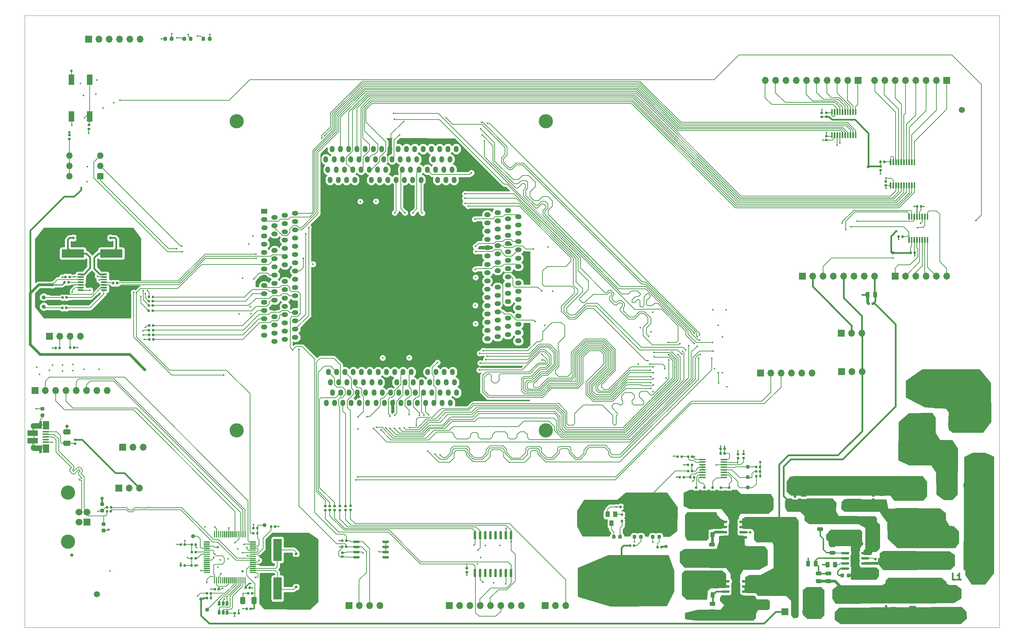
<source format=gbr>
G04 #@! TF.GenerationSoftware,KiCad,Pcbnew,5.1.6-c6e7f7d~87~ubuntu18.04.1*
G04 #@! TF.CreationDate,2020-08-14T22:16:59+05:30*
G04 #@! TF.ProjectId,Aardonyx,41617264-6f6e-4797-982e-6b696361645f,v1.0*
G04 #@! TF.SameCoordinates,Original*
G04 #@! TF.FileFunction,Copper,L1,Top*
G04 #@! TF.FilePolarity,Positive*
%FSLAX46Y46*%
G04 Gerber Fmt 4.6, Leading zero omitted, Abs format (unit mm)*
G04 Created by KiCad (PCBNEW 5.1.6-c6e7f7d~87~ubuntu18.04.1) date 2020-08-14 22:16:59*
%MOMM*%
%LPD*%
G01*
G04 APERTURE LIST*
G04 #@! TA.AperFunction,NonConductor*
%ADD10C,0.381000*%
G04 #@! TD*
G04 #@! TA.AperFunction,Profile*
%ADD11C,0.100000*%
G04 #@! TD*
G04 #@! TA.AperFunction,ComponentPad*
%ADD12C,2.500000*%
G04 #@! TD*
G04 #@! TA.AperFunction,ComponentPad*
%ADD13R,2.500000X2.500000*%
G04 #@! TD*
G04 #@! TA.AperFunction,ComponentPad*
%ADD14O,1.219200X1.574800*%
G04 #@! TD*
G04 #@! TA.AperFunction,ComponentPad*
%ADD15O,1.291200X1.574800*%
G04 #@! TD*
G04 #@! TA.AperFunction,ComponentPad*
%ADD16O,1.219100X1.574800*%
G04 #@! TD*
G04 #@! TA.AperFunction,ComponentPad*
%ADD17O,1.574800X1.219200*%
G04 #@! TD*
G04 #@! TA.AperFunction,ComponentPad*
%ADD18R,1.574800X1.219200*%
G04 #@! TD*
G04 #@! TA.AperFunction,ViaPad*
%ADD19C,3.500000*%
G04 #@! TD*
G04 #@! TA.AperFunction,ComponentPad*
%ADD20C,2.200000*%
G04 #@! TD*
G04 #@! TA.AperFunction,ComponentPad*
%ADD21O,1.700000X1.700000*%
G04 #@! TD*
G04 #@! TA.AperFunction,ComponentPad*
%ADD22R,1.700000X1.700000*%
G04 #@! TD*
G04 #@! TA.AperFunction,ComponentPad*
%ADD23O,4.500000X2.250000*%
G04 #@! TD*
G04 #@! TA.AperFunction,ComponentPad*
%ADD24O,2.250000X4.500000*%
G04 #@! TD*
G04 #@! TA.AperFunction,ComponentPad*
%ADD25O,2.500000X5.000000*%
G04 #@! TD*
G04 #@! TA.AperFunction,ViaPad*
%ADD26C,0.500000*%
G04 #@! TD*
G04 #@! TA.AperFunction,SMDPad,CuDef*
%ADD27R,2.290000X3.000000*%
G04 #@! TD*
G04 #@! TA.AperFunction,ComponentPad*
%ADD28O,1.600000X1.600000*%
G04 #@! TD*
G04 #@! TA.AperFunction,ComponentPad*
%ADD29R,1.600000X1.600000*%
G04 #@! TD*
G04 #@! TA.AperFunction,SMDPad,CuDef*
%ADD30R,1.400000X2.600000*%
G04 #@! TD*
G04 #@! TA.AperFunction,SMDPad,CuDef*
%ADD31R,1.000000X1.400000*%
G04 #@! TD*
G04 #@! TA.AperFunction,SMDPad,CuDef*
%ADD32R,2.500000X1.430000*%
G04 #@! TD*
G04 #@! TA.AperFunction,ComponentPad*
%ADD33O,1.700000X1.350000*%
G04 #@! TD*
G04 #@! TA.AperFunction,ComponentPad*
%ADD34O,1.500000X1.100000*%
G04 #@! TD*
G04 #@! TA.AperFunction,SMDPad,CuDef*
%ADD35R,1.650000X0.400000*%
G04 #@! TD*
G04 #@! TA.AperFunction,SMDPad,CuDef*
%ADD36R,1.500000X2.000000*%
G04 #@! TD*
G04 #@! TA.AperFunction,SMDPad,CuDef*
%ADD37R,0.700000X1.825000*%
G04 #@! TD*
G04 #@! TA.AperFunction,SMDPad,CuDef*
%ADD38R,2.000000X1.350000*%
G04 #@! TD*
G04 #@! TA.AperFunction,SMDPad,CuDef*
%ADD39R,5.500000X2.000000*%
G04 #@! TD*
G04 #@! TA.AperFunction,SMDPad,CuDef*
%ADD40R,3.660000X2.085000*%
G04 #@! TD*
G04 #@! TA.AperFunction,SMDPad,CuDef*
%ADD41R,6.600000X2.850000*%
G04 #@! TD*
G04 #@! TA.AperFunction,SMDPad,CuDef*
%ADD42C,1.500000*%
G04 #@! TD*
G04 #@! TA.AperFunction,SMDPad,CuDef*
%ADD43C,1.000000*%
G04 #@! TD*
G04 #@! TA.AperFunction,ComponentPad*
%ADD44C,3.500000*%
G04 #@! TD*
G04 #@! TA.AperFunction,ComponentPad*
%ADD45C,1.700000*%
G04 #@! TD*
G04 #@! TA.AperFunction,SMDPad,CuDef*
%ADD46R,0.650000X1.060000*%
G04 #@! TD*
G04 #@! TA.AperFunction,SMDPad,CuDef*
%ADD47R,2.000000X5.500000*%
G04 #@! TD*
G04 #@! TA.AperFunction,SMDPad,CuDef*
%ADD48R,1.600000X0.410000*%
G04 #@! TD*
G04 #@! TA.AperFunction,ViaPad*
%ADD49C,0.406400*%
G04 #@! TD*
G04 #@! TA.AperFunction,ViaPad*
%ADD50C,0.609600*%
G04 #@! TD*
G04 #@! TA.AperFunction,ViaPad*
%ADD51C,0.800000*%
G04 #@! TD*
G04 #@! TA.AperFunction,ViaPad*
%ADD52C,0.812800*%
G04 #@! TD*
G04 #@! TA.AperFunction,ViaPad*
%ADD53C,0.599999*%
G04 #@! TD*
G04 #@! TA.AperFunction,Conductor*
%ADD54C,0.203200*%
G04 #@! TD*
G04 #@! TA.AperFunction,Conductor*
%ADD55C,0.305000*%
G04 #@! TD*
G04 #@! TA.AperFunction,Conductor*
%ADD56C,0.635000*%
G04 #@! TD*
G04 #@! TA.AperFunction,Conductor*
%ADD57C,0.406400*%
G04 #@! TD*
G04 #@! TA.AperFunction,Conductor*
%ADD58C,0.304800*%
G04 #@! TD*
G04 #@! TA.AperFunction,Conductor*
%ADD59C,0.250000*%
G04 #@! TD*
G04 #@! TA.AperFunction,Conductor*
%ADD60C,0.254000*%
G04 #@! TD*
G04 APERTURE END LIST*
D10*
X273044920Y-150765328D02*
X272319205Y-150765328D01*
X272319205Y-149241328D01*
X274351205Y-150765328D02*
X273480348Y-150765328D01*
X273915777Y-150765328D02*
X273915777Y-149241328D01*
X273770634Y-149459042D01*
X273625491Y-149604185D01*
X273480348Y-149676757D01*
D11*
X43561000Y-162560000D02*
X43561000Y-11684000D01*
X283824680Y-162562540D02*
X43561000Y-162557460D01*
X283824680Y-11684000D02*
X283824680Y-162560000D01*
X43561000Y-11684000D02*
X283824680Y-11684000D01*
G04 #@! TA.AperFunction,SMDPad,CuDef*
G36*
G01*
X47698950Y-109798600D02*
X48211450Y-109798600D01*
G75*
G02*
X48430200Y-110017350I0J-218750D01*
G01*
X48430200Y-110454850D01*
G75*
G02*
X48211450Y-110673600I-218750J0D01*
G01*
X47698950Y-110673600D01*
G75*
G02*
X47480200Y-110454850I0J218750D01*
G01*
X47480200Y-110017350D01*
G75*
G02*
X47698950Y-109798600I218750J0D01*
G01*
G37*
G04 #@! TD.AperFunction*
G04 #@! TA.AperFunction,SMDPad,CuDef*
G36*
G01*
X47698950Y-108223600D02*
X48211450Y-108223600D01*
G75*
G02*
X48430200Y-108442350I0J-218750D01*
G01*
X48430200Y-108879850D01*
G75*
G02*
X48211450Y-109098600I-218750J0D01*
G01*
X47698950Y-109098600D01*
G75*
G02*
X47480200Y-108879850I0J218750D01*
G01*
X47480200Y-108442350D01*
G75*
G02*
X47698950Y-108223600I218750J0D01*
G01*
G37*
G04 #@! TD.AperFunction*
G04 #@! TA.AperFunction,SMDPad,CuDef*
G36*
G01*
X126140000Y-145075000D02*
X126140000Y-145375000D01*
G75*
G02*
X125990000Y-145525000I-150000J0D01*
G01*
X124690000Y-145525000D01*
G75*
G02*
X124540000Y-145375000I0J150000D01*
G01*
X124540000Y-145075000D01*
G75*
G02*
X124690000Y-144925000I150000J0D01*
G01*
X125990000Y-144925000D01*
G75*
G02*
X126140000Y-145075000I0J-150000D01*
G01*
G37*
G04 #@! TD.AperFunction*
G04 #@! TA.AperFunction,SMDPad,CuDef*
G36*
G01*
X126140000Y-143805000D02*
X126140000Y-144105000D01*
G75*
G02*
X125990000Y-144255000I-150000J0D01*
G01*
X124690000Y-144255000D01*
G75*
G02*
X124540000Y-144105000I0J150000D01*
G01*
X124540000Y-143805000D01*
G75*
G02*
X124690000Y-143655000I150000J0D01*
G01*
X125990000Y-143655000D01*
G75*
G02*
X126140000Y-143805000I0J-150000D01*
G01*
G37*
G04 #@! TD.AperFunction*
G04 #@! TA.AperFunction,SMDPad,CuDef*
G36*
G01*
X126140000Y-142535000D02*
X126140000Y-142835000D01*
G75*
G02*
X125990000Y-142985000I-150000J0D01*
G01*
X124690000Y-142985000D01*
G75*
G02*
X124540000Y-142835000I0J150000D01*
G01*
X124540000Y-142535000D01*
G75*
G02*
X124690000Y-142385000I150000J0D01*
G01*
X125990000Y-142385000D01*
G75*
G02*
X126140000Y-142535000I0J-150000D01*
G01*
G37*
G04 #@! TD.AperFunction*
G04 #@! TA.AperFunction,SMDPad,CuDef*
G36*
G01*
X126140000Y-141265000D02*
X126140000Y-141565000D01*
G75*
G02*
X125990000Y-141715000I-150000J0D01*
G01*
X124690000Y-141715000D01*
G75*
G02*
X124540000Y-141565000I0J150000D01*
G01*
X124540000Y-141265000D01*
G75*
G02*
X124690000Y-141115000I150000J0D01*
G01*
X125990000Y-141115000D01*
G75*
G02*
X126140000Y-141265000I0J-150000D01*
G01*
G37*
G04 #@! TD.AperFunction*
G04 #@! TA.AperFunction,SMDPad,CuDef*
G36*
G01*
X133340000Y-141265000D02*
X133340000Y-141565000D01*
G75*
G02*
X133190000Y-141715000I-150000J0D01*
G01*
X131890000Y-141715000D01*
G75*
G02*
X131740000Y-141565000I0J150000D01*
G01*
X131740000Y-141265000D01*
G75*
G02*
X131890000Y-141115000I150000J0D01*
G01*
X133190000Y-141115000D01*
G75*
G02*
X133340000Y-141265000I0J-150000D01*
G01*
G37*
G04 #@! TD.AperFunction*
G04 #@! TA.AperFunction,SMDPad,CuDef*
G36*
G01*
X133340000Y-142535000D02*
X133340000Y-142835000D01*
G75*
G02*
X133190000Y-142985000I-150000J0D01*
G01*
X131890000Y-142985000D01*
G75*
G02*
X131740000Y-142835000I0J150000D01*
G01*
X131740000Y-142535000D01*
G75*
G02*
X131890000Y-142385000I150000J0D01*
G01*
X133190000Y-142385000D01*
G75*
G02*
X133340000Y-142535000I0J-150000D01*
G01*
G37*
G04 #@! TD.AperFunction*
G04 #@! TA.AperFunction,SMDPad,CuDef*
G36*
G01*
X133340000Y-143805000D02*
X133340000Y-144105000D01*
G75*
G02*
X133190000Y-144255000I-150000J0D01*
G01*
X131890000Y-144255000D01*
G75*
G02*
X131740000Y-144105000I0J150000D01*
G01*
X131740000Y-143805000D01*
G75*
G02*
X131890000Y-143655000I150000J0D01*
G01*
X133190000Y-143655000D01*
G75*
G02*
X133340000Y-143805000I0J-150000D01*
G01*
G37*
G04 #@! TD.AperFunction*
G04 #@! TA.AperFunction,SMDPad,CuDef*
G36*
G01*
X133340000Y-145075000D02*
X133340000Y-145375000D01*
G75*
G02*
X133190000Y-145525000I-150000J0D01*
G01*
X131890000Y-145525000D01*
G75*
G02*
X131740000Y-145375000I0J150000D01*
G01*
X131740000Y-145075000D01*
G75*
G02*
X131890000Y-144925000I150000J0D01*
G01*
X133190000Y-144925000D01*
G75*
G02*
X133340000Y-145075000I0J-150000D01*
G01*
G37*
G04 #@! TD.AperFunction*
D12*
X276199600Y-127508000D03*
D13*
X271119600Y-127508000D03*
D14*
X142924200Y-99595600D03*
X147004200Y-99595600D03*
X149044200Y-99595600D03*
X123544200Y-104675600D03*
X125584200Y-104675600D03*
X144964200Y-99595600D03*
X138844200Y-99595600D03*
X127624200Y-104675600D03*
X140884200Y-99595600D03*
X145984200Y-104675600D03*
X143944200Y-104675600D03*
X135784200Y-104675600D03*
X129664200Y-104675600D03*
X136804200Y-99595600D03*
X132724200Y-99595600D03*
X130684200Y-99595600D03*
X137824200Y-104675600D03*
X134764200Y-99595600D03*
X150064200Y-104675600D03*
X141904200Y-104675600D03*
X128644200Y-99595600D03*
X131704200Y-104675600D03*
X122524200Y-99595600D03*
X121504200Y-104675600D03*
X120484200Y-99595600D03*
X148024200Y-104675600D03*
X133744200Y-104675600D03*
D15*
X139864200Y-104675600D03*
D14*
X124564200Y-99595600D03*
X118444200Y-99595600D03*
X126604200Y-99595600D03*
X148534200Y-107215600D03*
X134254200Y-107215600D03*
X128134200Y-107215600D03*
X144454200Y-107215600D03*
X138334200Y-107215600D03*
X146494200Y-107215600D03*
X132214200Y-107215600D03*
X142414200Y-107215600D03*
X136294200Y-107215600D03*
X130174200Y-107215600D03*
X140374200Y-107215600D03*
X139354200Y-102135600D03*
X119974200Y-107215600D03*
X149554200Y-102135600D03*
D16*
X124054200Y-107215600D03*
D14*
X122014200Y-107215600D03*
X137314200Y-102135600D03*
X123034200Y-102135600D03*
X145474200Y-102135600D03*
X147514200Y-102135600D03*
X119464200Y-104675600D03*
X120994200Y-102135600D03*
X118954200Y-102135600D03*
X127114200Y-102135600D03*
X125074200Y-102135600D03*
X131194200Y-102135600D03*
X126094200Y-107215600D03*
X143434200Y-102135600D03*
X135274200Y-102135600D03*
X141394200Y-102135600D03*
X133234200Y-102135600D03*
X117934200Y-107215600D03*
X129154200Y-102135600D03*
D17*
X105179200Y-81850600D03*
X105179200Y-79810600D03*
X105179200Y-85930600D03*
X105179200Y-87970600D03*
X105179200Y-69610600D03*
X105179200Y-67570600D03*
X105179200Y-71650600D03*
X105179200Y-65530600D03*
X105179200Y-77770600D03*
X105179200Y-73690600D03*
X105179200Y-92050600D03*
X105179200Y-90010600D03*
X105179200Y-75730600D03*
X105179200Y-83890600D03*
X105179200Y-63490600D03*
X105179200Y-61450600D03*
X107719200Y-69100600D03*
X107719200Y-85420600D03*
X107719200Y-65020600D03*
X107719200Y-89500600D03*
X107719200Y-87460600D03*
X107719200Y-73180600D03*
X107719200Y-81340600D03*
X107719200Y-75220600D03*
X107719200Y-71140600D03*
X107719200Y-67060600D03*
X107719200Y-91540600D03*
X107719200Y-77260600D03*
X107719200Y-79300600D03*
X107719200Y-60940600D03*
X107719200Y-83380600D03*
X107719200Y-62980600D03*
D18*
X102639200Y-59920600D03*
D17*
X102639200Y-61960600D03*
X102675200Y-64000600D03*
X102639200Y-66040600D03*
X102639200Y-68080600D03*
X102639200Y-70120600D03*
X102639200Y-72160600D03*
X102639200Y-74200600D03*
X102639200Y-76240600D03*
X102639200Y-78280600D03*
X102639200Y-80320600D03*
X102639200Y-82360600D03*
X102639200Y-84400600D03*
X102639200Y-86440600D03*
X102639200Y-88480600D03*
X102639200Y-90520600D03*
X110259200Y-66550600D03*
X110259200Y-68590600D03*
X110259200Y-60430600D03*
X110259200Y-62470600D03*
X110259200Y-70630600D03*
X110259200Y-64510600D03*
X110259200Y-76750600D03*
X110259200Y-72670600D03*
X110259200Y-74710600D03*
X110259200Y-78790600D03*
X110259200Y-80830600D03*
X110259200Y-82870600D03*
X110259200Y-84910600D03*
X110259200Y-86950600D03*
X110259200Y-88990600D03*
X110259200Y-91030600D03*
X165229200Y-81720600D03*
X165229200Y-69480600D03*
X165229200Y-75600600D03*
X165229200Y-73560600D03*
X165229200Y-63360600D03*
X162689200Y-76110600D03*
X165229200Y-85800600D03*
X157609200Y-83250600D03*
X165229200Y-65400600D03*
X162689200Y-61830600D03*
X165229200Y-67440600D03*
X165229200Y-79680600D03*
X157609200Y-89370600D03*
X157609200Y-85290600D03*
X157609200Y-91410600D03*
X162689200Y-69990600D03*
X165229200Y-77640600D03*
X165193200Y-89880600D03*
X160149200Y-60300600D03*
X165229200Y-71520600D03*
X160149200Y-70500600D03*
X165229200Y-61320600D03*
X162689200Y-90390600D03*
X165229200Y-87840600D03*
X160149200Y-64380600D03*
X160149200Y-88860600D03*
X160149200Y-72540600D03*
X160149200Y-82740600D03*
X160149200Y-62340600D03*
X160149200Y-90900600D03*
X157609200Y-64890600D03*
X160149200Y-86820600D03*
X160149200Y-78660600D03*
X165229200Y-83760600D03*
X160149200Y-84780600D03*
X162689200Y-78150600D03*
X162689200Y-65910600D03*
X157609200Y-81210600D03*
X160149200Y-66420600D03*
X157609200Y-60810600D03*
X160149200Y-74580600D03*
X157609200Y-68970600D03*
X162689200Y-59790600D03*
X160149200Y-68460600D03*
X157609200Y-87330600D03*
X160149200Y-76620600D03*
X165229200Y-91920600D03*
X157609200Y-62850600D03*
X157609200Y-66930600D03*
X162689200Y-67950600D03*
X162689200Y-88350600D03*
X162689200Y-84270600D03*
X157609200Y-73050600D03*
X162689200Y-74070600D03*
X162689200Y-80190600D03*
X157609200Y-77130600D03*
X157609200Y-79170600D03*
X162689200Y-72030600D03*
X157609200Y-75090600D03*
X157609200Y-71010600D03*
X160149200Y-80700600D03*
X162689200Y-86310600D03*
X162689200Y-82230600D03*
X162689200Y-63870600D03*
D14*
X139734200Y-44625600D03*
X127494200Y-44625600D03*
X133614200Y-44625600D03*
X131574200Y-44625600D03*
X121374200Y-44625600D03*
X134124200Y-47165600D03*
X143814200Y-44625600D03*
X141264200Y-52245600D03*
X123414200Y-44625600D03*
X119844200Y-47165600D03*
X125454200Y-44625600D03*
X137694200Y-44625600D03*
X147384200Y-52245600D03*
X143304200Y-52245600D03*
X149424200Y-52245600D03*
X128004200Y-47165600D03*
X135654200Y-44625600D03*
X147894200Y-44625600D03*
X118314200Y-49705600D03*
X129534200Y-44625600D03*
X128514200Y-49705600D03*
X119334200Y-44625600D03*
X148404200Y-47165600D03*
X145854200Y-44625600D03*
X122394200Y-49705600D03*
X146874200Y-49705600D03*
X130554200Y-49705600D03*
X140754200Y-49705600D03*
X120354200Y-49705600D03*
X148914200Y-49705600D03*
X122904200Y-52245600D03*
X144834200Y-49705600D03*
X136674200Y-49705600D03*
X141774200Y-44625600D03*
X142794200Y-49705600D03*
X136164200Y-47165600D03*
X123924200Y-47165600D03*
X139224200Y-52245600D03*
X124434200Y-49705600D03*
X118824200Y-52245600D03*
X132594200Y-49705600D03*
X126984200Y-52245600D03*
X117804200Y-47165600D03*
X126474200Y-49705600D03*
X145344200Y-52245600D03*
X134634200Y-49705600D03*
X149934200Y-44625600D03*
X120864200Y-52245600D03*
X124944200Y-52245600D03*
X125964200Y-47165600D03*
X146364200Y-47165600D03*
X142284200Y-47165600D03*
X131064200Y-52245600D03*
X132084200Y-47165600D03*
X138204200Y-47165600D03*
X135144200Y-52245600D03*
X137184200Y-52245600D03*
X130044200Y-47165600D03*
X133104200Y-52245600D03*
X129024200Y-52245600D03*
X138714200Y-49705600D03*
X144324200Y-47165600D03*
X140244200Y-47165600D03*
X121884200Y-47165600D03*
D19*
X172034200Y-37820600D03*
X172034200Y-114020600D03*
X95834200Y-114020600D03*
X95834200Y-37820600D03*
D20*
X276653000Y-140309600D03*
X271653000Y-140309600D03*
G04 #@! TA.AperFunction,SMDPad,CuDef*
G36*
G01*
X263613000Y-137105000D02*
X258357000Y-137105000D01*
G75*
G02*
X257985000Y-136733000I0J372000D01*
G01*
X257985000Y-133477000D01*
G75*
G02*
X258357000Y-133105000I372000J0D01*
G01*
X263613000Y-133105000D01*
G75*
G02*
X263985000Y-133477000I0J-372000D01*
G01*
X263985000Y-136733000D01*
G75*
G02*
X263613000Y-137105000I-372000J0D01*
G01*
G37*
G04 #@! TD.AperFunction*
G04 #@! TA.AperFunction,SMDPad,CuDef*
G36*
G01*
X263613000Y-131005000D02*
X258357000Y-131005000D01*
G75*
G02*
X257985000Y-130633000I0J372000D01*
G01*
X257985000Y-127377000D01*
G75*
G02*
X258357000Y-127005000I372000J0D01*
G01*
X263613000Y-127005000D01*
G75*
G02*
X263985000Y-127377000I0J-372000D01*
G01*
X263985000Y-130633000D01*
G75*
G02*
X263613000Y-131005000I-372000J0D01*
G01*
G37*
G04 #@! TD.AperFunction*
D21*
X131165600Y-157149800D03*
X128625600Y-157149800D03*
X126085600Y-157149800D03*
D22*
X123545600Y-157149800D03*
D23*
X269332000Y-107421000D03*
D24*
X272332000Y-112121000D03*
D25*
X266332000Y-112121000D03*
G04 #@! TA.AperFunction,SMDPad,CuDef*
G36*
G01*
X251905000Y-82606100D02*
X251905000Y-82951100D01*
G75*
G02*
X251757500Y-83098600I-147500J0D01*
G01*
X251462500Y-83098600D01*
G75*
G02*
X251315000Y-82951100I0J147500D01*
G01*
X251315000Y-82606100D01*
G75*
G02*
X251462500Y-82458600I147500J0D01*
G01*
X251757500Y-82458600D01*
G75*
G02*
X251905000Y-82606100I0J-147500D01*
G01*
G37*
G04 #@! TD.AperFunction*
G04 #@! TA.AperFunction,SMDPad,CuDef*
G36*
G01*
X252875000Y-82606100D02*
X252875000Y-82951100D01*
G75*
G02*
X252727500Y-83098600I-147500J0D01*
G01*
X252432500Y-83098600D01*
G75*
G02*
X252285000Y-82951100I0J147500D01*
G01*
X252285000Y-82606100D01*
G75*
G02*
X252432500Y-82458600I147500J0D01*
G01*
X252727500Y-82458600D01*
G75*
G02*
X252875000Y-82606100I0J-147500D01*
G01*
G37*
G04 #@! TD.AperFunction*
G04 #@! TA.AperFunction,SMDPad,CuDef*
G36*
G01*
X251820500Y-80061750D02*
X251820500Y-80974250D01*
G75*
G02*
X251576750Y-81218000I-243750J0D01*
G01*
X251089250Y-81218000D01*
G75*
G02*
X250845500Y-80974250I0J243750D01*
G01*
X250845500Y-80061750D01*
G75*
G02*
X251089250Y-79818000I243750J0D01*
G01*
X251576750Y-79818000D01*
G75*
G02*
X251820500Y-80061750I0J-243750D01*
G01*
G37*
G04 #@! TD.AperFunction*
G04 #@! TA.AperFunction,SMDPad,CuDef*
G36*
G01*
X253695500Y-80061750D02*
X253695500Y-80974250D01*
G75*
G02*
X253451750Y-81218000I-243750J0D01*
G01*
X252964250Y-81218000D01*
G75*
G02*
X252720500Y-80974250I0J243750D01*
G01*
X252720500Y-80061750D01*
G75*
G02*
X252964250Y-79818000I243750J0D01*
G01*
X253451750Y-79818000D01*
G75*
G02*
X253695500Y-80061750I0J-243750D01*
G01*
G37*
G04 #@! TD.AperFunction*
D26*
X217569200Y-137430800D03*
X218869200Y-137430800D03*
X217569200Y-138430800D03*
X218869200Y-138430800D03*
X217569200Y-139430800D03*
X218869200Y-139430800D03*
D27*
X218219200Y-138430800D03*
G04 #@! TA.AperFunction,SMDPad,CuDef*
G36*
G01*
X216719200Y-140185800D02*
X216719200Y-140485800D01*
G75*
G02*
X216569200Y-140635800I-150000J0D01*
G01*
X214919200Y-140635800D01*
G75*
G02*
X214769200Y-140485800I0J150000D01*
G01*
X214769200Y-140185800D01*
G75*
G02*
X214919200Y-140035800I150000J0D01*
G01*
X216569200Y-140035800D01*
G75*
G02*
X216719200Y-140185800I0J-150000D01*
G01*
G37*
G04 #@! TD.AperFunction*
G04 #@! TA.AperFunction,SMDPad,CuDef*
G36*
G01*
X216719200Y-138915800D02*
X216719200Y-139215800D01*
G75*
G02*
X216569200Y-139365800I-150000J0D01*
G01*
X214919200Y-139365800D01*
G75*
G02*
X214769200Y-139215800I0J150000D01*
G01*
X214769200Y-138915800D01*
G75*
G02*
X214919200Y-138765800I150000J0D01*
G01*
X216569200Y-138765800D01*
G75*
G02*
X216719200Y-138915800I0J-150000D01*
G01*
G37*
G04 #@! TD.AperFunction*
G04 #@! TA.AperFunction,SMDPad,CuDef*
G36*
G01*
X216719200Y-137645800D02*
X216719200Y-137945800D01*
G75*
G02*
X216569200Y-138095800I-150000J0D01*
G01*
X214919200Y-138095800D01*
G75*
G02*
X214769200Y-137945800I0J150000D01*
G01*
X214769200Y-137645800D01*
G75*
G02*
X214919200Y-137495800I150000J0D01*
G01*
X216569200Y-137495800D01*
G75*
G02*
X216719200Y-137645800I0J-150000D01*
G01*
G37*
G04 #@! TD.AperFunction*
G04 #@! TA.AperFunction,SMDPad,CuDef*
G36*
G01*
X216719200Y-136375800D02*
X216719200Y-136675800D01*
G75*
G02*
X216569200Y-136825800I-150000J0D01*
G01*
X214919200Y-136825800D01*
G75*
G02*
X214769200Y-136675800I0J150000D01*
G01*
X214769200Y-136375800D01*
G75*
G02*
X214919200Y-136225800I150000J0D01*
G01*
X216569200Y-136225800D01*
G75*
G02*
X216719200Y-136375800I0J-150000D01*
G01*
G37*
G04 #@! TD.AperFunction*
G04 #@! TA.AperFunction,SMDPad,CuDef*
G36*
G01*
X221669200Y-136375800D02*
X221669200Y-136675800D01*
G75*
G02*
X221519200Y-136825800I-150000J0D01*
G01*
X219869200Y-136825800D01*
G75*
G02*
X219719200Y-136675800I0J150000D01*
G01*
X219719200Y-136375800D01*
G75*
G02*
X219869200Y-136225800I150000J0D01*
G01*
X221519200Y-136225800D01*
G75*
G02*
X221669200Y-136375800I0J-150000D01*
G01*
G37*
G04 #@! TD.AperFunction*
G04 #@! TA.AperFunction,SMDPad,CuDef*
G36*
G01*
X221669200Y-137645800D02*
X221669200Y-137945800D01*
G75*
G02*
X221519200Y-138095800I-150000J0D01*
G01*
X219869200Y-138095800D01*
G75*
G02*
X219719200Y-137945800I0J150000D01*
G01*
X219719200Y-137645800D01*
G75*
G02*
X219869200Y-137495800I150000J0D01*
G01*
X221519200Y-137495800D01*
G75*
G02*
X221669200Y-137645800I0J-150000D01*
G01*
G37*
G04 #@! TD.AperFunction*
G04 #@! TA.AperFunction,SMDPad,CuDef*
G36*
G01*
X221669200Y-138915800D02*
X221669200Y-139215800D01*
G75*
G02*
X221519200Y-139365800I-150000J0D01*
G01*
X219869200Y-139365800D01*
G75*
G02*
X219719200Y-139215800I0J150000D01*
G01*
X219719200Y-138915800D01*
G75*
G02*
X219869200Y-138765800I150000J0D01*
G01*
X221519200Y-138765800D01*
G75*
G02*
X221669200Y-138915800I0J-150000D01*
G01*
G37*
G04 #@! TD.AperFunction*
G04 #@! TA.AperFunction,SMDPad,CuDef*
G36*
G01*
X221669200Y-140185800D02*
X221669200Y-140485800D01*
G75*
G02*
X221519200Y-140635800I-150000J0D01*
G01*
X219869200Y-140635800D01*
G75*
G02*
X219719200Y-140485800I0J150000D01*
G01*
X219719200Y-140185800D01*
G75*
G02*
X219869200Y-140035800I150000J0D01*
G01*
X221519200Y-140035800D01*
G75*
G02*
X221669200Y-140185800I0J-150000D01*
G01*
G37*
G04 #@! TD.AperFunction*
D26*
X218189000Y-152058200D03*
X219489000Y-152058200D03*
X218189000Y-153058200D03*
X219489000Y-153058200D03*
X218189000Y-154058200D03*
X219489000Y-154058200D03*
D27*
X218839000Y-153058200D03*
G04 #@! TA.AperFunction,SMDPad,CuDef*
G36*
G01*
X217339000Y-154813200D02*
X217339000Y-155113200D01*
G75*
G02*
X217189000Y-155263200I-150000J0D01*
G01*
X215539000Y-155263200D01*
G75*
G02*
X215389000Y-155113200I0J150000D01*
G01*
X215389000Y-154813200D01*
G75*
G02*
X215539000Y-154663200I150000J0D01*
G01*
X217189000Y-154663200D01*
G75*
G02*
X217339000Y-154813200I0J-150000D01*
G01*
G37*
G04 #@! TD.AperFunction*
G04 #@! TA.AperFunction,SMDPad,CuDef*
G36*
G01*
X217339000Y-153543200D02*
X217339000Y-153843200D01*
G75*
G02*
X217189000Y-153993200I-150000J0D01*
G01*
X215539000Y-153993200D01*
G75*
G02*
X215389000Y-153843200I0J150000D01*
G01*
X215389000Y-153543200D01*
G75*
G02*
X215539000Y-153393200I150000J0D01*
G01*
X217189000Y-153393200D01*
G75*
G02*
X217339000Y-153543200I0J-150000D01*
G01*
G37*
G04 #@! TD.AperFunction*
G04 #@! TA.AperFunction,SMDPad,CuDef*
G36*
G01*
X217339000Y-152273200D02*
X217339000Y-152573200D01*
G75*
G02*
X217189000Y-152723200I-150000J0D01*
G01*
X215539000Y-152723200D01*
G75*
G02*
X215389000Y-152573200I0J150000D01*
G01*
X215389000Y-152273200D01*
G75*
G02*
X215539000Y-152123200I150000J0D01*
G01*
X217189000Y-152123200D01*
G75*
G02*
X217339000Y-152273200I0J-150000D01*
G01*
G37*
G04 #@! TD.AperFunction*
G04 #@! TA.AperFunction,SMDPad,CuDef*
G36*
G01*
X217339000Y-151003200D02*
X217339000Y-151303200D01*
G75*
G02*
X217189000Y-151453200I-150000J0D01*
G01*
X215539000Y-151453200D01*
G75*
G02*
X215389000Y-151303200I0J150000D01*
G01*
X215389000Y-151003200D01*
G75*
G02*
X215539000Y-150853200I150000J0D01*
G01*
X217189000Y-150853200D01*
G75*
G02*
X217339000Y-151003200I0J-150000D01*
G01*
G37*
G04 #@! TD.AperFunction*
G04 #@! TA.AperFunction,SMDPad,CuDef*
G36*
G01*
X222289000Y-151003200D02*
X222289000Y-151303200D01*
G75*
G02*
X222139000Y-151453200I-150000J0D01*
G01*
X220489000Y-151453200D01*
G75*
G02*
X220339000Y-151303200I0J150000D01*
G01*
X220339000Y-151003200D01*
G75*
G02*
X220489000Y-150853200I150000J0D01*
G01*
X222139000Y-150853200D01*
G75*
G02*
X222289000Y-151003200I0J-150000D01*
G01*
G37*
G04 #@! TD.AperFunction*
G04 #@! TA.AperFunction,SMDPad,CuDef*
G36*
G01*
X222289000Y-152273200D02*
X222289000Y-152573200D01*
G75*
G02*
X222139000Y-152723200I-150000J0D01*
G01*
X220489000Y-152723200D01*
G75*
G02*
X220339000Y-152573200I0J150000D01*
G01*
X220339000Y-152273200D01*
G75*
G02*
X220489000Y-152123200I150000J0D01*
G01*
X222139000Y-152123200D01*
G75*
G02*
X222289000Y-152273200I0J-150000D01*
G01*
G37*
G04 #@! TD.AperFunction*
G04 #@! TA.AperFunction,SMDPad,CuDef*
G36*
G01*
X222289000Y-153543200D02*
X222289000Y-153843200D01*
G75*
G02*
X222139000Y-153993200I-150000J0D01*
G01*
X220489000Y-153993200D01*
G75*
G02*
X220339000Y-153843200I0J150000D01*
G01*
X220339000Y-153543200D01*
G75*
G02*
X220489000Y-153393200I150000J0D01*
G01*
X222139000Y-153393200D01*
G75*
G02*
X222289000Y-153543200I0J-150000D01*
G01*
G37*
G04 #@! TD.AperFunction*
G04 #@! TA.AperFunction,SMDPad,CuDef*
G36*
G01*
X222289000Y-154813200D02*
X222289000Y-155113200D01*
G75*
G02*
X222139000Y-155263200I-150000J0D01*
G01*
X220489000Y-155263200D01*
G75*
G02*
X220339000Y-155113200I0J150000D01*
G01*
X220339000Y-154813200D01*
G75*
G02*
X220489000Y-154663200I150000J0D01*
G01*
X222139000Y-154663200D01*
G75*
G02*
X222289000Y-154813200I0J-150000D01*
G01*
G37*
G04 #@! TD.AperFunction*
G04 #@! TA.AperFunction,SMDPad,CuDef*
G36*
G01*
X242663800Y-36230200D02*
X242463800Y-36230200D01*
G75*
G02*
X242363800Y-36130200I0J100000D01*
G01*
X242363800Y-34855200D01*
G75*
G02*
X242463800Y-34755200I100000J0D01*
G01*
X242663800Y-34755200D01*
G75*
G02*
X242763800Y-34855200I0J-100000D01*
G01*
X242763800Y-36130200D01*
G75*
G02*
X242663800Y-36230200I-100000J0D01*
G01*
G37*
G04 #@! TD.AperFunction*
G04 #@! TA.AperFunction,SMDPad,CuDef*
G36*
G01*
X243313800Y-36230200D02*
X243113800Y-36230200D01*
G75*
G02*
X243013800Y-36130200I0J100000D01*
G01*
X243013800Y-34855200D01*
G75*
G02*
X243113800Y-34755200I100000J0D01*
G01*
X243313800Y-34755200D01*
G75*
G02*
X243413800Y-34855200I0J-100000D01*
G01*
X243413800Y-36130200D01*
G75*
G02*
X243313800Y-36230200I-100000J0D01*
G01*
G37*
G04 #@! TD.AperFunction*
G04 #@! TA.AperFunction,SMDPad,CuDef*
G36*
G01*
X243963800Y-36230200D02*
X243763800Y-36230200D01*
G75*
G02*
X243663800Y-36130200I0J100000D01*
G01*
X243663800Y-34855200D01*
G75*
G02*
X243763800Y-34755200I100000J0D01*
G01*
X243963800Y-34755200D01*
G75*
G02*
X244063800Y-34855200I0J-100000D01*
G01*
X244063800Y-36130200D01*
G75*
G02*
X243963800Y-36230200I-100000J0D01*
G01*
G37*
G04 #@! TD.AperFunction*
G04 #@! TA.AperFunction,SMDPad,CuDef*
G36*
G01*
X244613800Y-36230200D02*
X244413800Y-36230200D01*
G75*
G02*
X244313800Y-36130200I0J100000D01*
G01*
X244313800Y-34855200D01*
G75*
G02*
X244413800Y-34755200I100000J0D01*
G01*
X244613800Y-34755200D01*
G75*
G02*
X244713800Y-34855200I0J-100000D01*
G01*
X244713800Y-36130200D01*
G75*
G02*
X244613800Y-36230200I-100000J0D01*
G01*
G37*
G04 #@! TD.AperFunction*
G04 #@! TA.AperFunction,SMDPad,CuDef*
G36*
G01*
X245263800Y-36230200D02*
X245063800Y-36230200D01*
G75*
G02*
X244963800Y-36130200I0J100000D01*
G01*
X244963800Y-34855200D01*
G75*
G02*
X245063800Y-34755200I100000J0D01*
G01*
X245263800Y-34755200D01*
G75*
G02*
X245363800Y-34855200I0J-100000D01*
G01*
X245363800Y-36130200D01*
G75*
G02*
X245263800Y-36230200I-100000J0D01*
G01*
G37*
G04 #@! TD.AperFunction*
G04 #@! TA.AperFunction,SMDPad,CuDef*
G36*
G01*
X245913800Y-36230200D02*
X245713800Y-36230200D01*
G75*
G02*
X245613800Y-36130200I0J100000D01*
G01*
X245613800Y-34855200D01*
G75*
G02*
X245713800Y-34755200I100000J0D01*
G01*
X245913800Y-34755200D01*
G75*
G02*
X246013800Y-34855200I0J-100000D01*
G01*
X246013800Y-36130200D01*
G75*
G02*
X245913800Y-36230200I-100000J0D01*
G01*
G37*
G04 #@! TD.AperFunction*
G04 #@! TA.AperFunction,SMDPad,CuDef*
G36*
G01*
X246563800Y-36230200D02*
X246363800Y-36230200D01*
G75*
G02*
X246263800Y-36130200I0J100000D01*
G01*
X246263800Y-34855200D01*
G75*
G02*
X246363800Y-34755200I100000J0D01*
G01*
X246563800Y-34755200D01*
G75*
G02*
X246663800Y-34855200I0J-100000D01*
G01*
X246663800Y-36130200D01*
G75*
G02*
X246563800Y-36230200I-100000J0D01*
G01*
G37*
G04 #@! TD.AperFunction*
G04 #@! TA.AperFunction,SMDPad,CuDef*
G36*
G01*
X247213800Y-36230200D02*
X247013800Y-36230200D01*
G75*
G02*
X246913800Y-36130200I0J100000D01*
G01*
X246913800Y-34855200D01*
G75*
G02*
X247013800Y-34755200I100000J0D01*
G01*
X247213800Y-34755200D01*
G75*
G02*
X247313800Y-34855200I0J-100000D01*
G01*
X247313800Y-36130200D01*
G75*
G02*
X247213800Y-36230200I-100000J0D01*
G01*
G37*
G04 #@! TD.AperFunction*
G04 #@! TA.AperFunction,SMDPad,CuDef*
G36*
G01*
X247863800Y-36230200D02*
X247663800Y-36230200D01*
G75*
G02*
X247563800Y-36130200I0J100000D01*
G01*
X247563800Y-34855200D01*
G75*
G02*
X247663800Y-34755200I100000J0D01*
G01*
X247863800Y-34755200D01*
G75*
G02*
X247963800Y-34855200I0J-100000D01*
G01*
X247963800Y-36130200D01*
G75*
G02*
X247863800Y-36230200I-100000J0D01*
G01*
G37*
G04 #@! TD.AperFunction*
G04 #@! TA.AperFunction,SMDPad,CuDef*
G36*
G01*
X248513800Y-36230200D02*
X248313800Y-36230200D01*
G75*
G02*
X248213800Y-36130200I0J100000D01*
G01*
X248213800Y-34855200D01*
G75*
G02*
X248313800Y-34755200I100000J0D01*
G01*
X248513800Y-34755200D01*
G75*
G02*
X248613800Y-34855200I0J-100000D01*
G01*
X248613800Y-36130200D01*
G75*
G02*
X248513800Y-36230200I-100000J0D01*
G01*
G37*
G04 #@! TD.AperFunction*
G04 #@! TA.AperFunction,SMDPad,CuDef*
G36*
G01*
X248513800Y-41955200D02*
X248313800Y-41955200D01*
G75*
G02*
X248213800Y-41855200I0J100000D01*
G01*
X248213800Y-40580200D01*
G75*
G02*
X248313800Y-40480200I100000J0D01*
G01*
X248513800Y-40480200D01*
G75*
G02*
X248613800Y-40580200I0J-100000D01*
G01*
X248613800Y-41855200D01*
G75*
G02*
X248513800Y-41955200I-100000J0D01*
G01*
G37*
G04 #@! TD.AperFunction*
G04 #@! TA.AperFunction,SMDPad,CuDef*
G36*
G01*
X247863800Y-41955200D02*
X247663800Y-41955200D01*
G75*
G02*
X247563800Y-41855200I0J100000D01*
G01*
X247563800Y-40580200D01*
G75*
G02*
X247663800Y-40480200I100000J0D01*
G01*
X247863800Y-40480200D01*
G75*
G02*
X247963800Y-40580200I0J-100000D01*
G01*
X247963800Y-41855200D01*
G75*
G02*
X247863800Y-41955200I-100000J0D01*
G01*
G37*
G04 #@! TD.AperFunction*
G04 #@! TA.AperFunction,SMDPad,CuDef*
G36*
G01*
X247213800Y-41955200D02*
X247013800Y-41955200D01*
G75*
G02*
X246913800Y-41855200I0J100000D01*
G01*
X246913800Y-40580200D01*
G75*
G02*
X247013800Y-40480200I100000J0D01*
G01*
X247213800Y-40480200D01*
G75*
G02*
X247313800Y-40580200I0J-100000D01*
G01*
X247313800Y-41855200D01*
G75*
G02*
X247213800Y-41955200I-100000J0D01*
G01*
G37*
G04 #@! TD.AperFunction*
G04 #@! TA.AperFunction,SMDPad,CuDef*
G36*
G01*
X246563800Y-41955200D02*
X246363800Y-41955200D01*
G75*
G02*
X246263800Y-41855200I0J100000D01*
G01*
X246263800Y-40580200D01*
G75*
G02*
X246363800Y-40480200I100000J0D01*
G01*
X246563800Y-40480200D01*
G75*
G02*
X246663800Y-40580200I0J-100000D01*
G01*
X246663800Y-41855200D01*
G75*
G02*
X246563800Y-41955200I-100000J0D01*
G01*
G37*
G04 #@! TD.AperFunction*
G04 #@! TA.AperFunction,SMDPad,CuDef*
G36*
G01*
X245913800Y-41955200D02*
X245713800Y-41955200D01*
G75*
G02*
X245613800Y-41855200I0J100000D01*
G01*
X245613800Y-40580200D01*
G75*
G02*
X245713800Y-40480200I100000J0D01*
G01*
X245913800Y-40480200D01*
G75*
G02*
X246013800Y-40580200I0J-100000D01*
G01*
X246013800Y-41855200D01*
G75*
G02*
X245913800Y-41955200I-100000J0D01*
G01*
G37*
G04 #@! TD.AperFunction*
G04 #@! TA.AperFunction,SMDPad,CuDef*
G36*
G01*
X245263800Y-41955200D02*
X245063800Y-41955200D01*
G75*
G02*
X244963800Y-41855200I0J100000D01*
G01*
X244963800Y-40580200D01*
G75*
G02*
X245063800Y-40480200I100000J0D01*
G01*
X245263800Y-40480200D01*
G75*
G02*
X245363800Y-40580200I0J-100000D01*
G01*
X245363800Y-41855200D01*
G75*
G02*
X245263800Y-41955200I-100000J0D01*
G01*
G37*
G04 #@! TD.AperFunction*
G04 #@! TA.AperFunction,SMDPad,CuDef*
G36*
G01*
X244613800Y-41955200D02*
X244413800Y-41955200D01*
G75*
G02*
X244313800Y-41855200I0J100000D01*
G01*
X244313800Y-40580200D01*
G75*
G02*
X244413800Y-40480200I100000J0D01*
G01*
X244613800Y-40480200D01*
G75*
G02*
X244713800Y-40580200I0J-100000D01*
G01*
X244713800Y-41855200D01*
G75*
G02*
X244613800Y-41955200I-100000J0D01*
G01*
G37*
G04 #@! TD.AperFunction*
G04 #@! TA.AperFunction,SMDPad,CuDef*
G36*
G01*
X243963800Y-41955200D02*
X243763800Y-41955200D01*
G75*
G02*
X243663800Y-41855200I0J100000D01*
G01*
X243663800Y-40580200D01*
G75*
G02*
X243763800Y-40480200I100000J0D01*
G01*
X243963800Y-40480200D01*
G75*
G02*
X244063800Y-40580200I0J-100000D01*
G01*
X244063800Y-41855200D01*
G75*
G02*
X243963800Y-41955200I-100000J0D01*
G01*
G37*
G04 #@! TD.AperFunction*
G04 #@! TA.AperFunction,SMDPad,CuDef*
G36*
G01*
X243313800Y-41955200D02*
X243113800Y-41955200D01*
G75*
G02*
X243013800Y-41855200I0J100000D01*
G01*
X243013800Y-40580200D01*
G75*
G02*
X243113800Y-40480200I100000J0D01*
G01*
X243313800Y-40480200D01*
G75*
G02*
X243413800Y-40580200I0J-100000D01*
G01*
X243413800Y-41855200D01*
G75*
G02*
X243313800Y-41955200I-100000J0D01*
G01*
G37*
G04 #@! TD.AperFunction*
G04 #@! TA.AperFunction,SMDPad,CuDef*
G36*
G01*
X242663800Y-41955200D02*
X242463800Y-41955200D01*
G75*
G02*
X242363800Y-41855200I0J100000D01*
G01*
X242363800Y-40580200D01*
G75*
G02*
X242463800Y-40480200I100000J0D01*
G01*
X242663800Y-40480200D01*
G75*
G02*
X242763800Y-40580200I0J-100000D01*
G01*
X242763800Y-41855200D01*
G75*
G02*
X242663800Y-41955200I-100000J0D01*
G01*
G37*
G04 #@! TD.AperFunction*
G04 #@! TA.AperFunction,SMDPad,CuDef*
G36*
G01*
X257127400Y-48607700D02*
X256927400Y-48607700D01*
G75*
G02*
X256827400Y-48507700I0J100000D01*
G01*
X256827400Y-47232700D01*
G75*
G02*
X256927400Y-47132700I100000J0D01*
G01*
X257127400Y-47132700D01*
G75*
G02*
X257227400Y-47232700I0J-100000D01*
G01*
X257227400Y-48507700D01*
G75*
G02*
X257127400Y-48607700I-100000J0D01*
G01*
G37*
G04 #@! TD.AperFunction*
G04 #@! TA.AperFunction,SMDPad,CuDef*
G36*
G01*
X257777400Y-48607700D02*
X257577400Y-48607700D01*
G75*
G02*
X257477400Y-48507700I0J100000D01*
G01*
X257477400Y-47232700D01*
G75*
G02*
X257577400Y-47132700I100000J0D01*
G01*
X257777400Y-47132700D01*
G75*
G02*
X257877400Y-47232700I0J-100000D01*
G01*
X257877400Y-48507700D01*
G75*
G02*
X257777400Y-48607700I-100000J0D01*
G01*
G37*
G04 #@! TD.AperFunction*
G04 #@! TA.AperFunction,SMDPad,CuDef*
G36*
G01*
X258427400Y-48607700D02*
X258227400Y-48607700D01*
G75*
G02*
X258127400Y-48507700I0J100000D01*
G01*
X258127400Y-47232700D01*
G75*
G02*
X258227400Y-47132700I100000J0D01*
G01*
X258427400Y-47132700D01*
G75*
G02*
X258527400Y-47232700I0J-100000D01*
G01*
X258527400Y-48507700D01*
G75*
G02*
X258427400Y-48607700I-100000J0D01*
G01*
G37*
G04 #@! TD.AperFunction*
G04 #@! TA.AperFunction,SMDPad,CuDef*
G36*
G01*
X259077400Y-48607700D02*
X258877400Y-48607700D01*
G75*
G02*
X258777400Y-48507700I0J100000D01*
G01*
X258777400Y-47232700D01*
G75*
G02*
X258877400Y-47132700I100000J0D01*
G01*
X259077400Y-47132700D01*
G75*
G02*
X259177400Y-47232700I0J-100000D01*
G01*
X259177400Y-48507700D01*
G75*
G02*
X259077400Y-48607700I-100000J0D01*
G01*
G37*
G04 #@! TD.AperFunction*
G04 #@! TA.AperFunction,SMDPad,CuDef*
G36*
G01*
X259727400Y-48607700D02*
X259527400Y-48607700D01*
G75*
G02*
X259427400Y-48507700I0J100000D01*
G01*
X259427400Y-47232700D01*
G75*
G02*
X259527400Y-47132700I100000J0D01*
G01*
X259727400Y-47132700D01*
G75*
G02*
X259827400Y-47232700I0J-100000D01*
G01*
X259827400Y-48507700D01*
G75*
G02*
X259727400Y-48607700I-100000J0D01*
G01*
G37*
G04 #@! TD.AperFunction*
G04 #@! TA.AperFunction,SMDPad,CuDef*
G36*
G01*
X260377400Y-48607700D02*
X260177400Y-48607700D01*
G75*
G02*
X260077400Y-48507700I0J100000D01*
G01*
X260077400Y-47232700D01*
G75*
G02*
X260177400Y-47132700I100000J0D01*
G01*
X260377400Y-47132700D01*
G75*
G02*
X260477400Y-47232700I0J-100000D01*
G01*
X260477400Y-48507700D01*
G75*
G02*
X260377400Y-48607700I-100000J0D01*
G01*
G37*
G04 #@! TD.AperFunction*
G04 #@! TA.AperFunction,SMDPad,CuDef*
G36*
G01*
X261027400Y-48607700D02*
X260827400Y-48607700D01*
G75*
G02*
X260727400Y-48507700I0J100000D01*
G01*
X260727400Y-47232700D01*
G75*
G02*
X260827400Y-47132700I100000J0D01*
G01*
X261027400Y-47132700D01*
G75*
G02*
X261127400Y-47232700I0J-100000D01*
G01*
X261127400Y-48507700D01*
G75*
G02*
X261027400Y-48607700I-100000J0D01*
G01*
G37*
G04 #@! TD.AperFunction*
G04 #@! TA.AperFunction,SMDPad,CuDef*
G36*
G01*
X261677400Y-48607700D02*
X261477400Y-48607700D01*
G75*
G02*
X261377400Y-48507700I0J100000D01*
G01*
X261377400Y-47232700D01*
G75*
G02*
X261477400Y-47132700I100000J0D01*
G01*
X261677400Y-47132700D01*
G75*
G02*
X261777400Y-47232700I0J-100000D01*
G01*
X261777400Y-48507700D01*
G75*
G02*
X261677400Y-48607700I-100000J0D01*
G01*
G37*
G04 #@! TD.AperFunction*
G04 #@! TA.AperFunction,SMDPad,CuDef*
G36*
G01*
X262327400Y-48607700D02*
X262127400Y-48607700D01*
G75*
G02*
X262027400Y-48507700I0J100000D01*
G01*
X262027400Y-47232700D01*
G75*
G02*
X262127400Y-47132700I100000J0D01*
G01*
X262327400Y-47132700D01*
G75*
G02*
X262427400Y-47232700I0J-100000D01*
G01*
X262427400Y-48507700D01*
G75*
G02*
X262327400Y-48607700I-100000J0D01*
G01*
G37*
G04 #@! TD.AperFunction*
G04 #@! TA.AperFunction,SMDPad,CuDef*
G36*
G01*
X262977400Y-48607700D02*
X262777400Y-48607700D01*
G75*
G02*
X262677400Y-48507700I0J100000D01*
G01*
X262677400Y-47232700D01*
G75*
G02*
X262777400Y-47132700I100000J0D01*
G01*
X262977400Y-47132700D01*
G75*
G02*
X263077400Y-47232700I0J-100000D01*
G01*
X263077400Y-48507700D01*
G75*
G02*
X262977400Y-48607700I-100000J0D01*
G01*
G37*
G04 #@! TD.AperFunction*
G04 #@! TA.AperFunction,SMDPad,CuDef*
G36*
G01*
X262977400Y-54332700D02*
X262777400Y-54332700D01*
G75*
G02*
X262677400Y-54232700I0J100000D01*
G01*
X262677400Y-52957700D01*
G75*
G02*
X262777400Y-52857700I100000J0D01*
G01*
X262977400Y-52857700D01*
G75*
G02*
X263077400Y-52957700I0J-100000D01*
G01*
X263077400Y-54232700D01*
G75*
G02*
X262977400Y-54332700I-100000J0D01*
G01*
G37*
G04 #@! TD.AperFunction*
G04 #@! TA.AperFunction,SMDPad,CuDef*
G36*
G01*
X262327400Y-54332700D02*
X262127400Y-54332700D01*
G75*
G02*
X262027400Y-54232700I0J100000D01*
G01*
X262027400Y-52957700D01*
G75*
G02*
X262127400Y-52857700I100000J0D01*
G01*
X262327400Y-52857700D01*
G75*
G02*
X262427400Y-52957700I0J-100000D01*
G01*
X262427400Y-54232700D01*
G75*
G02*
X262327400Y-54332700I-100000J0D01*
G01*
G37*
G04 #@! TD.AperFunction*
G04 #@! TA.AperFunction,SMDPad,CuDef*
G36*
G01*
X261677400Y-54332700D02*
X261477400Y-54332700D01*
G75*
G02*
X261377400Y-54232700I0J100000D01*
G01*
X261377400Y-52957700D01*
G75*
G02*
X261477400Y-52857700I100000J0D01*
G01*
X261677400Y-52857700D01*
G75*
G02*
X261777400Y-52957700I0J-100000D01*
G01*
X261777400Y-54232700D01*
G75*
G02*
X261677400Y-54332700I-100000J0D01*
G01*
G37*
G04 #@! TD.AperFunction*
G04 #@! TA.AperFunction,SMDPad,CuDef*
G36*
G01*
X261027400Y-54332700D02*
X260827400Y-54332700D01*
G75*
G02*
X260727400Y-54232700I0J100000D01*
G01*
X260727400Y-52957700D01*
G75*
G02*
X260827400Y-52857700I100000J0D01*
G01*
X261027400Y-52857700D01*
G75*
G02*
X261127400Y-52957700I0J-100000D01*
G01*
X261127400Y-54232700D01*
G75*
G02*
X261027400Y-54332700I-100000J0D01*
G01*
G37*
G04 #@! TD.AperFunction*
G04 #@! TA.AperFunction,SMDPad,CuDef*
G36*
G01*
X260377400Y-54332700D02*
X260177400Y-54332700D01*
G75*
G02*
X260077400Y-54232700I0J100000D01*
G01*
X260077400Y-52957700D01*
G75*
G02*
X260177400Y-52857700I100000J0D01*
G01*
X260377400Y-52857700D01*
G75*
G02*
X260477400Y-52957700I0J-100000D01*
G01*
X260477400Y-54232700D01*
G75*
G02*
X260377400Y-54332700I-100000J0D01*
G01*
G37*
G04 #@! TD.AperFunction*
G04 #@! TA.AperFunction,SMDPad,CuDef*
G36*
G01*
X259727400Y-54332700D02*
X259527400Y-54332700D01*
G75*
G02*
X259427400Y-54232700I0J100000D01*
G01*
X259427400Y-52957700D01*
G75*
G02*
X259527400Y-52857700I100000J0D01*
G01*
X259727400Y-52857700D01*
G75*
G02*
X259827400Y-52957700I0J-100000D01*
G01*
X259827400Y-54232700D01*
G75*
G02*
X259727400Y-54332700I-100000J0D01*
G01*
G37*
G04 #@! TD.AperFunction*
G04 #@! TA.AperFunction,SMDPad,CuDef*
G36*
G01*
X259077400Y-54332700D02*
X258877400Y-54332700D01*
G75*
G02*
X258777400Y-54232700I0J100000D01*
G01*
X258777400Y-52957700D01*
G75*
G02*
X258877400Y-52857700I100000J0D01*
G01*
X259077400Y-52857700D01*
G75*
G02*
X259177400Y-52957700I0J-100000D01*
G01*
X259177400Y-54232700D01*
G75*
G02*
X259077400Y-54332700I-100000J0D01*
G01*
G37*
G04 #@! TD.AperFunction*
G04 #@! TA.AperFunction,SMDPad,CuDef*
G36*
G01*
X258427400Y-54332700D02*
X258227400Y-54332700D01*
G75*
G02*
X258127400Y-54232700I0J100000D01*
G01*
X258127400Y-52957700D01*
G75*
G02*
X258227400Y-52857700I100000J0D01*
G01*
X258427400Y-52857700D01*
G75*
G02*
X258527400Y-52957700I0J-100000D01*
G01*
X258527400Y-54232700D01*
G75*
G02*
X258427400Y-54332700I-100000J0D01*
G01*
G37*
G04 #@! TD.AperFunction*
G04 #@! TA.AperFunction,SMDPad,CuDef*
G36*
G01*
X257777400Y-54332700D02*
X257577400Y-54332700D01*
G75*
G02*
X257477400Y-54232700I0J100000D01*
G01*
X257477400Y-52957700D01*
G75*
G02*
X257577400Y-52857700I100000J0D01*
G01*
X257777400Y-52857700D01*
G75*
G02*
X257877400Y-52957700I0J-100000D01*
G01*
X257877400Y-54232700D01*
G75*
G02*
X257777400Y-54332700I-100000J0D01*
G01*
G37*
G04 #@! TD.AperFunction*
G04 #@! TA.AperFunction,SMDPad,CuDef*
G36*
G01*
X257127400Y-54332700D02*
X256927400Y-54332700D01*
G75*
G02*
X256827400Y-54232700I0J100000D01*
G01*
X256827400Y-52957700D01*
G75*
G02*
X256927400Y-52857700I100000J0D01*
G01*
X257127400Y-52857700D01*
G75*
G02*
X257227400Y-52957700I0J-100000D01*
G01*
X257227400Y-54232700D01*
G75*
G02*
X257127400Y-54332700I-100000J0D01*
G01*
G37*
G04 #@! TD.AperFunction*
G04 #@! TA.AperFunction,SMDPad,CuDef*
G36*
G01*
X261654000Y-62044000D02*
X261454000Y-62044000D01*
G75*
G02*
X261354000Y-61944000I0J100000D01*
G01*
X261354000Y-60669000D01*
G75*
G02*
X261454000Y-60569000I100000J0D01*
G01*
X261654000Y-60569000D01*
G75*
G02*
X261754000Y-60669000I0J-100000D01*
G01*
X261754000Y-61944000D01*
G75*
G02*
X261654000Y-62044000I-100000J0D01*
G01*
G37*
G04 #@! TD.AperFunction*
G04 #@! TA.AperFunction,SMDPad,CuDef*
G36*
G01*
X262304000Y-62044000D02*
X262104000Y-62044000D01*
G75*
G02*
X262004000Y-61944000I0J100000D01*
G01*
X262004000Y-60669000D01*
G75*
G02*
X262104000Y-60569000I100000J0D01*
G01*
X262304000Y-60569000D01*
G75*
G02*
X262404000Y-60669000I0J-100000D01*
G01*
X262404000Y-61944000D01*
G75*
G02*
X262304000Y-62044000I-100000J0D01*
G01*
G37*
G04 #@! TD.AperFunction*
G04 #@! TA.AperFunction,SMDPad,CuDef*
G36*
G01*
X262954000Y-62044000D02*
X262754000Y-62044000D01*
G75*
G02*
X262654000Y-61944000I0J100000D01*
G01*
X262654000Y-60669000D01*
G75*
G02*
X262754000Y-60569000I100000J0D01*
G01*
X262954000Y-60569000D01*
G75*
G02*
X263054000Y-60669000I0J-100000D01*
G01*
X263054000Y-61944000D01*
G75*
G02*
X262954000Y-62044000I-100000J0D01*
G01*
G37*
G04 #@! TD.AperFunction*
G04 #@! TA.AperFunction,SMDPad,CuDef*
G36*
G01*
X263604000Y-62044000D02*
X263404000Y-62044000D01*
G75*
G02*
X263304000Y-61944000I0J100000D01*
G01*
X263304000Y-60669000D01*
G75*
G02*
X263404000Y-60569000I100000J0D01*
G01*
X263604000Y-60569000D01*
G75*
G02*
X263704000Y-60669000I0J-100000D01*
G01*
X263704000Y-61944000D01*
G75*
G02*
X263604000Y-62044000I-100000J0D01*
G01*
G37*
G04 #@! TD.AperFunction*
G04 #@! TA.AperFunction,SMDPad,CuDef*
G36*
G01*
X264254000Y-62044000D02*
X264054000Y-62044000D01*
G75*
G02*
X263954000Y-61944000I0J100000D01*
G01*
X263954000Y-60669000D01*
G75*
G02*
X264054000Y-60569000I100000J0D01*
G01*
X264254000Y-60569000D01*
G75*
G02*
X264354000Y-60669000I0J-100000D01*
G01*
X264354000Y-61944000D01*
G75*
G02*
X264254000Y-62044000I-100000J0D01*
G01*
G37*
G04 #@! TD.AperFunction*
G04 #@! TA.AperFunction,SMDPad,CuDef*
G36*
G01*
X264904000Y-62044000D02*
X264704000Y-62044000D01*
G75*
G02*
X264604000Y-61944000I0J100000D01*
G01*
X264604000Y-60669000D01*
G75*
G02*
X264704000Y-60569000I100000J0D01*
G01*
X264904000Y-60569000D01*
G75*
G02*
X265004000Y-60669000I0J-100000D01*
G01*
X265004000Y-61944000D01*
G75*
G02*
X264904000Y-62044000I-100000J0D01*
G01*
G37*
G04 #@! TD.AperFunction*
G04 #@! TA.AperFunction,SMDPad,CuDef*
G36*
G01*
X265554000Y-62044000D02*
X265354000Y-62044000D01*
G75*
G02*
X265254000Y-61944000I0J100000D01*
G01*
X265254000Y-60669000D01*
G75*
G02*
X265354000Y-60569000I100000J0D01*
G01*
X265554000Y-60569000D01*
G75*
G02*
X265654000Y-60669000I0J-100000D01*
G01*
X265654000Y-61944000D01*
G75*
G02*
X265554000Y-62044000I-100000J0D01*
G01*
G37*
G04 #@! TD.AperFunction*
G04 #@! TA.AperFunction,SMDPad,CuDef*
G36*
G01*
X266204000Y-62044000D02*
X266004000Y-62044000D01*
G75*
G02*
X265904000Y-61944000I0J100000D01*
G01*
X265904000Y-60669000D01*
G75*
G02*
X266004000Y-60569000I100000J0D01*
G01*
X266204000Y-60569000D01*
G75*
G02*
X266304000Y-60669000I0J-100000D01*
G01*
X266304000Y-61944000D01*
G75*
G02*
X266204000Y-62044000I-100000J0D01*
G01*
G37*
G04 #@! TD.AperFunction*
G04 #@! TA.AperFunction,SMDPad,CuDef*
G36*
G01*
X266204000Y-67769000D02*
X266004000Y-67769000D01*
G75*
G02*
X265904000Y-67669000I0J100000D01*
G01*
X265904000Y-66394000D01*
G75*
G02*
X266004000Y-66294000I100000J0D01*
G01*
X266204000Y-66294000D01*
G75*
G02*
X266304000Y-66394000I0J-100000D01*
G01*
X266304000Y-67669000D01*
G75*
G02*
X266204000Y-67769000I-100000J0D01*
G01*
G37*
G04 #@! TD.AperFunction*
G04 #@! TA.AperFunction,SMDPad,CuDef*
G36*
G01*
X265554000Y-67769000D02*
X265354000Y-67769000D01*
G75*
G02*
X265254000Y-67669000I0J100000D01*
G01*
X265254000Y-66394000D01*
G75*
G02*
X265354000Y-66294000I100000J0D01*
G01*
X265554000Y-66294000D01*
G75*
G02*
X265654000Y-66394000I0J-100000D01*
G01*
X265654000Y-67669000D01*
G75*
G02*
X265554000Y-67769000I-100000J0D01*
G01*
G37*
G04 #@! TD.AperFunction*
G04 #@! TA.AperFunction,SMDPad,CuDef*
G36*
G01*
X264904000Y-67769000D02*
X264704000Y-67769000D01*
G75*
G02*
X264604000Y-67669000I0J100000D01*
G01*
X264604000Y-66394000D01*
G75*
G02*
X264704000Y-66294000I100000J0D01*
G01*
X264904000Y-66294000D01*
G75*
G02*
X265004000Y-66394000I0J-100000D01*
G01*
X265004000Y-67669000D01*
G75*
G02*
X264904000Y-67769000I-100000J0D01*
G01*
G37*
G04 #@! TD.AperFunction*
G04 #@! TA.AperFunction,SMDPad,CuDef*
G36*
G01*
X264254000Y-67769000D02*
X264054000Y-67769000D01*
G75*
G02*
X263954000Y-67669000I0J100000D01*
G01*
X263954000Y-66394000D01*
G75*
G02*
X264054000Y-66294000I100000J0D01*
G01*
X264254000Y-66294000D01*
G75*
G02*
X264354000Y-66394000I0J-100000D01*
G01*
X264354000Y-67669000D01*
G75*
G02*
X264254000Y-67769000I-100000J0D01*
G01*
G37*
G04 #@! TD.AperFunction*
G04 #@! TA.AperFunction,SMDPad,CuDef*
G36*
G01*
X263604000Y-67769000D02*
X263404000Y-67769000D01*
G75*
G02*
X263304000Y-67669000I0J100000D01*
G01*
X263304000Y-66394000D01*
G75*
G02*
X263404000Y-66294000I100000J0D01*
G01*
X263604000Y-66294000D01*
G75*
G02*
X263704000Y-66394000I0J-100000D01*
G01*
X263704000Y-67669000D01*
G75*
G02*
X263604000Y-67769000I-100000J0D01*
G01*
G37*
G04 #@! TD.AperFunction*
G04 #@! TA.AperFunction,SMDPad,CuDef*
G36*
G01*
X262954000Y-67769000D02*
X262754000Y-67769000D01*
G75*
G02*
X262654000Y-67669000I0J100000D01*
G01*
X262654000Y-66394000D01*
G75*
G02*
X262754000Y-66294000I100000J0D01*
G01*
X262954000Y-66294000D01*
G75*
G02*
X263054000Y-66394000I0J-100000D01*
G01*
X263054000Y-67669000D01*
G75*
G02*
X262954000Y-67769000I-100000J0D01*
G01*
G37*
G04 #@! TD.AperFunction*
G04 #@! TA.AperFunction,SMDPad,CuDef*
G36*
G01*
X262304000Y-67769000D02*
X262104000Y-67769000D01*
G75*
G02*
X262004000Y-67669000I0J100000D01*
G01*
X262004000Y-66394000D01*
G75*
G02*
X262104000Y-66294000I100000J0D01*
G01*
X262304000Y-66294000D01*
G75*
G02*
X262404000Y-66394000I0J-100000D01*
G01*
X262404000Y-67669000D01*
G75*
G02*
X262304000Y-67769000I-100000J0D01*
G01*
G37*
G04 #@! TD.AperFunction*
G04 #@! TA.AperFunction,SMDPad,CuDef*
G36*
G01*
X261654000Y-67769000D02*
X261454000Y-67769000D01*
G75*
G02*
X261354000Y-67669000I0J100000D01*
G01*
X261354000Y-66394000D01*
G75*
G02*
X261454000Y-66294000I100000J0D01*
G01*
X261654000Y-66294000D01*
G75*
G02*
X261754000Y-66394000I0J-100000D01*
G01*
X261754000Y-67669000D01*
G75*
G02*
X261654000Y-67769000I-100000J0D01*
G01*
G37*
G04 #@! TD.AperFunction*
D26*
X248923800Y-147126200D03*
X247623800Y-147126200D03*
X248923800Y-146126200D03*
X247623800Y-146126200D03*
X248923800Y-145126200D03*
X247623800Y-145126200D03*
D27*
X248273800Y-146126200D03*
G04 #@! TA.AperFunction,SMDPad,CuDef*
G36*
G01*
X249773800Y-144371200D02*
X249773800Y-144071200D01*
G75*
G02*
X249923800Y-143921200I150000J0D01*
G01*
X251573800Y-143921200D01*
G75*
G02*
X251723800Y-144071200I0J-150000D01*
G01*
X251723800Y-144371200D01*
G75*
G02*
X251573800Y-144521200I-150000J0D01*
G01*
X249923800Y-144521200D01*
G75*
G02*
X249773800Y-144371200I0J150000D01*
G01*
G37*
G04 #@! TD.AperFunction*
G04 #@! TA.AperFunction,SMDPad,CuDef*
G36*
G01*
X249773800Y-145641200D02*
X249773800Y-145341200D01*
G75*
G02*
X249923800Y-145191200I150000J0D01*
G01*
X251573800Y-145191200D01*
G75*
G02*
X251723800Y-145341200I0J-150000D01*
G01*
X251723800Y-145641200D01*
G75*
G02*
X251573800Y-145791200I-150000J0D01*
G01*
X249923800Y-145791200D01*
G75*
G02*
X249773800Y-145641200I0J150000D01*
G01*
G37*
G04 #@! TD.AperFunction*
G04 #@! TA.AperFunction,SMDPad,CuDef*
G36*
G01*
X249773800Y-146911200D02*
X249773800Y-146611200D01*
G75*
G02*
X249923800Y-146461200I150000J0D01*
G01*
X251573800Y-146461200D01*
G75*
G02*
X251723800Y-146611200I0J-150000D01*
G01*
X251723800Y-146911200D01*
G75*
G02*
X251573800Y-147061200I-150000J0D01*
G01*
X249923800Y-147061200D01*
G75*
G02*
X249773800Y-146911200I0J150000D01*
G01*
G37*
G04 #@! TD.AperFunction*
G04 #@! TA.AperFunction,SMDPad,CuDef*
G36*
G01*
X249773800Y-148181200D02*
X249773800Y-147881200D01*
G75*
G02*
X249923800Y-147731200I150000J0D01*
G01*
X251573800Y-147731200D01*
G75*
G02*
X251723800Y-147881200I0J-150000D01*
G01*
X251723800Y-148181200D01*
G75*
G02*
X251573800Y-148331200I-150000J0D01*
G01*
X249923800Y-148331200D01*
G75*
G02*
X249773800Y-148181200I0J150000D01*
G01*
G37*
G04 #@! TD.AperFunction*
G04 #@! TA.AperFunction,SMDPad,CuDef*
G36*
G01*
X244823800Y-148181200D02*
X244823800Y-147881200D01*
G75*
G02*
X244973800Y-147731200I150000J0D01*
G01*
X246623800Y-147731200D01*
G75*
G02*
X246773800Y-147881200I0J-150000D01*
G01*
X246773800Y-148181200D01*
G75*
G02*
X246623800Y-148331200I-150000J0D01*
G01*
X244973800Y-148331200D01*
G75*
G02*
X244823800Y-148181200I0J150000D01*
G01*
G37*
G04 #@! TD.AperFunction*
G04 #@! TA.AperFunction,SMDPad,CuDef*
G36*
G01*
X244823800Y-146911200D02*
X244823800Y-146611200D01*
G75*
G02*
X244973800Y-146461200I150000J0D01*
G01*
X246623800Y-146461200D01*
G75*
G02*
X246773800Y-146611200I0J-150000D01*
G01*
X246773800Y-146911200D01*
G75*
G02*
X246623800Y-147061200I-150000J0D01*
G01*
X244973800Y-147061200D01*
G75*
G02*
X244823800Y-146911200I0J150000D01*
G01*
G37*
G04 #@! TD.AperFunction*
G04 #@! TA.AperFunction,SMDPad,CuDef*
G36*
G01*
X244823800Y-145641200D02*
X244823800Y-145341200D01*
G75*
G02*
X244973800Y-145191200I150000J0D01*
G01*
X246623800Y-145191200D01*
G75*
G02*
X246773800Y-145341200I0J-150000D01*
G01*
X246773800Y-145641200D01*
G75*
G02*
X246623800Y-145791200I-150000J0D01*
G01*
X244973800Y-145791200D01*
G75*
G02*
X244823800Y-145641200I0J150000D01*
G01*
G37*
G04 #@! TD.AperFunction*
G04 #@! TA.AperFunction,SMDPad,CuDef*
G36*
G01*
X244823800Y-144371200D02*
X244823800Y-144071200D01*
G75*
G02*
X244973800Y-143921200I150000J0D01*
G01*
X246623800Y-143921200D01*
G75*
G02*
X246773800Y-144071200I0J-150000D01*
G01*
X246773800Y-144371200D01*
G75*
G02*
X246623800Y-144521200I-150000J0D01*
G01*
X244973800Y-144521200D01*
G75*
G02*
X244823800Y-144371200I0J150000D01*
G01*
G37*
G04 #@! TD.AperFunction*
G04 #@! TA.AperFunction,SMDPad,CuDef*
G36*
G01*
X62373800Y-75620000D02*
X62373800Y-75420000D01*
G75*
G02*
X62473800Y-75320000I100000J0D01*
G01*
X63748800Y-75320000D01*
G75*
G02*
X63848800Y-75420000I0J-100000D01*
G01*
X63848800Y-75620000D01*
G75*
G02*
X63748800Y-75720000I-100000J0D01*
G01*
X62473800Y-75720000D01*
G75*
G02*
X62373800Y-75620000I0J100000D01*
G01*
G37*
G04 #@! TD.AperFunction*
G04 #@! TA.AperFunction,SMDPad,CuDef*
G36*
G01*
X62373800Y-76270000D02*
X62373800Y-76070000D01*
G75*
G02*
X62473800Y-75970000I100000J0D01*
G01*
X63748800Y-75970000D01*
G75*
G02*
X63848800Y-76070000I0J-100000D01*
G01*
X63848800Y-76270000D01*
G75*
G02*
X63748800Y-76370000I-100000J0D01*
G01*
X62473800Y-76370000D01*
G75*
G02*
X62373800Y-76270000I0J100000D01*
G01*
G37*
G04 #@! TD.AperFunction*
G04 #@! TA.AperFunction,SMDPad,CuDef*
G36*
G01*
X62373800Y-76920000D02*
X62373800Y-76720000D01*
G75*
G02*
X62473800Y-76620000I100000J0D01*
G01*
X63748800Y-76620000D01*
G75*
G02*
X63848800Y-76720000I0J-100000D01*
G01*
X63848800Y-76920000D01*
G75*
G02*
X63748800Y-77020000I-100000J0D01*
G01*
X62473800Y-77020000D01*
G75*
G02*
X62373800Y-76920000I0J100000D01*
G01*
G37*
G04 #@! TD.AperFunction*
G04 #@! TA.AperFunction,SMDPad,CuDef*
G36*
G01*
X62373800Y-77570000D02*
X62373800Y-77370000D01*
G75*
G02*
X62473800Y-77270000I100000J0D01*
G01*
X63748800Y-77270000D01*
G75*
G02*
X63848800Y-77370000I0J-100000D01*
G01*
X63848800Y-77570000D01*
G75*
G02*
X63748800Y-77670000I-100000J0D01*
G01*
X62473800Y-77670000D01*
G75*
G02*
X62373800Y-77570000I0J100000D01*
G01*
G37*
G04 #@! TD.AperFunction*
G04 #@! TA.AperFunction,SMDPad,CuDef*
G36*
G01*
X62373800Y-78220000D02*
X62373800Y-78020000D01*
G75*
G02*
X62473800Y-77920000I100000J0D01*
G01*
X63748800Y-77920000D01*
G75*
G02*
X63848800Y-78020000I0J-100000D01*
G01*
X63848800Y-78220000D01*
G75*
G02*
X63748800Y-78320000I-100000J0D01*
G01*
X62473800Y-78320000D01*
G75*
G02*
X62373800Y-78220000I0J100000D01*
G01*
G37*
G04 #@! TD.AperFunction*
G04 #@! TA.AperFunction,SMDPad,CuDef*
G36*
G01*
X62373800Y-78870000D02*
X62373800Y-78670000D01*
G75*
G02*
X62473800Y-78570000I100000J0D01*
G01*
X63748800Y-78570000D01*
G75*
G02*
X63848800Y-78670000I0J-100000D01*
G01*
X63848800Y-78870000D01*
G75*
G02*
X63748800Y-78970000I-100000J0D01*
G01*
X62473800Y-78970000D01*
G75*
G02*
X62373800Y-78870000I0J100000D01*
G01*
G37*
G04 #@! TD.AperFunction*
G04 #@! TA.AperFunction,SMDPad,CuDef*
G36*
G01*
X62373800Y-79520000D02*
X62373800Y-79320000D01*
G75*
G02*
X62473800Y-79220000I100000J0D01*
G01*
X63748800Y-79220000D01*
G75*
G02*
X63848800Y-79320000I0J-100000D01*
G01*
X63848800Y-79520000D01*
G75*
G02*
X63748800Y-79620000I-100000J0D01*
G01*
X62473800Y-79620000D01*
G75*
G02*
X62373800Y-79520000I0J100000D01*
G01*
G37*
G04 #@! TD.AperFunction*
G04 #@! TA.AperFunction,SMDPad,CuDef*
G36*
G01*
X56648800Y-79520000D02*
X56648800Y-79320000D01*
G75*
G02*
X56748800Y-79220000I100000J0D01*
G01*
X58023800Y-79220000D01*
G75*
G02*
X58123800Y-79320000I0J-100000D01*
G01*
X58123800Y-79520000D01*
G75*
G02*
X58023800Y-79620000I-100000J0D01*
G01*
X56748800Y-79620000D01*
G75*
G02*
X56648800Y-79520000I0J100000D01*
G01*
G37*
G04 #@! TD.AperFunction*
G04 #@! TA.AperFunction,SMDPad,CuDef*
G36*
G01*
X56648800Y-78870000D02*
X56648800Y-78670000D01*
G75*
G02*
X56748800Y-78570000I100000J0D01*
G01*
X58023800Y-78570000D01*
G75*
G02*
X58123800Y-78670000I0J-100000D01*
G01*
X58123800Y-78870000D01*
G75*
G02*
X58023800Y-78970000I-100000J0D01*
G01*
X56748800Y-78970000D01*
G75*
G02*
X56648800Y-78870000I0J100000D01*
G01*
G37*
G04 #@! TD.AperFunction*
G04 #@! TA.AperFunction,SMDPad,CuDef*
G36*
G01*
X56648800Y-78220000D02*
X56648800Y-78020000D01*
G75*
G02*
X56748800Y-77920000I100000J0D01*
G01*
X58023800Y-77920000D01*
G75*
G02*
X58123800Y-78020000I0J-100000D01*
G01*
X58123800Y-78220000D01*
G75*
G02*
X58023800Y-78320000I-100000J0D01*
G01*
X56748800Y-78320000D01*
G75*
G02*
X56648800Y-78220000I0J100000D01*
G01*
G37*
G04 #@! TD.AperFunction*
G04 #@! TA.AperFunction,SMDPad,CuDef*
G36*
G01*
X56648800Y-77570000D02*
X56648800Y-77370000D01*
G75*
G02*
X56748800Y-77270000I100000J0D01*
G01*
X58023800Y-77270000D01*
G75*
G02*
X58123800Y-77370000I0J-100000D01*
G01*
X58123800Y-77570000D01*
G75*
G02*
X58023800Y-77670000I-100000J0D01*
G01*
X56748800Y-77670000D01*
G75*
G02*
X56648800Y-77570000I0J100000D01*
G01*
G37*
G04 #@! TD.AperFunction*
G04 #@! TA.AperFunction,SMDPad,CuDef*
G36*
G01*
X56648800Y-76920000D02*
X56648800Y-76720000D01*
G75*
G02*
X56748800Y-76620000I100000J0D01*
G01*
X58023800Y-76620000D01*
G75*
G02*
X58123800Y-76720000I0J-100000D01*
G01*
X58123800Y-76920000D01*
G75*
G02*
X58023800Y-77020000I-100000J0D01*
G01*
X56748800Y-77020000D01*
G75*
G02*
X56648800Y-76920000I0J100000D01*
G01*
G37*
G04 #@! TD.AperFunction*
G04 #@! TA.AperFunction,SMDPad,CuDef*
G36*
G01*
X56648800Y-76270000D02*
X56648800Y-76070000D01*
G75*
G02*
X56748800Y-75970000I100000J0D01*
G01*
X58023800Y-75970000D01*
G75*
G02*
X58123800Y-76070000I0J-100000D01*
G01*
X58123800Y-76270000D01*
G75*
G02*
X58023800Y-76370000I-100000J0D01*
G01*
X56748800Y-76370000D01*
G75*
G02*
X56648800Y-76270000I0J100000D01*
G01*
G37*
G04 #@! TD.AperFunction*
G04 #@! TA.AperFunction,SMDPad,CuDef*
G36*
G01*
X56648800Y-75620000D02*
X56648800Y-75420000D01*
G75*
G02*
X56748800Y-75320000I100000J0D01*
G01*
X58023800Y-75320000D01*
G75*
G02*
X58123800Y-75420000I0J-100000D01*
G01*
X58123800Y-75620000D01*
G75*
G02*
X58023800Y-75720000I-100000J0D01*
G01*
X56748800Y-75720000D01*
G75*
G02*
X56648800Y-75620000I0J100000D01*
G01*
G37*
G04 #@! TD.AperFunction*
D28*
X54589800Y-51317800D03*
X62209800Y-46237800D03*
X54589800Y-48777800D03*
X62209800Y-48777800D03*
X54589800Y-46237800D03*
D29*
X62209800Y-51317800D03*
D30*
X55128600Y-36630200D03*
X55128600Y-27530200D03*
X59628600Y-36630200D03*
X59628600Y-27530200D03*
G04 #@! TA.AperFunction,SMDPad,CuDef*
G36*
G01*
X54417300Y-41855800D02*
X54762300Y-41855800D01*
G75*
G02*
X54909800Y-42003300I0J-147500D01*
G01*
X54909800Y-42298300D01*
G75*
G02*
X54762300Y-42445800I-147500J0D01*
G01*
X54417300Y-42445800D01*
G75*
G02*
X54269800Y-42298300I0J147500D01*
G01*
X54269800Y-42003300D01*
G75*
G02*
X54417300Y-41855800I147500J0D01*
G01*
G37*
G04 #@! TD.AperFunction*
G04 #@! TA.AperFunction,SMDPad,CuDef*
G36*
G01*
X54417300Y-40885800D02*
X54762300Y-40885800D01*
G75*
G02*
X54909800Y-41033300I0J-147500D01*
G01*
X54909800Y-41328300D01*
G75*
G02*
X54762300Y-41475800I-147500J0D01*
G01*
X54417300Y-41475800D01*
G75*
G02*
X54269800Y-41328300I0J147500D01*
G01*
X54269800Y-41033300D01*
G75*
G02*
X54417300Y-40885800I147500J0D01*
G01*
G37*
G04 #@! TD.AperFunction*
G04 #@! TA.AperFunction,SMDPad,CuDef*
G36*
G01*
X117832500Y-132950000D02*
X117487500Y-132950000D01*
G75*
G02*
X117340000Y-132802500I0J147500D01*
G01*
X117340000Y-132507500D01*
G75*
G02*
X117487500Y-132360000I147500J0D01*
G01*
X117832500Y-132360000D01*
G75*
G02*
X117980000Y-132507500I0J-147500D01*
G01*
X117980000Y-132802500D01*
G75*
G02*
X117832500Y-132950000I-147500J0D01*
G01*
G37*
G04 #@! TD.AperFunction*
G04 #@! TA.AperFunction,SMDPad,CuDef*
G36*
G01*
X117832500Y-133920000D02*
X117487500Y-133920000D01*
G75*
G02*
X117340000Y-133772500I0J147500D01*
G01*
X117340000Y-133477500D01*
G75*
G02*
X117487500Y-133330000I147500J0D01*
G01*
X117832500Y-133330000D01*
G75*
G02*
X117980000Y-133477500I0J-147500D01*
G01*
X117980000Y-133772500D01*
G75*
G02*
X117832500Y-133920000I-147500J0D01*
G01*
G37*
G04 #@! TD.AperFunction*
G04 #@! TA.AperFunction,SMDPad,CuDef*
G36*
G01*
X122832500Y-132930000D02*
X122487500Y-132930000D01*
G75*
G02*
X122340000Y-132782500I0J147500D01*
G01*
X122340000Y-132487500D01*
G75*
G02*
X122487500Y-132340000I147500J0D01*
G01*
X122832500Y-132340000D01*
G75*
G02*
X122980000Y-132487500I0J-147500D01*
G01*
X122980000Y-132782500D01*
G75*
G02*
X122832500Y-132930000I-147500J0D01*
G01*
G37*
G04 #@! TD.AperFunction*
G04 #@! TA.AperFunction,SMDPad,CuDef*
G36*
G01*
X122832500Y-133900000D02*
X122487500Y-133900000D01*
G75*
G02*
X122340000Y-133752500I0J147500D01*
G01*
X122340000Y-133457500D01*
G75*
G02*
X122487500Y-133310000I147500J0D01*
G01*
X122832500Y-133310000D01*
G75*
G02*
X122980000Y-133457500I0J-147500D01*
G01*
X122980000Y-133752500D01*
G75*
G02*
X122832500Y-133900000I-147500J0D01*
G01*
G37*
G04 #@! TD.AperFunction*
G04 #@! TA.AperFunction,SMDPad,CuDef*
G36*
G01*
X118932500Y-132930000D02*
X118587500Y-132930000D01*
G75*
G02*
X118440000Y-132782500I0J147500D01*
G01*
X118440000Y-132487500D01*
G75*
G02*
X118587500Y-132340000I147500J0D01*
G01*
X118932500Y-132340000D01*
G75*
G02*
X119080000Y-132487500I0J-147500D01*
G01*
X119080000Y-132782500D01*
G75*
G02*
X118932500Y-132930000I-147500J0D01*
G01*
G37*
G04 #@! TD.AperFunction*
G04 #@! TA.AperFunction,SMDPad,CuDef*
G36*
G01*
X118932500Y-133900000D02*
X118587500Y-133900000D01*
G75*
G02*
X118440000Y-133752500I0J147500D01*
G01*
X118440000Y-133457500D01*
G75*
G02*
X118587500Y-133310000I147500J0D01*
G01*
X118932500Y-133310000D01*
G75*
G02*
X119080000Y-133457500I0J-147500D01*
G01*
X119080000Y-133752500D01*
G75*
G02*
X118932500Y-133900000I-147500J0D01*
G01*
G37*
G04 #@! TD.AperFunction*
G04 #@! TA.AperFunction,SMDPad,CuDef*
G36*
G01*
X121442500Y-132950000D02*
X121097500Y-132950000D01*
G75*
G02*
X120950000Y-132802500I0J147500D01*
G01*
X120950000Y-132507500D01*
G75*
G02*
X121097500Y-132360000I147500J0D01*
G01*
X121442500Y-132360000D01*
G75*
G02*
X121590000Y-132507500I0J-147500D01*
G01*
X121590000Y-132802500D01*
G75*
G02*
X121442500Y-132950000I-147500J0D01*
G01*
G37*
G04 #@! TD.AperFunction*
G04 #@! TA.AperFunction,SMDPad,CuDef*
G36*
G01*
X121442500Y-133920000D02*
X121097500Y-133920000D01*
G75*
G02*
X120950000Y-133772500I0J147500D01*
G01*
X120950000Y-133477500D01*
G75*
G02*
X121097500Y-133330000I147500J0D01*
G01*
X121442500Y-133330000D01*
G75*
G02*
X121590000Y-133477500I0J-147500D01*
G01*
X121590000Y-133772500D01*
G75*
G02*
X121442500Y-133920000I-147500J0D01*
G01*
G37*
G04 #@! TD.AperFunction*
G04 #@! TA.AperFunction,SMDPad,CuDef*
G36*
G01*
X124072500Y-132875000D02*
X123727500Y-132875000D01*
G75*
G02*
X123580000Y-132727500I0J147500D01*
G01*
X123580000Y-132432500D01*
G75*
G02*
X123727500Y-132285000I147500J0D01*
G01*
X124072500Y-132285000D01*
G75*
G02*
X124220000Y-132432500I0J-147500D01*
G01*
X124220000Y-132727500D01*
G75*
G02*
X124072500Y-132875000I-147500J0D01*
G01*
G37*
G04 #@! TD.AperFunction*
G04 #@! TA.AperFunction,SMDPad,CuDef*
G36*
G01*
X124072500Y-133845000D02*
X123727500Y-133845000D01*
G75*
G02*
X123580000Y-133697500I0J147500D01*
G01*
X123580000Y-133402500D01*
G75*
G02*
X123727500Y-133255000I147500J0D01*
G01*
X124072500Y-133255000D01*
G75*
G02*
X124220000Y-133402500I0J-147500D01*
G01*
X124220000Y-133697500D01*
G75*
G02*
X124072500Y-133845000I-147500J0D01*
G01*
G37*
G04 #@! TD.AperFunction*
G04 #@! TA.AperFunction,SMDPad,CuDef*
G36*
G01*
X120122500Y-132960000D02*
X119777500Y-132960000D01*
G75*
G02*
X119630000Y-132812500I0J147500D01*
G01*
X119630000Y-132517500D01*
G75*
G02*
X119777500Y-132370000I147500J0D01*
G01*
X120122500Y-132370000D01*
G75*
G02*
X120270000Y-132517500I0J-147500D01*
G01*
X120270000Y-132812500D01*
G75*
G02*
X120122500Y-132960000I-147500J0D01*
G01*
G37*
G04 #@! TD.AperFunction*
G04 #@! TA.AperFunction,SMDPad,CuDef*
G36*
G01*
X120122500Y-133930000D02*
X119777500Y-133930000D01*
G75*
G02*
X119630000Y-133782500I0J147500D01*
G01*
X119630000Y-133487500D01*
G75*
G02*
X119777500Y-133340000I147500J0D01*
G01*
X120122500Y-133340000D01*
G75*
G02*
X120270000Y-133487500I0J-147500D01*
G01*
X120270000Y-133782500D01*
G75*
G02*
X120122500Y-133930000I-147500J0D01*
G01*
G37*
G04 #@! TD.AperFunction*
G04 #@! TA.AperFunction,SMDPad,CuDef*
G36*
G01*
X74462000Y-83028500D02*
X74462000Y-83373500D01*
G75*
G02*
X74314500Y-83521000I-147500J0D01*
G01*
X74019500Y-83521000D01*
G75*
G02*
X73872000Y-83373500I0J147500D01*
G01*
X73872000Y-83028500D01*
G75*
G02*
X74019500Y-82881000I147500J0D01*
G01*
X74314500Y-82881000D01*
G75*
G02*
X74462000Y-83028500I0J-147500D01*
G01*
G37*
G04 #@! TD.AperFunction*
G04 #@! TA.AperFunction,SMDPad,CuDef*
G36*
G01*
X75432000Y-83028500D02*
X75432000Y-83373500D01*
G75*
G02*
X75284500Y-83521000I-147500J0D01*
G01*
X74989500Y-83521000D01*
G75*
G02*
X74842000Y-83373500I0J147500D01*
G01*
X74842000Y-83028500D01*
G75*
G02*
X74989500Y-82881000I147500J0D01*
G01*
X75284500Y-82881000D01*
G75*
G02*
X75432000Y-83028500I0J-147500D01*
G01*
G37*
G04 #@! TD.AperFunction*
G04 #@! TA.AperFunction,SMDPad,CuDef*
G36*
G01*
X74452000Y-84308500D02*
X74452000Y-84653500D01*
G75*
G02*
X74304500Y-84801000I-147500J0D01*
G01*
X74009500Y-84801000D01*
G75*
G02*
X73862000Y-84653500I0J147500D01*
G01*
X73862000Y-84308500D01*
G75*
G02*
X74009500Y-84161000I147500J0D01*
G01*
X74304500Y-84161000D01*
G75*
G02*
X74452000Y-84308500I0J-147500D01*
G01*
G37*
G04 #@! TD.AperFunction*
G04 #@! TA.AperFunction,SMDPad,CuDef*
G36*
G01*
X75422000Y-84308500D02*
X75422000Y-84653500D01*
G75*
G02*
X75274500Y-84801000I-147500J0D01*
G01*
X74979500Y-84801000D01*
G75*
G02*
X74832000Y-84653500I0J147500D01*
G01*
X74832000Y-84308500D01*
G75*
G02*
X74979500Y-84161000I147500J0D01*
G01*
X75274500Y-84161000D01*
G75*
G02*
X75422000Y-84308500I0J-147500D01*
G01*
G37*
G04 #@! TD.AperFunction*
G04 #@! TA.AperFunction,SMDPad,CuDef*
G36*
G01*
X74502000Y-80918500D02*
X74502000Y-81263500D01*
G75*
G02*
X74354500Y-81411000I-147500J0D01*
G01*
X74059500Y-81411000D01*
G75*
G02*
X73912000Y-81263500I0J147500D01*
G01*
X73912000Y-80918500D01*
G75*
G02*
X74059500Y-80771000I147500J0D01*
G01*
X74354500Y-80771000D01*
G75*
G02*
X74502000Y-80918500I0J-147500D01*
G01*
G37*
G04 #@! TD.AperFunction*
G04 #@! TA.AperFunction,SMDPad,CuDef*
G36*
G01*
X75472000Y-80918500D02*
X75472000Y-81263500D01*
G75*
G02*
X75324500Y-81411000I-147500J0D01*
G01*
X75029500Y-81411000D01*
G75*
G02*
X74882000Y-81263500I0J147500D01*
G01*
X74882000Y-80918500D01*
G75*
G02*
X75029500Y-80771000I147500J0D01*
G01*
X75324500Y-80771000D01*
G75*
G02*
X75472000Y-80918500I0J-147500D01*
G01*
G37*
G04 #@! TD.AperFunction*
G04 #@! TA.AperFunction,SMDPad,CuDef*
G36*
G01*
X74462000Y-81938500D02*
X74462000Y-82283500D01*
G75*
G02*
X74314500Y-82431000I-147500J0D01*
G01*
X74019500Y-82431000D01*
G75*
G02*
X73872000Y-82283500I0J147500D01*
G01*
X73872000Y-81938500D01*
G75*
G02*
X74019500Y-81791000I147500J0D01*
G01*
X74314500Y-81791000D01*
G75*
G02*
X74462000Y-81938500I0J-147500D01*
G01*
G37*
G04 #@! TD.AperFunction*
G04 #@! TA.AperFunction,SMDPad,CuDef*
G36*
G01*
X75432000Y-81938500D02*
X75432000Y-82283500D01*
G75*
G02*
X75284500Y-82431000I-147500J0D01*
G01*
X74989500Y-82431000D01*
G75*
G02*
X74842000Y-82283500I0J147500D01*
G01*
X74842000Y-81938500D01*
G75*
G02*
X74989500Y-81791000I147500J0D01*
G01*
X75284500Y-81791000D01*
G75*
G02*
X75432000Y-81938500I0J-147500D01*
G01*
G37*
G04 #@! TD.AperFunction*
G04 #@! TA.AperFunction,SMDPad,CuDef*
G36*
G01*
X74579000Y-87957500D02*
X74579000Y-88302500D01*
G75*
G02*
X74431500Y-88450000I-147500J0D01*
G01*
X74136500Y-88450000D01*
G75*
G02*
X73989000Y-88302500I0J147500D01*
G01*
X73989000Y-87957500D01*
G75*
G02*
X74136500Y-87810000I147500J0D01*
G01*
X74431500Y-87810000D01*
G75*
G02*
X74579000Y-87957500I0J-147500D01*
G01*
G37*
G04 #@! TD.AperFunction*
G04 #@! TA.AperFunction,SMDPad,CuDef*
G36*
G01*
X75549000Y-87957500D02*
X75549000Y-88302500D01*
G75*
G02*
X75401500Y-88450000I-147500J0D01*
G01*
X75106500Y-88450000D01*
G75*
G02*
X74959000Y-88302500I0J147500D01*
G01*
X74959000Y-87957500D01*
G75*
G02*
X75106500Y-87810000I147500J0D01*
G01*
X75401500Y-87810000D01*
G75*
G02*
X75549000Y-87957500I0J-147500D01*
G01*
G37*
G04 #@! TD.AperFunction*
G04 #@! TA.AperFunction,SMDPad,CuDef*
G36*
G01*
X74524000Y-89107500D02*
X74524000Y-89452500D01*
G75*
G02*
X74376500Y-89600000I-147500J0D01*
G01*
X74081500Y-89600000D01*
G75*
G02*
X73934000Y-89452500I0J147500D01*
G01*
X73934000Y-89107500D01*
G75*
G02*
X74081500Y-88960000I147500J0D01*
G01*
X74376500Y-88960000D01*
G75*
G02*
X74524000Y-89107500I0J-147500D01*
G01*
G37*
G04 #@! TD.AperFunction*
G04 #@! TA.AperFunction,SMDPad,CuDef*
G36*
G01*
X75494000Y-89107500D02*
X75494000Y-89452500D01*
G75*
G02*
X75346500Y-89600000I-147500J0D01*
G01*
X75051500Y-89600000D01*
G75*
G02*
X74904000Y-89452500I0J147500D01*
G01*
X74904000Y-89107500D01*
G75*
G02*
X75051500Y-88960000I147500J0D01*
G01*
X75346500Y-88960000D01*
G75*
G02*
X75494000Y-89107500I0J-147500D01*
G01*
G37*
G04 #@! TD.AperFunction*
G04 #@! TA.AperFunction,SMDPad,CuDef*
G36*
G01*
X74600000Y-91367500D02*
X74600000Y-91712500D01*
G75*
G02*
X74452500Y-91860000I-147500J0D01*
G01*
X74157500Y-91860000D01*
G75*
G02*
X74010000Y-91712500I0J147500D01*
G01*
X74010000Y-91367500D01*
G75*
G02*
X74157500Y-91220000I147500J0D01*
G01*
X74452500Y-91220000D01*
G75*
G02*
X74600000Y-91367500I0J-147500D01*
G01*
G37*
G04 #@! TD.AperFunction*
G04 #@! TA.AperFunction,SMDPad,CuDef*
G36*
G01*
X75570000Y-91367500D02*
X75570000Y-91712500D01*
G75*
G02*
X75422500Y-91860000I-147500J0D01*
G01*
X75127500Y-91860000D01*
G75*
G02*
X74980000Y-91712500I0J147500D01*
G01*
X74980000Y-91367500D01*
G75*
G02*
X75127500Y-91220000I147500J0D01*
G01*
X75422500Y-91220000D01*
G75*
G02*
X75570000Y-91367500I0J-147500D01*
G01*
G37*
G04 #@! TD.AperFunction*
G04 #@! TA.AperFunction,SMDPad,CuDef*
G36*
G01*
X74580000Y-90267500D02*
X74580000Y-90612500D01*
G75*
G02*
X74432500Y-90760000I-147500J0D01*
G01*
X74137500Y-90760000D01*
G75*
G02*
X73990000Y-90612500I0J147500D01*
G01*
X73990000Y-90267500D01*
G75*
G02*
X74137500Y-90120000I147500J0D01*
G01*
X74432500Y-90120000D01*
G75*
G02*
X74580000Y-90267500I0J-147500D01*
G01*
G37*
G04 #@! TD.AperFunction*
G04 #@! TA.AperFunction,SMDPad,CuDef*
G36*
G01*
X75550000Y-90267500D02*
X75550000Y-90612500D01*
G75*
G02*
X75402500Y-90760000I-147500J0D01*
G01*
X75107500Y-90760000D01*
G75*
G02*
X74960000Y-90612500I0J147500D01*
G01*
X74960000Y-90267500D01*
G75*
G02*
X75107500Y-90120000I147500J0D01*
G01*
X75402500Y-90120000D01*
G75*
G02*
X75550000Y-90267500I0J-147500D01*
G01*
G37*
G04 #@! TD.AperFunction*
G04 #@! TA.AperFunction,SMDPad,CuDef*
G36*
G01*
X88788600Y-153980100D02*
X88788600Y-154325100D01*
G75*
G02*
X88641100Y-154472600I-147500J0D01*
G01*
X88346100Y-154472600D01*
G75*
G02*
X88198600Y-154325100I0J147500D01*
G01*
X88198600Y-153980100D01*
G75*
G02*
X88346100Y-153832600I147500J0D01*
G01*
X88641100Y-153832600D01*
G75*
G02*
X88788600Y-153980100I0J-147500D01*
G01*
G37*
G04 #@! TD.AperFunction*
G04 #@! TA.AperFunction,SMDPad,CuDef*
G36*
G01*
X89758600Y-153980100D02*
X89758600Y-154325100D01*
G75*
G02*
X89611100Y-154472600I-147500J0D01*
G01*
X89316100Y-154472600D01*
G75*
G02*
X89168600Y-154325100I0J147500D01*
G01*
X89168600Y-153980100D01*
G75*
G02*
X89316100Y-153832600I147500J0D01*
G01*
X89611100Y-153832600D01*
G75*
G02*
X89758600Y-153980100I0J-147500D01*
G01*
G37*
G04 #@! TD.AperFunction*
G04 #@! TA.AperFunction,SMDPad,CuDef*
G36*
G01*
X89191600Y-155468100D02*
X89191600Y-155123100D01*
G75*
G02*
X89339100Y-154975600I147500J0D01*
G01*
X89634100Y-154975600D01*
G75*
G02*
X89781600Y-155123100I0J-147500D01*
G01*
X89781600Y-155468100D01*
G75*
G02*
X89634100Y-155615600I-147500J0D01*
G01*
X89339100Y-155615600D01*
G75*
G02*
X89191600Y-155468100I0J147500D01*
G01*
G37*
G04 #@! TD.AperFunction*
G04 #@! TA.AperFunction,SMDPad,CuDef*
G36*
G01*
X88221600Y-155468100D02*
X88221600Y-155123100D01*
G75*
G02*
X88369100Y-154975600I147500J0D01*
G01*
X88664100Y-154975600D01*
G75*
G02*
X88811600Y-155123100I0J-147500D01*
G01*
X88811600Y-155468100D01*
G75*
G02*
X88664100Y-155615600I-147500J0D01*
G01*
X88369100Y-155615600D01*
G75*
G02*
X88221600Y-155468100I0J147500D01*
G01*
G37*
G04 #@! TD.AperFunction*
G04 #@! TA.AperFunction,SMDPad,CuDef*
G36*
G01*
X100621600Y-139491500D02*
X100621600Y-139146500D01*
G75*
G02*
X100769100Y-138999000I147500J0D01*
G01*
X101064100Y-138999000D01*
G75*
G02*
X101211600Y-139146500I0J-147500D01*
G01*
X101211600Y-139491500D01*
G75*
G02*
X101064100Y-139639000I-147500J0D01*
G01*
X100769100Y-139639000D01*
G75*
G02*
X100621600Y-139491500I0J147500D01*
G01*
G37*
G04 #@! TD.AperFunction*
G04 #@! TA.AperFunction,SMDPad,CuDef*
G36*
G01*
X99651600Y-139491500D02*
X99651600Y-139146500D01*
G75*
G02*
X99799100Y-138999000I147500J0D01*
G01*
X100094100Y-138999000D01*
G75*
G02*
X100241600Y-139146500I0J-147500D01*
G01*
X100241600Y-139491500D01*
G75*
G02*
X100094100Y-139639000I-147500J0D01*
G01*
X99799100Y-139639000D01*
G75*
G02*
X99651600Y-139491500I0J147500D01*
G01*
G37*
G04 #@! TD.AperFunction*
G04 #@! TA.AperFunction,SMDPad,CuDef*
G36*
G01*
X59583100Y-39002200D02*
X59238100Y-39002200D01*
G75*
G02*
X59090600Y-38854700I0J147500D01*
G01*
X59090600Y-38559700D01*
G75*
G02*
X59238100Y-38412200I147500J0D01*
G01*
X59583100Y-38412200D01*
G75*
G02*
X59730600Y-38559700I0J-147500D01*
G01*
X59730600Y-38854700D01*
G75*
G02*
X59583100Y-39002200I-147500J0D01*
G01*
G37*
G04 #@! TD.AperFunction*
G04 #@! TA.AperFunction,SMDPad,CuDef*
G36*
G01*
X59583100Y-39972200D02*
X59238100Y-39972200D01*
G75*
G02*
X59090600Y-39824700I0J147500D01*
G01*
X59090600Y-39529700D01*
G75*
G02*
X59238100Y-39382200I147500J0D01*
G01*
X59583100Y-39382200D01*
G75*
G02*
X59730600Y-39529700I0J-147500D01*
G01*
X59730600Y-39824700D01*
G75*
G02*
X59583100Y-39972200I-147500J0D01*
G01*
G37*
G04 #@! TD.AperFunction*
G04 #@! TA.AperFunction,SMDPad,CuDef*
G36*
G01*
X64156800Y-133753300D02*
X64156800Y-134098300D01*
G75*
G02*
X64009300Y-134245800I-147500J0D01*
G01*
X63714300Y-134245800D01*
G75*
G02*
X63566800Y-134098300I0J147500D01*
G01*
X63566800Y-133753300D01*
G75*
G02*
X63714300Y-133605800I147500J0D01*
G01*
X64009300Y-133605800D01*
G75*
G02*
X64156800Y-133753300I0J-147500D01*
G01*
G37*
G04 #@! TD.AperFunction*
G04 #@! TA.AperFunction,SMDPad,CuDef*
G36*
G01*
X65126800Y-133753300D02*
X65126800Y-134098300D01*
G75*
G02*
X64979300Y-134245800I-147500J0D01*
G01*
X64684300Y-134245800D01*
G75*
G02*
X64536800Y-134098300I0J147500D01*
G01*
X64536800Y-133753300D01*
G75*
G02*
X64684300Y-133605800I147500J0D01*
G01*
X64979300Y-133605800D01*
G75*
G02*
X65126800Y-133753300I0J-147500D01*
G01*
G37*
G04 #@! TD.AperFunction*
G04 #@! TA.AperFunction,SMDPad,CuDef*
G36*
G01*
X64183800Y-132765300D02*
X64183800Y-133110300D01*
G75*
G02*
X64036300Y-133257800I-147500J0D01*
G01*
X63741300Y-133257800D01*
G75*
G02*
X63593800Y-133110300I0J147500D01*
G01*
X63593800Y-132765300D01*
G75*
G02*
X63741300Y-132617800I147500J0D01*
G01*
X64036300Y-132617800D01*
G75*
G02*
X64183800Y-132765300I0J-147500D01*
G01*
G37*
G04 #@! TD.AperFunction*
G04 #@! TA.AperFunction,SMDPad,CuDef*
G36*
G01*
X65153800Y-132765300D02*
X65153800Y-133110300D01*
G75*
G02*
X65006300Y-133257800I-147500J0D01*
G01*
X64711300Y-133257800D01*
G75*
G02*
X64563800Y-133110300I0J147500D01*
G01*
X64563800Y-132765300D01*
G75*
G02*
X64711300Y-132617800I147500J0D01*
G01*
X65006300Y-132617800D01*
G75*
G02*
X65153800Y-132765300I0J-147500D01*
G01*
G37*
G04 #@! TD.AperFunction*
G04 #@! TA.AperFunction,SMDPad,CuDef*
G36*
G01*
X241335100Y-35963000D02*
X240990100Y-35963000D01*
G75*
G02*
X240842600Y-35815500I0J147500D01*
G01*
X240842600Y-35520500D01*
G75*
G02*
X240990100Y-35373000I147500J0D01*
G01*
X241335100Y-35373000D01*
G75*
G02*
X241482600Y-35520500I0J-147500D01*
G01*
X241482600Y-35815500D01*
G75*
G02*
X241335100Y-35963000I-147500J0D01*
G01*
G37*
G04 #@! TD.AperFunction*
G04 #@! TA.AperFunction,SMDPad,CuDef*
G36*
G01*
X241335100Y-36933000D02*
X240990100Y-36933000D01*
G75*
G02*
X240842600Y-36785500I0J147500D01*
G01*
X240842600Y-36490500D01*
G75*
G02*
X240990100Y-36343000I147500J0D01*
G01*
X241335100Y-36343000D01*
G75*
G02*
X241482600Y-36490500I0J-147500D01*
G01*
X241482600Y-36785500D01*
G75*
G02*
X241335100Y-36933000I-147500J0D01*
G01*
G37*
G04 #@! TD.AperFunction*
G04 #@! TA.AperFunction,SMDPad,CuDef*
G36*
G01*
X199858000Y-142575500D02*
X199858000Y-142920500D01*
G75*
G02*
X199710500Y-143068000I-147500J0D01*
G01*
X199415500Y-143068000D01*
G75*
G02*
X199268000Y-142920500I0J147500D01*
G01*
X199268000Y-142575500D01*
G75*
G02*
X199415500Y-142428000I147500J0D01*
G01*
X199710500Y-142428000D01*
G75*
G02*
X199858000Y-142575500I0J-147500D01*
G01*
G37*
G04 #@! TD.AperFunction*
G04 #@! TA.AperFunction,SMDPad,CuDef*
G36*
G01*
X200828000Y-142575500D02*
X200828000Y-142920500D01*
G75*
G02*
X200680500Y-143068000I-147500J0D01*
G01*
X200385500Y-143068000D01*
G75*
G02*
X200238000Y-142920500I0J147500D01*
G01*
X200238000Y-142575500D01*
G75*
G02*
X200385500Y-142428000I147500J0D01*
G01*
X200680500Y-142428000D01*
G75*
G02*
X200828000Y-142575500I0J-147500D01*
G01*
G37*
G04 #@! TD.AperFunction*
G04 #@! TA.AperFunction,SMDPad,CuDef*
G36*
G01*
X239724250Y-149742500D02*
X238811750Y-149742500D01*
G75*
G02*
X238568000Y-149498750I0J243750D01*
G01*
X238568000Y-149011250D01*
G75*
G02*
X238811750Y-148767500I243750J0D01*
G01*
X239724250Y-148767500D01*
G75*
G02*
X239968000Y-149011250I0J-243750D01*
G01*
X239968000Y-149498750D01*
G75*
G02*
X239724250Y-149742500I-243750J0D01*
G01*
G37*
G04 #@! TD.AperFunction*
G04 #@! TA.AperFunction,SMDPad,CuDef*
G36*
G01*
X239724250Y-151617500D02*
X238811750Y-151617500D01*
G75*
G02*
X238568000Y-151373750I0J243750D01*
G01*
X238568000Y-150886250D01*
G75*
G02*
X238811750Y-150642500I243750J0D01*
G01*
X239724250Y-150642500D01*
G75*
G02*
X239968000Y-150886250I0J-243750D01*
G01*
X239968000Y-151373750D01*
G75*
G02*
X239724250Y-151617500I-243750J0D01*
G01*
G37*
G04 #@! TD.AperFunction*
G04 #@! TA.AperFunction,SMDPad,CuDef*
G36*
G01*
X237167000Y-146355750D02*
X237167000Y-147268250D01*
G75*
G02*
X236923250Y-147512000I-243750J0D01*
G01*
X236435750Y-147512000D01*
G75*
G02*
X236192000Y-147268250I0J243750D01*
G01*
X236192000Y-146355750D01*
G75*
G02*
X236435750Y-146112000I243750J0D01*
G01*
X236923250Y-146112000D01*
G75*
G02*
X237167000Y-146355750I0J-243750D01*
G01*
G37*
G04 #@! TD.AperFunction*
G04 #@! TA.AperFunction,SMDPad,CuDef*
G36*
G01*
X239042000Y-146355750D02*
X239042000Y-147268250D01*
G75*
G02*
X238798250Y-147512000I-243750J0D01*
G01*
X238310750Y-147512000D01*
G75*
G02*
X238067000Y-147268250I0J243750D01*
G01*
X238067000Y-146355750D01*
G75*
G02*
X238310750Y-146112000I243750J0D01*
G01*
X238798250Y-146112000D01*
G75*
G02*
X239042000Y-146355750I0J-243750D01*
G01*
G37*
G04 #@! TD.AperFunction*
G04 #@! TA.AperFunction,SMDPad,CuDef*
G36*
G01*
X53539600Y-83941700D02*
X53539600Y-83596700D01*
G75*
G02*
X53687100Y-83449200I147500J0D01*
G01*
X53982100Y-83449200D01*
G75*
G02*
X54129600Y-83596700I0J-147500D01*
G01*
X54129600Y-83941700D01*
G75*
G02*
X53982100Y-84089200I-147500J0D01*
G01*
X53687100Y-84089200D01*
G75*
G02*
X53539600Y-83941700I0J147500D01*
G01*
G37*
G04 #@! TD.AperFunction*
G04 #@! TA.AperFunction,SMDPad,CuDef*
G36*
G01*
X52569600Y-83941700D02*
X52569600Y-83596700D01*
G75*
G02*
X52717100Y-83449200I147500J0D01*
G01*
X53012100Y-83449200D01*
G75*
G02*
X53159600Y-83596700I0J-147500D01*
G01*
X53159600Y-83941700D01*
G75*
G02*
X53012100Y-84089200I-147500J0D01*
G01*
X52717100Y-84089200D01*
G75*
G02*
X52569600Y-83941700I0J147500D01*
G01*
G37*
G04 #@! TD.AperFunction*
G04 #@! TA.AperFunction,SMDPad,CuDef*
G36*
G01*
X53590400Y-81350500D02*
X53590400Y-81005500D01*
G75*
G02*
X53737900Y-80858000I147500J0D01*
G01*
X54032900Y-80858000D01*
G75*
G02*
X54180400Y-81005500I0J-147500D01*
G01*
X54180400Y-81350500D01*
G75*
G02*
X54032900Y-81498000I-147500J0D01*
G01*
X53737900Y-81498000D01*
G75*
G02*
X53590400Y-81350500I0J147500D01*
G01*
G37*
G04 #@! TD.AperFunction*
G04 #@! TA.AperFunction,SMDPad,CuDef*
G36*
G01*
X52620400Y-81350500D02*
X52620400Y-81005500D01*
G75*
G02*
X52767900Y-80858000I147500J0D01*
G01*
X53062900Y-80858000D01*
G75*
G02*
X53210400Y-81005500I0J-147500D01*
G01*
X53210400Y-81350500D01*
G75*
G02*
X53062900Y-81498000I-147500J0D01*
G01*
X52767900Y-81498000D01*
G75*
G02*
X52620400Y-81350500I0J147500D01*
G01*
G37*
G04 #@! TD.AperFunction*
G04 #@! TA.AperFunction,SMDPad,CuDef*
G36*
G01*
X65674600Y-77500700D02*
X65674600Y-77845700D01*
G75*
G02*
X65527100Y-77993200I-147500J0D01*
G01*
X65232100Y-77993200D01*
G75*
G02*
X65084600Y-77845700I0J147500D01*
G01*
X65084600Y-77500700D01*
G75*
G02*
X65232100Y-77353200I147500J0D01*
G01*
X65527100Y-77353200D01*
G75*
G02*
X65674600Y-77500700I0J-147500D01*
G01*
G37*
G04 #@! TD.AperFunction*
G04 #@! TA.AperFunction,SMDPad,CuDef*
G36*
G01*
X66644600Y-77500700D02*
X66644600Y-77845700D01*
G75*
G02*
X66497100Y-77993200I-147500J0D01*
G01*
X66202100Y-77993200D01*
G75*
G02*
X66054600Y-77845700I0J147500D01*
G01*
X66054600Y-77500700D01*
G75*
G02*
X66202100Y-77353200I147500J0D01*
G01*
X66497100Y-77353200D01*
G75*
G02*
X66644600Y-77500700I0J-147500D01*
G01*
G37*
G04 #@! TD.AperFunction*
G04 #@! TA.AperFunction,SMDPad,CuDef*
G36*
G01*
X54088800Y-77642500D02*
X54088800Y-77297500D01*
G75*
G02*
X54236300Y-77150000I147500J0D01*
G01*
X54531300Y-77150000D01*
G75*
G02*
X54678800Y-77297500I0J-147500D01*
G01*
X54678800Y-77642500D01*
G75*
G02*
X54531300Y-77790000I-147500J0D01*
G01*
X54236300Y-77790000D01*
G75*
G02*
X54088800Y-77642500I0J147500D01*
G01*
G37*
G04 #@! TD.AperFunction*
G04 #@! TA.AperFunction,SMDPad,CuDef*
G36*
G01*
X53118800Y-77642500D02*
X53118800Y-77297500D01*
G75*
G02*
X53266300Y-77150000I147500J0D01*
G01*
X53561300Y-77150000D01*
G75*
G02*
X53708800Y-77297500I0J-147500D01*
G01*
X53708800Y-77642500D01*
G75*
G02*
X53561300Y-77790000I-147500J0D01*
G01*
X53266300Y-77790000D01*
G75*
G02*
X53118800Y-77642500I0J147500D01*
G01*
G37*
G04 #@! TD.AperFunction*
G04 #@! TA.AperFunction,SMDPad,CuDef*
G36*
G01*
X55080400Y-93401100D02*
X55080400Y-93746100D01*
G75*
G02*
X54932900Y-93893600I-147500J0D01*
G01*
X54637900Y-93893600D01*
G75*
G02*
X54490400Y-93746100I0J147500D01*
G01*
X54490400Y-93401100D01*
G75*
G02*
X54637900Y-93253600I147500J0D01*
G01*
X54932900Y-93253600D01*
G75*
G02*
X55080400Y-93401100I0J-147500D01*
G01*
G37*
G04 #@! TD.AperFunction*
G04 #@! TA.AperFunction,SMDPad,CuDef*
G36*
G01*
X56050400Y-93401100D02*
X56050400Y-93746100D01*
G75*
G02*
X55902900Y-93893600I-147500J0D01*
G01*
X55607900Y-93893600D01*
G75*
G02*
X55460400Y-93746100I0J147500D01*
G01*
X55460400Y-93401100D01*
G75*
G02*
X55607900Y-93253600I147500J0D01*
G01*
X55902900Y-93253600D01*
G75*
G02*
X56050400Y-93401100I0J-147500D01*
G01*
G37*
G04 #@! TD.AperFunction*
G04 #@! TA.AperFunction,SMDPad,CuDef*
G36*
G01*
X51904400Y-93847700D02*
X51904400Y-93502700D01*
G75*
G02*
X52051900Y-93355200I147500J0D01*
G01*
X52346900Y-93355200D01*
G75*
G02*
X52494400Y-93502700I0J-147500D01*
G01*
X52494400Y-93847700D01*
G75*
G02*
X52346900Y-93995200I-147500J0D01*
G01*
X52051900Y-93995200D01*
G75*
G02*
X51904400Y-93847700I0J147500D01*
G01*
G37*
G04 #@! TD.AperFunction*
G04 #@! TA.AperFunction,SMDPad,CuDef*
G36*
G01*
X50934400Y-93847700D02*
X50934400Y-93502700D01*
G75*
G02*
X51081900Y-93355200I147500J0D01*
G01*
X51376900Y-93355200D01*
G75*
G02*
X51524400Y-93502700I0J-147500D01*
G01*
X51524400Y-93847700D01*
G75*
G02*
X51376900Y-93995200I-147500J0D01*
G01*
X51081900Y-93995200D01*
G75*
G02*
X50934400Y-93847700I0J147500D01*
G01*
G37*
G04 #@! TD.AperFunction*
G04 #@! TA.AperFunction,SMDPad,CuDef*
G36*
G01*
X82334600Y-147096700D02*
X82334600Y-147441700D01*
G75*
G02*
X82187100Y-147589200I-147500J0D01*
G01*
X81892100Y-147589200D01*
G75*
G02*
X81744600Y-147441700I0J147500D01*
G01*
X81744600Y-147096700D01*
G75*
G02*
X81892100Y-146949200I147500J0D01*
G01*
X82187100Y-146949200D01*
G75*
G02*
X82334600Y-147096700I0J-147500D01*
G01*
G37*
G04 #@! TD.AperFunction*
G04 #@! TA.AperFunction,SMDPad,CuDef*
G36*
G01*
X83304600Y-147096700D02*
X83304600Y-147441700D01*
G75*
G02*
X83157100Y-147589200I-147500J0D01*
G01*
X82862100Y-147589200D01*
G75*
G02*
X82714600Y-147441700I0J147500D01*
G01*
X82714600Y-147096700D01*
G75*
G02*
X82862100Y-146949200I147500J0D01*
G01*
X83157100Y-146949200D01*
G75*
G02*
X83304600Y-147096700I0J-147500D01*
G01*
G37*
G04 #@! TD.AperFunction*
G04 #@! TA.AperFunction,SMDPad,CuDef*
G36*
G01*
X85001600Y-147111100D02*
X85001600Y-147456100D01*
G75*
G02*
X84854100Y-147603600I-147500J0D01*
G01*
X84559100Y-147603600D01*
G75*
G02*
X84411600Y-147456100I0J147500D01*
G01*
X84411600Y-147111100D01*
G75*
G02*
X84559100Y-146963600I147500J0D01*
G01*
X84854100Y-146963600D01*
G75*
G02*
X85001600Y-147111100I0J-147500D01*
G01*
G37*
G04 #@! TD.AperFunction*
G04 #@! TA.AperFunction,SMDPad,CuDef*
G36*
G01*
X85971600Y-147111100D02*
X85971600Y-147456100D01*
G75*
G02*
X85824100Y-147603600I-147500J0D01*
G01*
X85529100Y-147603600D01*
G75*
G02*
X85381600Y-147456100I0J147500D01*
G01*
X85381600Y-147111100D01*
G75*
G02*
X85529100Y-146963600I147500J0D01*
G01*
X85824100Y-146963600D01*
G75*
G02*
X85971600Y-147111100I0J-147500D01*
G01*
G37*
G04 #@! TD.AperFunction*
G04 #@! TA.AperFunction,SMDPad,CuDef*
G36*
G01*
X82356600Y-141951100D02*
X82356600Y-142296100D01*
G75*
G02*
X82209100Y-142443600I-147500J0D01*
G01*
X81914100Y-142443600D01*
G75*
G02*
X81766600Y-142296100I0J147500D01*
G01*
X81766600Y-141951100D01*
G75*
G02*
X81914100Y-141803600I147500J0D01*
G01*
X82209100Y-141803600D01*
G75*
G02*
X82356600Y-141951100I0J-147500D01*
G01*
G37*
G04 #@! TD.AperFunction*
G04 #@! TA.AperFunction,SMDPad,CuDef*
G36*
G01*
X83326600Y-141951100D02*
X83326600Y-142296100D01*
G75*
G02*
X83179100Y-142443600I-147500J0D01*
G01*
X82884100Y-142443600D01*
G75*
G02*
X82736600Y-142296100I0J147500D01*
G01*
X82736600Y-141951100D01*
G75*
G02*
X82884100Y-141803600I147500J0D01*
G01*
X83179100Y-141803600D01*
G75*
G02*
X83326600Y-141951100I0J-147500D01*
G01*
G37*
G04 #@! TD.AperFunction*
G04 #@! TA.AperFunction,SMDPad,CuDef*
G36*
G01*
X85076600Y-141951100D02*
X85076600Y-142296100D01*
G75*
G02*
X84929100Y-142443600I-147500J0D01*
G01*
X84634100Y-142443600D01*
G75*
G02*
X84486600Y-142296100I0J147500D01*
G01*
X84486600Y-141951100D01*
G75*
G02*
X84634100Y-141803600I147500J0D01*
G01*
X84929100Y-141803600D01*
G75*
G02*
X85076600Y-141951100I0J-147500D01*
G01*
G37*
G04 #@! TD.AperFunction*
G04 #@! TA.AperFunction,SMDPad,CuDef*
G36*
G01*
X86046600Y-141951100D02*
X86046600Y-142296100D01*
G75*
G02*
X85899100Y-142443600I-147500J0D01*
G01*
X85604100Y-142443600D01*
G75*
G02*
X85456600Y-142296100I0J147500D01*
G01*
X85456600Y-141951100D01*
G75*
G02*
X85604100Y-141803600I147500J0D01*
G01*
X85899100Y-141803600D01*
G75*
G02*
X86046600Y-141951100I0J-147500D01*
G01*
G37*
G04 #@! TD.AperFunction*
G04 #@! TA.AperFunction,SMDPad,CuDef*
G36*
G01*
X85016600Y-145341100D02*
X85016600Y-145686100D01*
G75*
G02*
X84869100Y-145833600I-147500J0D01*
G01*
X84574100Y-145833600D01*
G75*
G02*
X84426600Y-145686100I0J147500D01*
G01*
X84426600Y-145341100D01*
G75*
G02*
X84574100Y-145193600I147500J0D01*
G01*
X84869100Y-145193600D01*
G75*
G02*
X85016600Y-145341100I0J-147500D01*
G01*
G37*
G04 #@! TD.AperFunction*
G04 #@! TA.AperFunction,SMDPad,CuDef*
G36*
G01*
X85986600Y-145341100D02*
X85986600Y-145686100D01*
G75*
G02*
X85839100Y-145833600I-147500J0D01*
G01*
X85544100Y-145833600D01*
G75*
G02*
X85396600Y-145686100I0J147500D01*
G01*
X85396600Y-145341100D01*
G75*
G02*
X85544100Y-145193600I147500J0D01*
G01*
X85839100Y-145193600D01*
G75*
G02*
X85986600Y-145341100I0J-147500D01*
G01*
G37*
G04 #@! TD.AperFunction*
G04 #@! TA.AperFunction,SMDPad,CuDef*
G36*
G01*
X85076600Y-143811100D02*
X85076600Y-144156100D01*
G75*
G02*
X84929100Y-144303600I-147500J0D01*
G01*
X84634100Y-144303600D01*
G75*
G02*
X84486600Y-144156100I0J147500D01*
G01*
X84486600Y-143811100D01*
G75*
G02*
X84634100Y-143663600I147500J0D01*
G01*
X84929100Y-143663600D01*
G75*
G02*
X85076600Y-143811100I0J-147500D01*
G01*
G37*
G04 #@! TD.AperFunction*
G04 #@! TA.AperFunction,SMDPad,CuDef*
G36*
G01*
X86046600Y-143811100D02*
X86046600Y-144156100D01*
G75*
G02*
X85899100Y-144303600I-147500J0D01*
G01*
X85604100Y-144303600D01*
G75*
G02*
X85456600Y-144156100I0J147500D01*
G01*
X85456600Y-143811100D01*
G75*
G02*
X85604100Y-143663600I147500J0D01*
G01*
X85899100Y-143663600D01*
G75*
G02*
X86046600Y-143811100I0J-147500D01*
G01*
G37*
G04 #@! TD.AperFunction*
G04 #@! TA.AperFunction,SMDPad,CuDef*
G36*
G01*
X100621600Y-138221500D02*
X100621600Y-137876500D01*
G75*
G02*
X100769100Y-137729000I147500J0D01*
G01*
X101064100Y-137729000D01*
G75*
G02*
X101211600Y-137876500I0J-147500D01*
G01*
X101211600Y-138221500D01*
G75*
G02*
X101064100Y-138369000I-147500J0D01*
G01*
X100769100Y-138369000D01*
G75*
G02*
X100621600Y-138221500I0J147500D01*
G01*
G37*
G04 #@! TD.AperFunction*
G04 #@! TA.AperFunction,SMDPad,CuDef*
G36*
G01*
X99651600Y-138221500D02*
X99651600Y-137876500D01*
G75*
G02*
X99799100Y-137729000I147500J0D01*
G01*
X100094100Y-137729000D01*
G75*
G02*
X100241600Y-137876500I0J-147500D01*
G01*
X100241600Y-138221500D01*
G75*
G02*
X100094100Y-138369000I-147500J0D01*
G01*
X99799100Y-138369000D01*
G75*
G02*
X99651600Y-138221500I0J147500D01*
G01*
G37*
G04 #@! TD.AperFunction*
D31*
X188214000Y-136863000D03*
X187264000Y-134663000D03*
X189164000Y-134663000D03*
G04 #@! TA.AperFunction,SMDPad,CuDef*
G36*
G01*
X191122800Y-136149300D02*
X191122800Y-136494300D01*
G75*
G02*
X190975300Y-136641800I-147500J0D01*
G01*
X190680300Y-136641800D01*
G75*
G02*
X190532800Y-136494300I0J147500D01*
G01*
X190532800Y-136149300D01*
G75*
G02*
X190680300Y-136001800I147500J0D01*
G01*
X190975300Y-136001800D01*
G75*
G02*
X191122800Y-136149300I0J-147500D01*
G01*
G37*
G04 #@! TD.AperFunction*
G04 #@! TA.AperFunction,SMDPad,CuDef*
G36*
G01*
X192092800Y-136149300D02*
X192092800Y-136494300D01*
G75*
G02*
X191945300Y-136641800I-147500J0D01*
G01*
X191650300Y-136641800D01*
G75*
G02*
X191502800Y-136494300I0J147500D01*
G01*
X191502800Y-136149300D01*
G75*
G02*
X191650300Y-136001800I147500J0D01*
G01*
X191945300Y-136001800D01*
G75*
G02*
X192092800Y-136149300I0J-147500D01*
G01*
G37*
G04 #@! TD.AperFunction*
G04 #@! TA.AperFunction,SMDPad,CuDef*
G36*
G01*
X212522750Y-143530500D02*
X213435250Y-143530500D01*
G75*
G02*
X213679000Y-143774250I0J-243750D01*
G01*
X213679000Y-144261750D01*
G75*
G02*
X213435250Y-144505500I-243750J0D01*
G01*
X212522750Y-144505500D01*
G75*
G02*
X212279000Y-144261750I0J243750D01*
G01*
X212279000Y-143774250D01*
G75*
G02*
X212522750Y-143530500I243750J0D01*
G01*
G37*
G04 #@! TD.AperFunction*
G04 #@! TA.AperFunction,SMDPad,CuDef*
G36*
G01*
X212522750Y-141655500D02*
X213435250Y-141655500D01*
G75*
G02*
X213679000Y-141899250I0J-243750D01*
G01*
X213679000Y-142386750D01*
G75*
G02*
X213435250Y-142630500I-243750J0D01*
G01*
X212522750Y-142630500D01*
G75*
G02*
X212279000Y-142386750I0J243750D01*
G01*
X212279000Y-141899250D01*
G75*
G02*
X212522750Y-141655500I243750J0D01*
G01*
G37*
G04 #@! TD.AperFunction*
G04 #@! TA.AperFunction,SMDPad,CuDef*
G36*
G01*
X212618500Y-140156250D02*
X212618500Y-139243750D01*
G75*
G02*
X212862250Y-139000000I243750J0D01*
G01*
X213349750Y-139000000D01*
G75*
G02*
X213593500Y-139243750I0J-243750D01*
G01*
X213593500Y-140156250D01*
G75*
G02*
X213349750Y-140400000I-243750J0D01*
G01*
X212862250Y-140400000D01*
G75*
G02*
X212618500Y-140156250I0J243750D01*
G01*
G37*
G04 #@! TD.AperFunction*
G04 #@! TA.AperFunction,SMDPad,CuDef*
G36*
G01*
X210743500Y-140156250D02*
X210743500Y-139243750D01*
G75*
G02*
X210987250Y-139000000I243750J0D01*
G01*
X211474750Y-139000000D01*
G75*
G02*
X211718500Y-139243750I0J-243750D01*
G01*
X211718500Y-140156250D01*
G75*
G02*
X211474750Y-140400000I-243750J0D01*
G01*
X210987250Y-140400000D01*
G75*
G02*
X210743500Y-140156250I0J243750D01*
G01*
G37*
G04 #@! TD.AperFunction*
G04 #@! TA.AperFunction,SMDPad,CuDef*
G36*
G01*
X193484000Y-142539500D02*
X193484000Y-142194500D01*
G75*
G02*
X193631500Y-142047000I147500J0D01*
G01*
X193926500Y-142047000D01*
G75*
G02*
X194074000Y-142194500I0J-147500D01*
G01*
X194074000Y-142539500D01*
G75*
G02*
X193926500Y-142687000I-147500J0D01*
G01*
X193631500Y-142687000D01*
G75*
G02*
X193484000Y-142539500I0J147500D01*
G01*
G37*
G04 #@! TD.AperFunction*
G04 #@! TA.AperFunction,SMDPad,CuDef*
G36*
G01*
X192514000Y-142539500D02*
X192514000Y-142194500D01*
G75*
G02*
X192661500Y-142047000I147500J0D01*
G01*
X192956500Y-142047000D01*
G75*
G02*
X193104000Y-142194500I0J-147500D01*
G01*
X193104000Y-142539500D01*
G75*
G02*
X192956500Y-142687000I-147500J0D01*
G01*
X192661500Y-142687000D01*
G75*
G02*
X192514000Y-142539500I0J147500D01*
G01*
G37*
G04 #@! TD.AperFunction*
G04 #@! TA.AperFunction,SMDPad,CuDef*
G36*
G01*
X212649750Y-158105500D02*
X213562250Y-158105500D01*
G75*
G02*
X213806000Y-158349250I0J-243750D01*
G01*
X213806000Y-158836750D01*
G75*
G02*
X213562250Y-159080500I-243750J0D01*
G01*
X212649750Y-159080500D01*
G75*
G02*
X212406000Y-158836750I0J243750D01*
G01*
X212406000Y-158349250D01*
G75*
G02*
X212649750Y-158105500I243750J0D01*
G01*
G37*
G04 #@! TD.AperFunction*
G04 #@! TA.AperFunction,SMDPad,CuDef*
G36*
G01*
X212649750Y-156230500D02*
X213562250Y-156230500D01*
G75*
G02*
X213806000Y-156474250I0J-243750D01*
G01*
X213806000Y-156961750D01*
G75*
G02*
X213562250Y-157205500I-243750J0D01*
G01*
X212649750Y-157205500D01*
G75*
G02*
X212406000Y-156961750I0J243750D01*
G01*
X212406000Y-156474250D01*
G75*
G02*
X212649750Y-156230500I243750J0D01*
G01*
G37*
G04 #@! TD.AperFunction*
G04 #@! TA.AperFunction,SMDPad,CuDef*
G36*
G01*
X212667000Y-155015250D02*
X212667000Y-154102750D01*
G75*
G02*
X212910750Y-153859000I243750J0D01*
G01*
X213398250Y-153859000D01*
G75*
G02*
X213642000Y-154102750I0J-243750D01*
G01*
X213642000Y-155015250D01*
G75*
G02*
X213398250Y-155259000I-243750J0D01*
G01*
X212910750Y-155259000D01*
G75*
G02*
X212667000Y-155015250I0J243750D01*
G01*
G37*
G04 #@! TD.AperFunction*
G04 #@! TA.AperFunction,SMDPad,CuDef*
G36*
G01*
X210792000Y-155015250D02*
X210792000Y-154102750D01*
G75*
G02*
X211035750Y-153859000I243750J0D01*
G01*
X211523250Y-153859000D01*
G75*
G02*
X211767000Y-154102750I0J-243750D01*
G01*
X211767000Y-155015250D01*
G75*
G02*
X211523250Y-155259000I-243750J0D01*
G01*
X211035750Y-155259000D01*
G75*
G02*
X210792000Y-155015250I0J243750D01*
G01*
G37*
G04 #@! TD.AperFunction*
G04 #@! TA.AperFunction,SMDPad,CuDef*
G36*
G01*
X239192750Y-137815500D02*
X240105250Y-137815500D01*
G75*
G02*
X240349000Y-138059250I0J-243750D01*
G01*
X240349000Y-138546750D01*
G75*
G02*
X240105250Y-138790500I-243750J0D01*
G01*
X239192750Y-138790500D01*
G75*
G02*
X238949000Y-138546750I0J243750D01*
G01*
X238949000Y-138059250D01*
G75*
G02*
X239192750Y-137815500I243750J0D01*
G01*
G37*
G04 #@! TD.AperFunction*
G04 #@! TA.AperFunction,SMDPad,CuDef*
G36*
G01*
X239192750Y-135940500D02*
X240105250Y-135940500D01*
G75*
G02*
X240349000Y-136184250I0J-243750D01*
G01*
X240349000Y-136671750D01*
G75*
G02*
X240105250Y-136915500I-243750J0D01*
G01*
X239192750Y-136915500D01*
G75*
G02*
X238949000Y-136671750I0J243750D01*
G01*
X238949000Y-136184250D01*
G75*
G02*
X239192750Y-135940500I243750J0D01*
G01*
G37*
G04 #@! TD.AperFunction*
G04 #@! TA.AperFunction,SMDPad,CuDef*
G36*
G01*
X207655800Y-137823001D02*
X207655800Y-134972999D01*
G75*
G02*
X207905799Y-134723000I249999J0D01*
G01*
X208755801Y-134723000D01*
G75*
G02*
X209005800Y-134972999I0J-249999D01*
G01*
X209005800Y-137823001D01*
G75*
G02*
X208755801Y-138073000I-249999J0D01*
G01*
X207905799Y-138073000D01*
G75*
G02*
X207655800Y-137823001I0J249999D01*
G01*
G37*
G04 #@! TD.AperFunction*
G04 #@! TA.AperFunction,SMDPad,CuDef*
G36*
G01*
X201855800Y-137823001D02*
X201855800Y-134972999D01*
G75*
G02*
X202105799Y-134723000I249999J0D01*
G01*
X202955801Y-134723000D01*
G75*
G02*
X203205800Y-134972999I0J-249999D01*
G01*
X203205800Y-137823001D01*
G75*
G02*
X202955801Y-138073000I-249999J0D01*
G01*
X202105799Y-138073000D01*
G75*
G02*
X201855800Y-137823001I0J249999D01*
G01*
G37*
G04 #@! TD.AperFunction*
G04 #@! TA.AperFunction,SMDPad,CuDef*
G36*
G01*
X207690000Y-152428001D02*
X207690000Y-149577999D01*
G75*
G02*
X207939999Y-149328000I249999J0D01*
G01*
X208790001Y-149328000D01*
G75*
G02*
X209040000Y-149577999I0J-249999D01*
G01*
X209040000Y-152428001D01*
G75*
G02*
X208790001Y-152678000I-249999J0D01*
G01*
X207939999Y-152678000D01*
G75*
G02*
X207690000Y-152428001I0J249999D01*
G01*
G37*
G04 #@! TD.AperFunction*
G04 #@! TA.AperFunction,SMDPad,CuDef*
G36*
G01*
X201890000Y-152428001D02*
X201890000Y-149577999D01*
G75*
G02*
X202139999Y-149328000I249999J0D01*
G01*
X202990001Y-149328000D01*
G75*
G02*
X203240000Y-149577999I0J-249999D01*
G01*
X203240000Y-152428001D01*
G75*
G02*
X202990001Y-152678000I-249999J0D01*
G01*
X202139999Y-152678000D01*
G75*
G02*
X201890000Y-152428001I0J249999D01*
G01*
G37*
G04 #@! TD.AperFunction*
D21*
X249986800Y-99517200D03*
X247446800Y-99517200D03*
D22*
X244906800Y-99517200D03*
D21*
X71882000Y-128168400D03*
X69342000Y-128168400D03*
D22*
X66802000Y-128168400D03*
D32*
X45579600Y-116555800D03*
X45579600Y-114635800D03*
D33*
X45849600Y-118325800D03*
X45849600Y-112865800D03*
D34*
X48849600Y-118015800D03*
X48849600Y-113175800D03*
D35*
X48729600Y-116895800D03*
X48729600Y-116245800D03*
X48729600Y-115595800D03*
X48729600Y-114945800D03*
X48729600Y-114295800D03*
D36*
X48849600Y-118495800D03*
X48829600Y-112745800D03*
D37*
X47529600Y-118595800D03*
X47529600Y-112645800D03*
D38*
X46779600Y-112865800D03*
X46779600Y-118345800D03*
D21*
X253034000Y-27684000D03*
X255574000Y-27684000D03*
X258114000Y-27684000D03*
X260654000Y-27684000D03*
X263194000Y-27684000D03*
X265734000Y-27684000D03*
X268274000Y-27684000D03*
D22*
X270814000Y-27684000D03*
D21*
X226110000Y-27684000D03*
X228650000Y-27684000D03*
X231190000Y-27684000D03*
X233730000Y-27684000D03*
X236270000Y-27684000D03*
X238810000Y-27684000D03*
X241350000Y-27684000D03*
X243890000Y-27684000D03*
X246430000Y-27684000D03*
D22*
X248970000Y-27684000D03*
D21*
X270812600Y-75947200D03*
X268272600Y-75947200D03*
X265732600Y-75947200D03*
X263192600Y-75947200D03*
X260652600Y-75947200D03*
D22*
X258112600Y-75947200D03*
D21*
X253032600Y-75947200D03*
X250492600Y-75947200D03*
X247952600Y-75947200D03*
X245412600Y-75947200D03*
X242872600Y-75947200D03*
X240332600Y-75947200D03*
X237792600Y-75947200D03*
D22*
X235252600Y-75947200D03*
D21*
X249961400Y-90043000D03*
X247421400Y-90043000D03*
D22*
X244881400Y-90043000D03*
D21*
X166014400Y-157149800D03*
X163474400Y-157149800D03*
X160934400Y-157149800D03*
X158394400Y-157149800D03*
X155854400Y-157149800D03*
X153314400Y-157149800D03*
X150774400Y-157149800D03*
D22*
X148234400Y-157149800D03*
D21*
X176936400Y-157149800D03*
X174396400Y-157149800D03*
D22*
X171856400Y-157149800D03*
D21*
X236042200Y-158724600D03*
X233502200Y-158724600D03*
D22*
X230962200Y-158724600D03*
D21*
X57302400Y-90773600D03*
X54762400Y-90773600D03*
X52222400Y-90773600D03*
D22*
X49682400Y-90773600D03*
D21*
X72796400Y-118110000D03*
X70256400Y-118110000D03*
D22*
X67716400Y-118110000D03*
D21*
X63909600Y-104160800D03*
X61369600Y-104160800D03*
X58829600Y-104160800D03*
X56289600Y-104160800D03*
X53749600Y-104160800D03*
X51209600Y-104160800D03*
X48669600Y-104160800D03*
D22*
X46129600Y-104160800D03*
G04 #@! TA.AperFunction,SMDPad,CuDef*
G36*
G01*
X104990400Y-137865900D02*
X104990400Y-137520900D01*
G75*
G02*
X105137900Y-137373400I147500J0D01*
G01*
X105432900Y-137373400D01*
G75*
G02*
X105580400Y-137520900I0J-147500D01*
G01*
X105580400Y-137865900D01*
G75*
G02*
X105432900Y-138013400I-147500J0D01*
G01*
X105137900Y-138013400D01*
G75*
G02*
X104990400Y-137865900I0J147500D01*
G01*
G37*
G04 #@! TD.AperFunction*
G04 #@! TA.AperFunction,SMDPad,CuDef*
G36*
G01*
X104020400Y-137865900D02*
X104020400Y-137520900D01*
G75*
G02*
X104167900Y-137373400I147500J0D01*
G01*
X104462900Y-137373400D01*
G75*
G02*
X104610400Y-137520900I0J-147500D01*
G01*
X104610400Y-137865900D01*
G75*
G02*
X104462900Y-138013400I-147500J0D01*
G01*
X104167900Y-138013400D01*
G75*
G02*
X104020400Y-137865900I0J147500D01*
G01*
G37*
G04 #@! TD.AperFunction*
G04 #@! TA.AperFunction,SMDPad,CuDef*
G36*
G01*
X98590600Y-157790100D02*
X98590600Y-158135100D01*
G75*
G02*
X98443100Y-158282600I-147500J0D01*
G01*
X98148100Y-158282600D01*
G75*
G02*
X98000600Y-158135100I0J147500D01*
G01*
X98000600Y-157790100D01*
G75*
G02*
X98148100Y-157642600I147500J0D01*
G01*
X98443100Y-157642600D01*
G75*
G02*
X98590600Y-157790100I0J-147500D01*
G01*
G37*
G04 #@! TD.AperFunction*
G04 #@! TA.AperFunction,SMDPad,CuDef*
G36*
G01*
X99560600Y-157790100D02*
X99560600Y-158135100D01*
G75*
G02*
X99413100Y-158282600I-147500J0D01*
G01*
X99118100Y-158282600D01*
G75*
G02*
X98970600Y-158135100I0J147500D01*
G01*
X98970600Y-157790100D01*
G75*
G02*
X99118100Y-157642600I147500J0D01*
G01*
X99413100Y-157642600D01*
G75*
G02*
X99560600Y-157790100I0J-147500D01*
G01*
G37*
G04 #@! TD.AperFunction*
G04 #@! TA.AperFunction,SMDPad,CuDef*
G36*
G01*
X56191700Y-116563600D02*
X55846700Y-116563600D01*
G75*
G02*
X55699200Y-116416100I0J147500D01*
G01*
X55699200Y-116121100D01*
G75*
G02*
X55846700Y-115973600I147500J0D01*
G01*
X56191700Y-115973600D01*
G75*
G02*
X56339200Y-116121100I0J-147500D01*
G01*
X56339200Y-116416100D01*
G75*
G02*
X56191700Y-116563600I-147500J0D01*
G01*
G37*
G04 #@! TD.AperFunction*
G04 #@! TA.AperFunction,SMDPad,CuDef*
G36*
G01*
X56191700Y-117533600D02*
X55846700Y-117533600D01*
G75*
G02*
X55699200Y-117386100I0J147500D01*
G01*
X55699200Y-117091100D01*
G75*
G02*
X55846700Y-116943600I147500J0D01*
G01*
X56191700Y-116943600D01*
G75*
G02*
X56339200Y-117091100I0J-147500D01*
G01*
X56339200Y-117386100D01*
G75*
G02*
X56191700Y-117533600I-147500J0D01*
G01*
G37*
G04 #@! TD.AperFunction*
G04 #@! TA.AperFunction,SMDPad,CuDef*
G36*
G01*
X78661400Y-17193750D02*
X78661400Y-17706250D01*
G75*
G02*
X78442650Y-17925000I-218750J0D01*
G01*
X78005150Y-17925000D01*
G75*
G02*
X77786400Y-17706250I0J218750D01*
G01*
X77786400Y-17193750D01*
G75*
G02*
X78005150Y-16975000I218750J0D01*
G01*
X78442650Y-16975000D01*
G75*
G02*
X78661400Y-17193750I0J-218750D01*
G01*
G37*
G04 #@! TD.AperFunction*
G04 #@! TA.AperFunction,SMDPad,CuDef*
G36*
G01*
X80236400Y-17193750D02*
X80236400Y-17706250D01*
G75*
G02*
X80017650Y-17925000I-218750J0D01*
G01*
X79580150Y-17925000D01*
G75*
G02*
X79361400Y-17706250I0J218750D01*
G01*
X79361400Y-17193750D01*
G75*
G02*
X79580150Y-16975000I218750J0D01*
G01*
X80017650Y-16975000D01*
G75*
G02*
X80236400Y-17193750I0J-218750D01*
G01*
G37*
G04 #@! TD.AperFunction*
G04 #@! TA.AperFunction,SMDPad,CuDef*
G36*
G01*
X83360400Y-17193750D02*
X83360400Y-17706250D01*
G75*
G02*
X83141650Y-17925000I-218750J0D01*
G01*
X82704150Y-17925000D01*
G75*
G02*
X82485400Y-17706250I0J218750D01*
G01*
X82485400Y-17193750D01*
G75*
G02*
X82704150Y-16975000I218750J0D01*
G01*
X83141650Y-16975000D01*
G75*
G02*
X83360400Y-17193750I0J-218750D01*
G01*
G37*
G04 #@! TD.AperFunction*
G04 #@! TA.AperFunction,SMDPad,CuDef*
G36*
G01*
X84935400Y-17193750D02*
X84935400Y-17706250D01*
G75*
G02*
X84716650Y-17925000I-218750J0D01*
G01*
X84279150Y-17925000D01*
G75*
G02*
X84060400Y-17706250I0J218750D01*
G01*
X84060400Y-17193750D01*
G75*
G02*
X84279150Y-16975000I218750J0D01*
G01*
X84716650Y-16975000D01*
G75*
G02*
X84935400Y-17193750I0J-218750D01*
G01*
G37*
G04 #@! TD.AperFunction*
G04 #@! TA.AperFunction,SMDPad,CuDef*
G36*
G01*
X88059400Y-17193750D02*
X88059400Y-17706250D01*
G75*
G02*
X87840650Y-17925000I-218750J0D01*
G01*
X87403150Y-17925000D01*
G75*
G02*
X87184400Y-17706250I0J218750D01*
G01*
X87184400Y-17193750D01*
G75*
G02*
X87403150Y-16975000I218750J0D01*
G01*
X87840650Y-16975000D01*
G75*
G02*
X88059400Y-17193750I0J-218750D01*
G01*
G37*
G04 #@! TD.AperFunction*
G04 #@! TA.AperFunction,SMDPad,CuDef*
G36*
G01*
X89634400Y-17193750D02*
X89634400Y-17706250D01*
G75*
G02*
X89415650Y-17925000I-218750J0D01*
G01*
X88978150Y-17925000D01*
G75*
G02*
X88759400Y-17706250I0J218750D01*
G01*
X88759400Y-17193750D01*
G75*
G02*
X88978150Y-16975000I218750J0D01*
G01*
X89415650Y-16975000D01*
G75*
G02*
X89634400Y-17193750I0J-218750D01*
G01*
G37*
G04 #@! TD.AperFunction*
G04 #@! TA.AperFunction,SMDPad,CuDef*
G36*
G01*
X189910100Y-140464250D02*
X189910100Y-139951750D01*
G75*
G02*
X190128850Y-139733000I218750J0D01*
G01*
X190566350Y-139733000D01*
G75*
G02*
X190785100Y-139951750I0J-218750D01*
G01*
X190785100Y-140464250D01*
G75*
G02*
X190566350Y-140683000I-218750J0D01*
G01*
X190128850Y-140683000D01*
G75*
G02*
X189910100Y-140464250I0J218750D01*
G01*
G37*
G04 #@! TD.AperFunction*
G04 #@! TA.AperFunction,SMDPad,CuDef*
G36*
G01*
X188335100Y-140464250D02*
X188335100Y-139951750D01*
G75*
G02*
X188553850Y-139733000I218750J0D01*
G01*
X188991350Y-139733000D01*
G75*
G02*
X189210100Y-139951750I0J-218750D01*
G01*
X189210100Y-140464250D01*
G75*
G02*
X188991350Y-140683000I-218750J0D01*
G01*
X188553850Y-140683000D01*
G75*
G02*
X188335100Y-140464250I0J218750D01*
G01*
G37*
G04 #@! TD.AperFunction*
G04 #@! TA.AperFunction,SMDPad,CuDef*
G36*
G01*
X195015500Y-140464250D02*
X195015500Y-139951750D01*
G75*
G02*
X195234250Y-139733000I218750J0D01*
G01*
X195671750Y-139733000D01*
G75*
G02*
X195890500Y-139951750I0J-218750D01*
G01*
X195890500Y-140464250D01*
G75*
G02*
X195671750Y-140683000I-218750J0D01*
G01*
X195234250Y-140683000D01*
G75*
G02*
X195015500Y-140464250I0J218750D01*
G01*
G37*
G04 #@! TD.AperFunction*
G04 #@! TA.AperFunction,SMDPad,CuDef*
G36*
G01*
X193440500Y-140464250D02*
X193440500Y-139951750D01*
G75*
G02*
X193659250Y-139733000I218750J0D01*
G01*
X194096750Y-139733000D01*
G75*
G02*
X194315500Y-139951750I0J-218750D01*
G01*
X194315500Y-140464250D01*
G75*
G02*
X194096750Y-140683000I-218750J0D01*
G01*
X193659250Y-140683000D01*
G75*
G02*
X193440500Y-140464250I0J218750D01*
G01*
G37*
G04 #@! TD.AperFunction*
G04 #@! TA.AperFunction,SMDPad,CuDef*
G36*
G01*
X199511500Y-140464250D02*
X199511500Y-139951750D01*
G75*
G02*
X199730250Y-139733000I218750J0D01*
G01*
X200167750Y-139733000D01*
G75*
G02*
X200386500Y-139951750I0J-218750D01*
G01*
X200386500Y-140464250D01*
G75*
G02*
X200167750Y-140683000I-218750J0D01*
G01*
X199730250Y-140683000D01*
G75*
G02*
X199511500Y-140464250I0J218750D01*
G01*
G37*
G04 #@! TD.AperFunction*
G04 #@! TA.AperFunction,SMDPad,CuDef*
G36*
G01*
X197936500Y-140464250D02*
X197936500Y-139951750D01*
G75*
G02*
X198155250Y-139733000I218750J0D01*
G01*
X198592750Y-139733000D01*
G75*
G02*
X198811500Y-139951750I0J-218750D01*
G01*
X198811500Y-140464250D01*
G75*
G02*
X198592750Y-140683000I-218750J0D01*
G01*
X198155250Y-140683000D01*
G75*
G02*
X197936500Y-140464250I0J218750D01*
G01*
G37*
G04 #@! TD.AperFunction*
G04 #@! TA.AperFunction,SMDPad,CuDef*
G36*
G01*
X62771550Y-138221800D02*
X63284050Y-138221800D01*
G75*
G02*
X63502800Y-138440550I0J-218750D01*
G01*
X63502800Y-138878050D01*
G75*
G02*
X63284050Y-139096800I-218750J0D01*
G01*
X62771550Y-139096800D01*
G75*
G02*
X62552800Y-138878050I0J218750D01*
G01*
X62552800Y-138440550D01*
G75*
G02*
X62771550Y-138221800I218750J0D01*
G01*
G37*
G04 #@! TD.AperFunction*
G04 #@! TA.AperFunction,SMDPad,CuDef*
G36*
G01*
X62771550Y-136646800D02*
X63284050Y-136646800D01*
G75*
G02*
X63502800Y-136865550I0J-218750D01*
G01*
X63502800Y-137303050D01*
G75*
G02*
X63284050Y-137521800I-218750J0D01*
G01*
X62771550Y-137521800D01*
G75*
G02*
X62552800Y-137303050I0J218750D01*
G01*
X62552800Y-136865550D01*
G75*
G02*
X62771550Y-136646800I218750J0D01*
G01*
G37*
G04 #@! TD.AperFunction*
G04 #@! TA.AperFunction,SMDPad,CuDef*
G36*
G01*
X62914050Y-132611300D02*
X62401550Y-132611300D01*
G75*
G02*
X62182800Y-132392550I0J218750D01*
G01*
X62182800Y-131955050D01*
G75*
G02*
X62401550Y-131736300I218750J0D01*
G01*
X62914050Y-131736300D01*
G75*
G02*
X63132800Y-131955050I0J-218750D01*
G01*
X63132800Y-132392550D01*
G75*
G02*
X62914050Y-132611300I-218750J0D01*
G01*
G37*
G04 #@! TD.AperFunction*
G04 #@! TA.AperFunction,SMDPad,CuDef*
G36*
G01*
X62914050Y-134186300D02*
X62401550Y-134186300D01*
G75*
G02*
X62182800Y-133967550I0J218750D01*
G01*
X62182800Y-133530050D01*
G75*
G02*
X62401550Y-133311300I218750J0D01*
G01*
X62914050Y-133311300D01*
G75*
G02*
X63132800Y-133530050I0J-218750D01*
G01*
X63132800Y-133967550D01*
G75*
G02*
X62914050Y-134186300I-218750J0D01*
G01*
G37*
G04 #@! TD.AperFunction*
G04 #@! TA.AperFunction,SMDPad,CuDef*
G36*
G01*
X96049600Y-159227300D02*
X96049600Y-158882300D01*
G75*
G02*
X96197100Y-158734800I147500J0D01*
G01*
X96492100Y-158734800D01*
G75*
G02*
X96639600Y-158882300I0J-147500D01*
G01*
X96639600Y-159227300D01*
G75*
G02*
X96492100Y-159374800I-147500J0D01*
G01*
X96197100Y-159374800D01*
G75*
G02*
X96049600Y-159227300I0J147500D01*
G01*
G37*
G04 #@! TD.AperFunction*
G04 #@! TA.AperFunction,SMDPad,CuDef*
G36*
G01*
X95079600Y-159227300D02*
X95079600Y-158882300D01*
G75*
G02*
X95227100Y-158734800I147500J0D01*
G01*
X95522100Y-158734800D01*
G75*
G02*
X95669600Y-158882300I0J-147500D01*
G01*
X95669600Y-159227300D01*
G75*
G02*
X95522100Y-159374800I-147500J0D01*
G01*
X95227100Y-159374800D01*
G75*
G02*
X95079600Y-159227300I0J147500D01*
G01*
G37*
G04 #@! TD.AperFunction*
G04 #@! TA.AperFunction,SMDPad,CuDef*
G36*
G01*
X212969000Y-132953000D02*
X211719000Y-132953000D01*
G75*
G02*
X211469000Y-132703000I0J250000D01*
G01*
X211469000Y-131953000D01*
G75*
G02*
X211719000Y-131703000I250000J0D01*
G01*
X212969000Y-131703000D01*
G75*
G02*
X213219000Y-131953000I0J-250000D01*
G01*
X213219000Y-132703000D01*
G75*
G02*
X212969000Y-132953000I-250000J0D01*
G01*
G37*
G04 #@! TD.AperFunction*
G04 #@! TA.AperFunction,SMDPad,CuDef*
G36*
G01*
X212969000Y-135753000D02*
X211719000Y-135753000D01*
G75*
G02*
X211469000Y-135503000I0J250000D01*
G01*
X211469000Y-134753000D01*
G75*
G02*
X211719000Y-134503000I250000J0D01*
G01*
X212969000Y-134503000D01*
G75*
G02*
X213219000Y-134753000I0J-250000D01*
G01*
X213219000Y-135503000D01*
G75*
G02*
X212969000Y-135753000I-250000J0D01*
G01*
G37*
G04 #@! TD.AperFunction*
G04 #@! TA.AperFunction,SMDPad,CuDef*
G36*
G01*
X223911000Y-142510000D02*
X225161000Y-142510000D01*
G75*
G02*
X225411000Y-142760000I0J-250000D01*
G01*
X225411000Y-143510000D01*
G75*
G02*
X225161000Y-143760000I-250000J0D01*
G01*
X223911000Y-143760000D01*
G75*
G02*
X223661000Y-143510000I0J250000D01*
G01*
X223661000Y-142760000D01*
G75*
G02*
X223911000Y-142510000I250000J0D01*
G01*
G37*
G04 #@! TD.AperFunction*
G04 #@! TA.AperFunction,SMDPad,CuDef*
G36*
G01*
X223911000Y-139710000D02*
X225161000Y-139710000D01*
G75*
G02*
X225411000Y-139960000I0J-250000D01*
G01*
X225411000Y-140710000D01*
G75*
G02*
X225161000Y-140960000I-250000J0D01*
G01*
X223911000Y-140960000D01*
G75*
G02*
X223661000Y-140710000I0J250000D01*
G01*
X223661000Y-139960000D01*
G75*
G02*
X223911000Y-139710000I250000J0D01*
G01*
G37*
G04 #@! TD.AperFunction*
G04 #@! TA.AperFunction,SMDPad,CuDef*
G36*
G01*
X213858000Y-147945000D02*
X212608000Y-147945000D01*
G75*
G02*
X212358000Y-147695000I0J250000D01*
G01*
X212358000Y-146945000D01*
G75*
G02*
X212608000Y-146695000I250000J0D01*
G01*
X213858000Y-146695000D01*
G75*
G02*
X214108000Y-146945000I0J-250000D01*
G01*
X214108000Y-147695000D01*
G75*
G02*
X213858000Y-147945000I-250000J0D01*
G01*
G37*
G04 #@! TD.AperFunction*
G04 #@! TA.AperFunction,SMDPad,CuDef*
G36*
G01*
X213858000Y-150745000D02*
X212608000Y-150745000D01*
G75*
G02*
X212358000Y-150495000I0J250000D01*
G01*
X212358000Y-149745000D01*
G75*
G02*
X212608000Y-149495000I250000J0D01*
G01*
X213858000Y-149495000D01*
G75*
G02*
X214108000Y-149745000I0J-250000D01*
G01*
X214108000Y-150495000D01*
G75*
G02*
X213858000Y-150745000I-250000J0D01*
G01*
G37*
G04 #@! TD.AperFunction*
G04 #@! TA.AperFunction,SMDPad,CuDef*
G36*
G01*
X225054000Y-155972000D02*
X226304000Y-155972000D01*
G75*
G02*
X226554000Y-156222000I0J-250000D01*
G01*
X226554000Y-156972000D01*
G75*
G02*
X226304000Y-157222000I-250000J0D01*
G01*
X225054000Y-157222000D01*
G75*
G02*
X224804000Y-156972000I0J250000D01*
G01*
X224804000Y-156222000D01*
G75*
G02*
X225054000Y-155972000I250000J0D01*
G01*
G37*
G04 #@! TD.AperFunction*
G04 #@! TA.AperFunction,SMDPad,CuDef*
G36*
G01*
X225054000Y-153172000D02*
X226304000Y-153172000D01*
G75*
G02*
X226554000Y-153422000I0J-250000D01*
G01*
X226554000Y-154172000D01*
G75*
G02*
X226304000Y-154422000I-250000J0D01*
G01*
X225054000Y-154422000D01*
G75*
G02*
X224804000Y-154172000I0J250000D01*
G01*
X224804000Y-153422000D01*
G75*
G02*
X225054000Y-153172000I250000J0D01*
G01*
G37*
G04 #@! TD.AperFunction*
G04 #@! TA.AperFunction,SMDPad,CuDef*
G36*
G01*
X240219100Y-36020400D02*
X239874100Y-36020400D01*
G75*
G02*
X239726600Y-35872900I0J147500D01*
G01*
X239726600Y-35577900D01*
G75*
G02*
X239874100Y-35430400I147500J0D01*
G01*
X240219100Y-35430400D01*
G75*
G02*
X240366600Y-35577900I0J-147500D01*
G01*
X240366600Y-35872900D01*
G75*
G02*
X240219100Y-36020400I-147500J0D01*
G01*
G37*
G04 #@! TD.AperFunction*
G04 #@! TA.AperFunction,SMDPad,CuDef*
G36*
G01*
X240219100Y-36990400D02*
X239874100Y-36990400D01*
G75*
G02*
X239726600Y-36842900I0J147500D01*
G01*
X239726600Y-36547900D01*
G75*
G02*
X239874100Y-36400400I147500J0D01*
G01*
X240219100Y-36400400D01*
G75*
G02*
X240366600Y-36547900I0J-147500D01*
G01*
X240366600Y-36842900D01*
G75*
G02*
X240219100Y-36990400I-147500J0D01*
G01*
G37*
G04 #@! TD.AperFunction*
G04 #@! TA.AperFunction,SMDPad,CuDef*
G36*
G01*
X241343300Y-41721200D02*
X240998300Y-41721200D01*
G75*
G02*
X240850800Y-41573700I0J147500D01*
G01*
X240850800Y-41278700D01*
G75*
G02*
X240998300Y-41131200I147500J0D01*
G01*
X241343300Y-41131200D01*
G75*
G02*
X241490800Y-41278700I0J-147500D01*
G01*
X241490800Y-41573700D01*
G75*
G02*
X241343300Y-41721200I-147500J0D01*
G01*
G37*
G04 #@! TD.AperFunction*
G04 #@! TA.AperFunction,SMDPad,CuDef*
G36*
G01*
X241343300Y-42691200D02*
X240998300Y-42691200D01*
G75*
G02*
X240850800Y-42543700I0J147500D01*
G01*
X240850800Y-42248700D01*
G75*
G02*
X240998300Y-42101200I147500J0D01*
G01*
X241343300Y-42101200D01*
G75*
G02*
X241490800Y-42248700I0J-147500D01*
G01*
X241490800Y-42543700D01*
G75*
G02*
X241343300Y-42691200I-147500J0D01*
G01*
G37*
G04 #@! TD.AperFunction*
G04 #@! TA.AperFunction,SMDPad,CuDef*
G36*
G01*
X254358700Y-49568800D02*
X254703700Y-49568800D01*
G75*
G02*
X254851200Y-49716300I0J-147500D01*
G01*
X254851200Y-50011300D01*
G75*
G02*
X254703700Y-50158800I-147500J0D01*
G01*
X254358700Y-50158800D01*
G75*
G02*
X254211200Y-50011300I0J147500D01*
G01*
X254211200Y-49716300D01*
G75*
G02*
X254358700Y-49568800I147500J0D01*
G01*
G37*
G04 #@! TD.AperFunction*
G04 #@! TA.AperFunction,SMDPad,CuDef*
G36*
G01*
X254358700Y-48598800D02*
X254703700Y-48598800D01*
G75*
G02*
X254851200Y-48746300I0J-147500D01*
G01*
X254851200Y-49041300D01*
G75*
G02*
X254703700Y-49188800I-147500J0D01*
G01*
X254358700Y-49188800D01*
G75*
G02*
X254211200Y-49041300I0J147500D01*
G01*
X254211200Y-48746300D01*
G75*
G02*
X254358700Y-48598800I147500J0D01*
G01*
G37*
G04 #@! TD.AperFunction*
G04 #@! TA.AperFunction,SMDPad,CuDef*
G36*
G01*
X255654100Y-53302600D02*
X255999100Y-53302600D01*
G75*
G02*
X256146600Y-53450100I0J-147500D01*
G01*
X256146600Y-53745100D01*
G75*
G02*
X255999100Y-53892600I-147500J0D01*
G01*
X255654100Y-53892600D01*
G75*
G02*
X255506600Y-53745100I0J147500D01*
G01*
X255506600Y-53450100D01*
G75*
G02*
X255654100Y-53302600I147500J0D01*
G01*
G37*
G04 #@! TD.AperFunction*
G04 #@! TA.AperFunction,SMDPad,CuDef*
G36*
G01*
X255654100Y-52332600D02*
X255999100Y-52332600D01*
G75*
G02*
X256146600Y-52480100I0J-147500D01*
G01*
X256146600Y-52775100D01*
G75*
G02*
X255999100Y-52922600I-147500J0D01*
G01*
X255654100Y-52922600D01*
G75*
G02*
X255506600Y-52775100I0J147500D01*
G01*
X255506600Y-52480100D01*
G75*
G02*
X255654100Y-52332600I147500J0D01*
G01*
G37*
G04 #@! TD.AperFunction*
G04 #@! TA.AperFunction,SMDPad,CuDef*
G36*
G01*
X264219000Y-58966500D02*
X264219000Y-58621500D01*
G75*
G02*
X264366500Y-58474000I147500J0D01*
G01*
X264661500Y-58474000D01*
G75*
G02*
X264809000Y-58621500I0J-147500D01*
G01*
X264809000Y-58966500D01*
G75*
G02*
X264661500Y-59114000I-147500J0D01*
G01*
X264366500Y-59114000D01*
G75*
G02*
X264219000Y-58966500I0J147500D01*
G01*
G37*
G04 #@! TD.AperFunction*
G04 #@! TA.AperFunction,SMDPad,CuDef*
G36*
G01*
X263249000Y-58966500D02*
X263249000Y-58621500D01*
G75*
G02*
X263396500Y-58474000I147500J0D01*
G01*
X263691500Y-58474000D01*
G75*
G02*
X263839000Y-58621500I0J-147500D01*
G01*
X263839000Y-58966500D01*
G75*
G02*
X263691500Y-59114000I-147500J0D01*
G01*
X263396500Y-59114000D01*
G75*
G02*
X263249000Y-58966500I0J147500D01*
G01*
G37*
G04 #@! TD.AperFunction*
G04 #@! TA.AperFunction,SMDPad,CuDef*
G36*
G01*
X262646000Y-70379300D02*
X262646000Y-70034300D01*
G75*
G02*
X262793500Y-69886800I147500J0D01*
G01*
X263088500Y-69886800D01*
G75*
G02*
X263236000Y-70034300I0J-147500D01*
G01*
X263236000Y-70379300D01*
G75*
G02*
X263088500Y-70526800I-147500J0D01*
G01*
X262793500Y-70526800D01*
G75*
G02*
X262646000Y-70379300I0J147500D01*
G01*
G37*
G04 #@! TD.AperFunction*
G04 #@! TA.AperFunction,SMDPad,CuDef*
G36*
G01*
X261676000Y-70379300D02*
X261676000Y-70034300D01*
G75*
G02*
X261823500Y-69886800I147500J0D01*
G01*
X262118500Y-69886800D01*
G75*
G02*
X262266000Y-70034300I0J-147500D01*
G01*
X262266000Y-70379300D01*
G75*
G02*
X262118500Y-70526800I-147500J0D01*
G01*
X261823500Y-70526800D01*
G75*
G02*
X261676000Y-70379300I0J147500D01*
G01*
G37*
G04 #@! TD.AperFunction*
G04 #@! TA.AperFunction,SMDPad,CuDef*
G36*
G01*
X122072500Y-144420000D02*
X121727500Y-144420000D01*
G75*
G02*
X121580000Y-144272500I0J147500D01*
G01*
X121580000Y-143977500D01*
G75*
G02*
X121727500Y-143830000I147500J0D01*
G01*
X122072500Y-143830000D01*
G75*
G02*
X122220000Y-143977500I0J-147500D01*
G01*
X122220000Y-144272500D01*
G75*
G02*
X122072500Y-144420000I-147500J0D01*
G01*
G37*
G04 #@! TD.AperFunction*
G04 #@! TA.AperFunction,SMDPad,CuDef*
G36*
G01*
X122072500Y-145390000D02*
X121727500Y-145390000D01*
G75*
G02*
X121580000Y-145242500I0J147500D01*
G01*
X121580000Y-144947500D01*
G75*
G02*
X121727500Y-144800000I147500J0D01*
G01*
X122072500Y-144800000D01*
G75*
G02*
X122220000Y-144947500I0J-147500D01*
G01*
X122220000Y-145242500D01*
G75*
G02*
X122072500Y-145390000I-147500J0D01*
G01*
G37*
G04 #@! TD.AperFunction*
G04 #@! TA.AperFunction,SMDPad,CuDef*
G36*
G01*
X255732500Y-157058000D02*
X256077500Y-157058000D01*
G75*
G02*
X256225000Y-157205500I0J-147500D01*
G01*
X256225000Y-157500500D01*
G75*
G02*
X256077500Y-157648000I-147500J0D01*
G01*
X255732500Y-157648000D01*
G75*
G02*
X255585000Y-157500500I0J147500D01*
G01*
X255585000Y-157205500D01*
G75*
G02*
X255732500Y-157058000I147500J0D01*
G01*
G37*
G04 #@! TD.AperFunction*
G04 #@! TA.AperFunction,SMDPad,CuDef*
G36*
G01*
X255732500Y-156088000D02*
X256077500Y-156088000D01*
G75*
G02*
X256225000Y-156235500I0J-147500D01*
G01*
X256225000Y-156530500D01*
G75*
G02*
X256077500Y-156678000I-147500J0D01*
G01*
X255732500Y-156678000D01*
G75*
G02*
X255585000Y-156530500I0J147500D01*
G01*
X255585000Y-156235500D01*
G75*
G02*
X255732500Y-156088000I147500J0D01*
G01*
G37*
G04 #@! TD.AperFunction*
G04 #@! TA.AperFunction,SMDPad,CuDef*
G36*
G01*
X261807800Y-157236000D02*
X263057800Y-157236000D01*
G75*
G02*
X263307800Y-157486000I0J-250000D01*
G01*
X263307800Y-158236000D01*
G75*
G02*
X263057800Y-158486000I-250000J0D01*
G01*
X261807800Y-158486000D01*
G75*
G02*
X261557800Y-158236000I0J250000D01*
G01*
X261557800Y-157486000D01*
G75*
G02*
X261807800Y-157236000I250000J0D01*
G01*
G37*
G04 #@! TD.AperFunction*
G04 #@! TA.AperFunction,SMDPad,CuDef*
G36*
G01*
X261807800Y-154436000D02*
X263057800Y-154436000D01*
G75*
G02*
X263307800Y-154686000I0J-250000D01*
G01*
X263307800Y-155436000D01*
G75*
G02*
X263057800Y-155686000I-250000J0D01*
G01*
X261807800Y-155686000D01*
G75*
G02*
X261557800Y-155436000I0J250000D01*
G01*
X261557800Y-154686000D01*
G75*
G02*
X261807800Y-154436000I250000J0D01*
G01*
G37*
G04 #@! TD.AperFunction*
G04 #@! TA.AperFunction,SMDPad,CuDef*
G36*
G01*
X233598500Y-130597000D02*
X233253500Y-130597000D01*
G75*
G02*
X233106000Y-130449500I0J147500D01*
G01*
X233106000Y-130154500D01*
G75*
G02*
X233253500Y-130007000I147500J0D01*
G01*
X233598500Y-130007000D01*
G75*
G02*
X233746000Y-130154500I0J-147500D01*
G01*
X233746000Y-130449500D01*
G75*
G02*
X233598500Y-130597000I-147500J0D01*
G01*
G37*
G04 #@! TD.AperFunction*
G04 #@! TA.AperFunction,SMDPad,CuDef*
G36*
G01*
X233598500Y-131567000D02*
X233253500Y-131567000D01*
G75*
G02*
X233106000Y-131419500I0J147500D01*
G01*
X233106000Y-131124500D01*
G75*
G02*
X233253500Y-130977000I147500J0D01*
G01*
X233598500Y-130977000D01*
G75*
G02*
X233746000Y-131124500I0J-147500D01*
G01*
X233746000Y-131419500D01*
G75*
G02*
X233598500Y-131567000I-147500J0D01*
G01*
G37*
G04 #@! TD.AperFunction*
G04 #@! TA.AperFunction,SMDPad,CuDef*
G36*
G01*
X257058000Y-157490000D02*
X258308000Y-157490000D01*
G75*
G02*
X258558000Y-157740000I0J-250000D01*
G01*
X258558000Y-158490000D01*
G75*
G02*
X258308000Y-158740000I-250000J0D01*
G01*
X257058000Y-158740000D01*
G75*
G02*
X256808000Y-158490000I0J250000D01*
G01*
X256808000Y-157740000D01*
G75*
G02*
X257058000Y-157490000I250000J0D01*
G01*
G37*
G04 #@! TD.AperFunction*
G04 #@! TA.AperFunction,SMDPad,CuDef*
G36*
G01*
X257058000Y-154690000D02*
X258308000Y-154690000D01*
G75*
G02*
X258558000Y-154940000I0J-250000D01*
G01*
X258558000Y-155690000D01*
G75*
G02*
X258308000Y-155940000I-250000J0D01*
G01*
X257058000Y-155940000D01*
G75*
G02*
X256808000Y-155690000I0J250000D01*
G01*
X256808000Y-154940000D01*
G75*
G02*
X257058000Y-154690000I250000J0D01*
G01*
G37*
G04 #@! TD.AperFunction*
G04 #@! TA.AperFunction,SMDPad,CuDef*
G36*
G01*
X236041250Y-130360000D02*
X235128750Y-130360000D01*
G75*
G02*
X234885000Y-130116250I0J243750D01*
G01*
X234885000Y-129628750D01*
G75*
G02*
X235128750Y-129385000I243750J0D01*
G01*
X236041250Y-129385000D01*
G75*
G02*
X236285000Y-129628750I0J-243750D01*
G01*
X236285000Y-130116250D01*
G75*
G02*
X236041250Y-130360000I-243750J0D01*
G01*
G37*
G04 #@! TD.AperFunction*
G04 #@! TA.AperFunction,SMDPad,CuDef*
G36*
G01*
X236041250Y-132235000D02*
X235128750Y-132235000D01*
G75*
G02*
X234885000Y-131991250I0J243750D01*
G01*
X234885000Y-131503750D01*
G75*
G02*
X235128750Y-131260000I243750J0D01*
G01*
X236041250Y-131260000D01*
G75*
G02*
X236285000Y-131503750I0J-243750D01*
G01*
X236285000Y-131991250D01*
G75*
G02*
X236041250Y-132235000I-243750J0D01*
G01*
G37*
G04 #@! TD.AperFunction*
G04 #@! TA.AperFunction,SMDPad,CuDef*
G36*
G01*
X242137250Y-149742500D02*
X241224750Y-149742500D01*
G75*
G02*
X240981000Y-149498750I0J243750D01*
G01*
X240981000Y-149011250D01*
G75*
G02*
X241224750Y-148767500I243750J0D01*
G01*
X242137250Y-148767500D01*
G75*
G02*
X242381000Y-149011250I0J-243750D01*
G01*
X242381000Y-149498750D01*
G75*
G02*
X242137250Y-149742500I-243750J0D01*
G01*
G37*
G04 #@! TD.AperFunction*
G04 #@! TA.AperFunction,SMDPad,CuDef*
G36*
G01*
X242137250Y-151617500D02*
X241224750Y-151617500D01*
G75*
G02*
X240981000Y-151373750I0J243750D01*
G01*
X240981000Y-150886250D01*
G75*
G02*
X241224750Y-150642500I243750J0D01*
G01*
X242137250Y-150642500D01*
G75*
G02*
X242381000Y-150886250I0J-243750D01*
G01*
X242381000Y-151373750D01*
G75*
G02*
X242137250Y-151617500I-243750J0D01*
G01*
G37*
G04 #@! TD.AperFunction*
G04 #@! TA.AperFunction,SMDPad,CuDef*
G36*
G01*
X253986800Y-145917700D02*
X253986800Y-145572700D01*
G75*
G02*
X254134300Y-145425200I147500J0D01*
G01*
X254429300Y-145425200D01*
G75*
G02*
X254576800Y-145572700I0J-147500D01*
G01*
X254576800Y-145917700D01*
G75*
G02*
X254429300Y-146065200I-147500J0D01*
G01*
X254134300Y-146065200D01*
G75*
G02*
X253986800Y-145917700I0J147500D01*
G01*
G37*
G04 #@! TD.AperFunction*
G04 #@! TA.AperFunction,SMDPad,CuDef*
G36*
G01*
X253016800Y-145917700D02*
X253016800Y-145572700D01*
G75*
G02*
X253164300Y-145425200I147500J0D01*
G01*
X253459300Y-145425200D01*
G75*
G02*
X253606800Y-145572700I0J-147500D01*
G01*
X253606800Y-145917700D01*
G75*
G02*
X253459300Y-146065200I-147500J0D01*
G01*
X253164300Y-146065200D01*
G75*
G02*
X253016800Y-145917700I0J147500D01*
G01*
G37*
G04 #@! TD.AperFunction*
G04 #@! TA.AperFunction,SMDPad,CuDef*
G36*
G01*
X252902500Y-130343000D02*
X252557500Y-130343000D01*
G75*
G02*
X252410000Y-130195500I0J147500D01*
G01*
X252410000Y-129900500D01*
G75*
G02*
X252557500Y-129753000I147500J0D01*
G01*
X252902500Y-129753000D01*
G75*
G02*
X253050000Y-129900500I0J-147500D01*
G01*
X253050000Y-130195500D01*
G75*
G02*
X252902500Y-130343000I-147500J0D01*
G01*
G37*
G04 #@! TD.AperFunction*
G04 #@! TA.AperFunction,SMDPad,CuDef*
G36*
G01*
X252902500Y-131313000D02*
X252557500Y-131313000D01*
G75*
G02*
X252410000Y-131165500I0J147500D01*
G01*
X252410000Y-130870500D01*
G75*
G02*
X252557500Y-130723000I147500J0D01*
G01*
X252902500Y-130723000D01*
G75*
G02*
X253050000Y-130870500I0J-147500D01*
G01*
X253050000Y-131165500D01*
G75*
G02*
X252902500Y-131313000I-147500J0D01*
G01*
G37*
G04 #@! TD.AperFunction*
G04 #@! TA.AperFunction,SMDPad,CuDef*
G36*
G01*
X255345250Y-130154500D02*
X254432750Y-130154500D01*
G75*
G02*
X254189000Y-129910750I0J243750D01*
G01*
X254189000Y-129423250D01*
G75*
G02*
X254432750Y-129179500I243750J0D01*
G01*
X255345250Y-129179500D01*
G75*
G02*
X255589000Y-129423250I0J-243750D01*
G01*
X255589000Y-129910750D01*
G75*
G02*
X255345250Y-130154500I-243750J0D01*
G01*
G37*
G04 #@! TD.AperFunction*
G04 #@! TA.AperFunction,SMDPad,CuDef*
G36*
G01*
X255345250Y-132029500D02*
X254432750Y-132029500D01*
G75*
G02*
X254189000Y-131785750I0J243750D01*
G01*
X254189000Y-131298250D01*
G75*
G02*
X254432750Y-131054500I243750J0D01*
G01*
X255345250Y-131054500D01*
G75*
G02*
X255589000Y-131298250I0J-243750D01*
G01*
X255589000Y-131785750D01*
G75*
G02*
X255345250Y-132029500I-243750J0D01*
G01*
G37*
G04 #@! TD.AperFunction*
G04 #@! TA.AperFunction,SMDPad,CuDef*
G36*
G01*
X246222000Y-149989250D02*
X246222000Y-149476750D01*
G75*
G02*
X246440750Y-149258000I218750J0D01*
G01*
X246878250Y-149258000D01*
G75*
G02*
X247097000Y-149476750I0J-218750D01*
G01*
X247097000Y-149989250D01*
G75*
G02*
X246878250Y-150208000I-218750J0D01*
G01*
X246440750Y-150208000D01*
G75*
G02*
X246222000Y-149989250I0J218750D01*
G01*
G37*
G04 #@! TD.AperFunction*
G04 #@! TA.AperFunction,SMDPad,CuDef*
G36*
G01*
X244647000Y-149989250D02*
X244647000Y-149476750D01*
G75*
G02*
X244865750Y-149258000I218750J0D01*
G01*
X245303250Y-149258000D01*
G75*
G02*
X245522000Y-149476750I0J-218750D01*
G01*
X245522000Y-149989250D01*
G75*
G02*
X245303250Y-150208000I-218750J0D01*
G01*
X244865750Y-150208000D01*
G75*
G02*
X244647000Y-149989250I0J218750D01*
G01*
G37*
G04 #@! TD.AperFunction*
G04 #@! TA.AperFunction,SMDPad,CuDef*
G36*
G01*
X241944500Y-146609750D02*
X241944500Y-147522250D01*
G75*
G02*
X241700750Y-147766000I-243750J0D01*
G01*
X241213250Y-147766000D01*
G75*
G02*
X240969500Y-147522250I0J243750D01*
G01*
X240969500Y-146609750D01*
G75*
G02*
X241213250Y-146366000I243750J0D01*
G01*
X241700750Y-146366000D01*
G75*
G02*
X241944500Y-146609750I0J-243750D01*
G01*
G37*
G04 #@! TD.AperFunction*
G04 #@! TA.AperFunction,SMDPad,CuDef*
G36*
G01*
X243819500Y-146609750D02*
X243819500Y-147522250D01*
G75*
G02*
X243575750Y-147766000I-243750J0D01*
G01*
X243088250Y-147766000D01*
G75*
G02*
X242844500Y-147522250I0J243750D01*
G01*
X242844500Y-146609750D01*
G75*
G02*
X243088250Y-146366000I243750J0D01*
G01*
X243575750Y-146366000D01*
G75*
G02*
X243819500Y-146609750I0J-243750D01*
G01*
G37*
G04 #@! TD.AperFunction*
G04 #@! TA.AperFunction,SMDPad,CuDef*
G36*
G01*
X250304800Y-141762700D02*
X250304800Y-142107700D01*
G75*
G02*
X250157300Y-142255200I-147500J0D01*
G01*
X249862300Y-142255200D01*
G75*
G02*
X249714800Y-142107700I0J147500D01*
G01*
X249714800Y-141762700D01*
G75*
G02*
X249862300Y-141615200I147500J0D01*
G01*
X250157300Y-141615200D01*
G75*
G02*
X250304800Y-141762700I0J-147500D01*
G01*
G37*
G04 #@! TD.AperFunction*
G04 #@! TA.AperFunction,SMDPad,CuDef*
G36*
G01*
X251274800Y-141762700D02*
X251274800Y-142107700D01*
G75*
G02*
X251127300Y-142255200I-147500J0D01*
G01*
X250832300Y-142255200D01*
G75*
G02*
X250684800Y-142107700I0J147500D01*
G01*
X250684800Y-141762700D01*
G75*
G02*
X250832300Y-141615200I147500J0D01*
G01*
X251127300Y-141615200D01*
G75*
G02*
X251274800Y-141762700I0J-147500D01*
G01*
G37*
G04 #@! TD.AperFunction*
G04 #@! TA.AperFunction,SMDPad,CuDef*
G36*
G01*
X249719800Y-139024200D02*
X249719800Y-140274200D01*
G75*
G02*
X249469800Y-140524200I-250000J0D01*
G01*
X248719800Y-140524200D01*
G75*
G02*
X248469800Y-140274200I0J250000D01*
G01*
X248469800Y-139024200D01*
G75*
G02*
X248719800Y-138774200I250000J0D01*
G01*
X249469800Y-138774200D01*
G75*
G02*
X249719800Y-139024200I0J-250000D01*
G01*
G37*
G04 #@! TD.AperFunction*
G04 #@! TA.AperFunction,SMDPad,CuDef*
G36*
G01*
X252519800Y-139024200D02*
X252519800Y-140274200D01*
G75*
G02*
X252269800Y-140524200I-250000J0D01*
G01*
X251519800Y-140524200D01*
G75*
G02*
X251269800Y-140274200I0J250000D01*
G01*
X251269800Y-139024200D01*
G75*
G02*
X251519800Y-138774200I250000J0D01*
G01*
X252269800Y-138774200D01*
G75*
G02*
X252519800Y-139024200I0J-250000D01*
G01*
G37*
G04 #@! TD.AperFunction*
G04 #@! TA.AperFunction,SMDPad,CuDef*
G36*
G01*
X98739600Y-152928100D02*
X98739600Y-152583100D01*
G75*
G02*
X98887100Y-152435600I147500J0D01*
G01*
X99182100Y-152435600D01*
G75*
G02*
X99329600Y-152583100I0J-147500D01*
G01*
X99329600Y-152928100D01*
G75*
G02*
X99182100Y-153075600I-147500J0D01*
G01*
X98887100Y-153075600D01*
G75*
G02*
X98739600Y-152928100I0J147500D01*
G01*
G37*
G04 #@! TD.AperFunction*
G04 #@! TA.AperFunction,SMDPad,CuDef*
G36*
G01*
X97769600Y-152928100D02*
X97769600Y-152583100D01*
G75*
G02*
X97917100Y-152435600I147500J0D01*
G01*
X98212100Y-152435600D01*
G75*
G02*
X98359600Y-152583100I0J-147500D01*
G01*
X98359600Y-152928100D01*
G75*
G02*
X98212100Y-153075600I-147500J0D01*
G01*
X97917100Y-153075600D01*
G75*
G02*
X97769600Y-152928100I0J147500D01*
G01*
G37*
G04 #@! TD.AperFunction*
G04 #@! TA.AperFunction,SMDPad,CuDef*
G36*
G01*
X98948600Y-153980100D02*
X98948600Y-154325100D01*
G75*
G02*
X98801100Y-154472600I-147500J0D01*
G01*
X98506100Y-154472600D01*
G75*
G02*
X98358600Y-154325100I0J147500D01*
G01*
X98358600Y-153980100D01*
G75*
G02*
X98506100Y-153832600I147500J0D01*
G01*
X98801100Y-153832600D01*
G75*
G02*
X98948600Y-153980100I0J-147500D01*
G01*
G37*
G04 #@! TD.AperFunction*
G04 #@! TA.AperFunction,SMDPad,CuDef*
G36*
G01*
X99918600Y-153980100D02*
X99918600Y-154325100D01*
G75*
G02*
X99771100Y-154472600I-147500J0D01*
G01*
X99476100Y-154472600D01*
G75*
G02*
X99328600Y-154325100I0J147500D01*
G01*
X99328600Y-153980100D01*
G75*
G02*
X99476100Y-153832600I147500J0D01*
G01*
X99771100Y-153832600D01*
G75*
G02*
X99918600Y-153980100I0J-147500D01*
G01*
G37*
G04 #@! TD.AperFunction*
G04 #@! TA.AperFunction,SMDPad,CuDef*
G36*
G01*
X97954800Y-155280200D02*
X97954800Y-156530200D01*
G75*
G02*
X97704800Y-156780200I-250000J0D01*
G01*
X96954800Y-156780200D01*
G75*
G02*
X96704800Y-156530200I0J250000D01*
G01*
X96704800Y-155280200D01*
G75*
G02*
X96954800Y-155030200I250000J0D01*
G01*
X97704800Y-155030200D01*
G75*
G02*
X97954800Y-155280200I0J-250000D01*
G01*
G37*
G04 #@! TD.AperFunction*
G04 #@! TA.AperFunction,SMDPad,CuDef*
G36*
G01*
X100754800Y-155280200D02*
X100754800Y-156530200D01*
G75*
G02*
X100504800Y-156780200I-250000J0D01*
G01*
X99754800Y-156780200D01*
G75*
G02*
X99504800Y-156530200I0J250000D01*
G01*
X99504800Y-155280200D01*
G75*
G02*
X99754800Y-155030200I250000J0D01*
G01*
X100504800Y-155030200D01*
G75*
G02*
X100754800Y-155280200I0J-250000D01*
G01*
G37*
G04 #@! TD.AperFunction*
G04 #@! TA.AperFunction,SMDPad,CuDef*
G36*
G01*
X110292100Y-145071600D02*
X110637100Y-145071600D01*
G75*
G02*
X110784600Y-145219100I0J-147500D01*
G01*
X110784600Y-145514100D01*
G75*
G02*
X110637100Y-145661600I-147500J0D01*
G01*
X110292100Y-145661600D01*
G75*
G02*
X110144600Y-145514100I0J147500D01*
G01*
X110144600Y-145219100D01*
G75*
G02*
X110292100Y-145071600I147500J0D01*
G01*
G37*
G04 #@! TD.AperFunction*
G04 #@! TA.AperFunction,SMDPad,CuDef*
G36*
G01*
X110292100Y-144101600D02*
X110637100Y-144101600D01*
G75*
G02*
X110784600Y-144249100I0J-147500D01*
G01*
X110784600Y-144544100D01*
G75*
G02*
X110637100Y-144691600I-147500J0D01*
G01*
X110292100Y-144691600D01*
G75*
G02*
X110144600Y-144544100I0J147500D01*
G01*
X110144600Y-144249100D01*
G75*
G02*
X110292100Y-144101600I147500J0D01*
G01*
G37*
G04 #@! TD.AperFunction*
G04 #@! TA.AperFunction,SMDPad,CuDef*
G36*
G01*
X110637100Y-151907600D02*
X110292100Y-151907600D01*
G75*
G02*
X110144600Y-151760100I0J147500D01*
G01*
X110144600Y-151465100D01*
G75*
G02*
X110292100Y-151317600I147500J0D01*
G01*
X110637100Y-151317600D01*
G75*
G02*
X110784600Y-151465100I0J-147500D01*
G01*
X110784600Y-151760100D01*
G75*
G02*
X110637100Y-151907600I-147500J0D01*
G01*
G37*
G04 #@! TD.AperFunction*
G04 #@! TA.AperFunction,SMDPad,CuDef*
G36*
G01*
X110637100Y-152877600D02*
X110292100Y-152877600D01*
G75*
G02*
X110144600Y-152730100I0J147500D01*
G01*
X110144600Y-152435100D01*
G75*
G02*
X110292100Y-152287600I147500J0D01*
G01*
X110637100Y-152287600D01*
G75*
G02*
X110784600Y-152435100I0J-147500D01*
G01*
X110784600Y-152730100D01*
G75*
G02*
X110637100Y-152877600I-147500J0D01*
G01*
G37*
G04 #@! TD.AperFunction*
G04 #@! TA.AperFunction,SMDPad,CuDef*
G36*
G01*
X54622200Y-114961600D02*
X53372200Y-114961600D01*
G75*
G02*
X53122200Y-114711600I0J250000D01*
G01*
X53122200Y-113961600D01*
G75*
G02*
X53372200Y-113711600I250000J0D01*
G01*
X54622200Y-113711600D01*
G75*
G02*
X54872200Y-113961600I0J-250000D01*
G01*
X54872200Y-114711600D01*
G75*
G02*
X54622200Y-114961600I-250000J0D01*
G01*
G37*
G04 #@! TD.AperFunction*
G04 #@! TA.AperFunction,SMDPad,CuDef*
G36*
G01*
X54622200Y-117761600D02*
X53372200Y-117761600D01*
G75*
G02*
X53122200Y-117511600I0J250000D01*
G01*
X53122200Y-116761600D01*
G75*
G02*
X53372200Y-116511600I250000J0D01*
G01*
X54622200Y-116511600D01*
G75*
G02*
X54872200Y-116761600I0J-250000D01*
G01*
X54872200Y-117511600D01*
G75*
G02*
X54622200Y-117761600I-250000J0D01*
G01*
G37*
G04 #@! TD.AperFunction*
D39*
X55448000Y-70358000D03*
X64948000Y-70358000D03*
D40*
X239534800Y-131826200D03*
X239534800Y-128981200D03*
X247954800Y-131826200D03*
X247954800Y-128981200D03*
D41*
X259969000Y-151700000D03*
X259969000Y-146050000D03*
D42*
X274580200Y-34964600D03*
X61402000Y-154354000D03*
G04 #@! TA.AperFunction,SMDPad,CuDef*
G36*
G01*
X215405200Y-119486900D02*
X215405200Y-119831900D01*
G75*
G02*
X215257700Y-119979400I-147500J0D01*
G01*
X214962700Y-119979400D01*
G75*
G02*
X214815200Y-119831900I0J147500D01*
G01*
X214815200Y-119486900D01*
G75*
G02*
X214962700Y-119339400I147500J0D01*
G01*
X215257700Y-119339400D01*
G75*
G02*
X215405200Y-119486900I0J-147500D01*
G01*
G37*
G04 #@! TD.AperFunction*
G04 #@! TA.AperFunction,SMDPad,CuDef*
G36*
G01*
X216375200Y-119486900D02*
X216375200Y-119831900D01*
G75*
G02*
X216227700Y-119979400I-147500J0D01*
G01*
X215932700Y-119979400D01*
G75*
G02*
X215785200Y-119831900I0J147500D01*
G01*
X215785200Y-119486900D01*
G75*
G02*
X215932700Y-119339400I147500J0D01*
G01*
X216227700Y-119339400D01*
G75*
G02*
X216375200Y-119486900I0J-147500D01*
G01*
G37*
G04 #@! TD.AperFunction*
G04 #@! TA.AperFunction,SMDPad,CuDef*
G36*
G01*
X215402800Y-118343900D02*
X215402800Y-118688900D01*
G75*
G02*
X215255300Y-118836400I-147500J0D01*
G01*
X214960300Y-118836400D01*
G75*
G02*
X214812800Y-118688900I0J147500D01*
G01*
X214812800Y-118343900D01*
G75*
G02*
X214960300Y-118196400I147500J0D01*
G01*
X215255300Y-118196400D01*
G75*
G02*
X215402800Y-118343900I0J-147500D01*
G01*
G37*
G04 #@! TD.AperFunction*
G04 #@! TA.AperFunction,SMDPad,CuDef*
G36*
G01*
X216372800Y-118343900D02*
X216372800Y-118688900D01*
G75*
G02*
X216225300Y-118836400I-147500J0D01*
G01*
X215930300Y-118836400D01*
G75*
G02*
X215782800Y-118688900I0J147500D01*
G01*
X215782800Y-118343900D01*
G75*
G02*
X215930300Y-118196400I147500J0D01*
G01*
X216225300Y-118196400D01*
G75*
G02*
X216372800Y-118343900I0J-147500D01*
G01*
G37*
G04 #@! TD.AperFunction*
G04 #@! TA.AperFunction,SMDPad,CuDef*
G36*
G01*
X152724900Y-148247600D02*
X152379900Y-148247600D01*
G75*
G02*
X152232400Y-148100100I0J147500D01*
G01*
X152232400Y-147805100D01*
G75*
G02*
X152379900Y-147657600I147500J0D01*
G01*
X152724900Y-147657600D01*
G75*
G02*
X152872400Y-147805100I0J-147500D01*
G01*
X152872400Y-148100100D01*
G75*
G02*
X152724900Y-148247600I-147500J0D01*
G01*
G37*
G04 #@! TD.AperFunction*
G04 #@! TA.AperFunction,SMDPad,CuDef*
G36*
G01*
X152724900Y-149217600D02*
X152379900Y-149217600D01*
G75*
G02*
X152232400Y-149070100I0J147500D01*
G01*
X152232400Y-148775100D01*
G75*
G02*
X152379900Y-148627600I147500J0D01*
G01*
X152724900Y-148627600D01*
G75*
G02*
X152872400Y-148775100I0J-147500D01*
G01*
X152872400Y-149070100D01*
G75*
G02*
X152724900Y-149217600I-147500J0D01*
G01*
G37*
G04 #@! TD.AperFunction*
G04 #@! TA.AperFunction,SMDPad,CuDef*
G36*
G01*
X122554200Y-141348700D02*
X122554200Y-141003700D01*
G75*
G02*
X122701700Y-140856200I147500J0D01*
G01*
X122996700Y-140856200D01*
G75*
G02*
X123144200Y-141003700I0J-147500D01*
G01*
X123144200Y-141348700D01*
G75*
G02*
X122996700Y-141496200I-147500J0D01*
G01*
X122701700Y-141496200D01*
G75*
G02*
X122554200Y-141348700I0J147500D01*
G01*
G37*
G04 #@! TD.AperFunction*
G04 #@! TA.AperFunction,SMDPad,CuDef*
G36*
G01*
X121584200Y-141348700D02*
X121584200Y-141003700D01*
G75*
G02*
X121731700Y-140856200I147500J0D01*
G01*
X122026700Y-140856200D01*
G75*
G02*
X122174200Y-141003700I0J-147500D01*
G01*
X122174200Y-141348700D01*
G75*
G02*
X122026700Y-141496200I-147500J0D01*
G01*
X121731700Y-141496200D01*
G75*
G02*
X121584200Y-141348700I0J147500D01*
G01*
G37*
G04 #@! TD.AperFunction*
G04 #@! TA.AperFunction,SMDPad,CuDef*
G36*
G01*
X122541800Y-142818900D02*
X122541800Y-142473900D01*
G75*
G02*
X122689300Y-142326400I147500J0D01*
G01*
X122984300Y-142326400D01*
G75*
G02*
X123131800Y-142473900I0J-147500D01*
G01*
X123131800Y-142818900D01*
G75*
G02*
X122984300Y-142966400I-147500J0D01*
G01*
X122689300Y-142966400D01*
G75*
G02*
X122541800Y-142818900I0J147500D01*
G01*
G37*
G04 #@! TD.AperFunction*
G04 #@! TA.AperFunction,SMDPad,CuDef*
G36*
G01*
X121571800Y-142818900D02*
X121571800Y-142473900D01*
G75*
G02*
X121719300Y-142326400I147500J0D01*
G01*
X122014300Y-142326400D01*
G75*
G02*
X122161800Y-142473900I0J-147500D01*
G01*
X122161800Y-142818900D01*
G75*
G02*
X122014300Y-142966400I-147500J0D01*
G01*
X121719300Y-142966400D01*
G75*
G02*
X121571800Y-142818900I0J147500D01*
G01*
G37*
G04 #@! TD.AperFunction*
G04 #@! TA.AperFunction,SMDPad,CuDef*
G36*
G01*
X259266400Y-66046500D02*
X259266400Y-66391500D01*
G75*
G02*
X259118900Y-66539000I-147500J0D01*
G01*
X258823900Y-66539000D01*
G75*
G02*
X258676400Y-66391500I0J147500D01*
G01*
X258676400Y-66046500D01*
G75*
G02*
X258823900Y-65899000I147500J0D01*
G01*
X259118900Y-65899000D01*
G75*
G02*
X259266400Y-66046500I0J-147500D01*
G01*
G37*
G04 #@! TD.AperFunction*
G04 #@! TA.AperFunction,SMDPad,CuDef*
G36*
G01*
X260236400Y-66046500D02*
X260236400Y-66391500D01*
G75*
G02*
X260088900Y-66539000I-147500J0D01*
G01*
X259793900Y-66539000D01*
G75*
G02*
X259646400Y-66391500I0J147500D01*
G01*
X259646400Y-66046500D01*
G75*
G02*
X259793900Y-65899000I147500J0D01*
G01*
X260088900Y-65899000D01*
G75*
G02*
X260236400Y-66046500I0J-147500D01*
G01*
G37*
G04 #@! TD.AperFunction*
G04 #@! TA.AperFunction,SMDPad,CuDef*
G36*
G01*
X208920300Y-128764800D02*
X209265300Y-128764800D01*
G75*
G02*
X209412800Y-128912300I0J-147500D01*
G01*
X209412800Y-129207300D01*
G75*
G02*
X209265300Y-129354800I-147500J0D01*
G01*
X208920300Y-129354800D01*
G75*
G02*
X208772800Y-129207300I0J147500D01*
G01*
X208772800Y-128912300D01*
G75*
G02*
X208920300Y-128764800I147500J0D01*
G01*
G37*
G04 #@! TD.AperFunction*
G04 #@! TA.AperFunction,SMDPad,CuDef*
G36*
G01*
X208920300Y-127794800D02*
X209265300Y-127794800D01*
G75*
G02*
X209412800Y-127942300I0J-147500D01*
G01*
X209412800Y-128237300D01*
G75*
G02*
X209265300Y-128384800I-147500J0D01*
G01*
X208920300Y-128384800D01*
G75*
G02*
X208772800Y-128237300I0J147500D01*
G01*
X208772800Y-127942300D01*
G75*
G02*
X208920300Y-127794800I147500J0D01*
G01*
G37*
G04 #@! TD.AperFunction*
G04 #@! TA.AperFunction,SMDPad,CuDef*
G36*
G01*
X210952300Y-128741800D02*
X211297300Y-128741800D01*
G75*
G02*
X211444800Y-128889300I0J-147500D01*
G01*
X211444800Y-129184300D01*
G75*
G02*
X211297300Y-129331800I-147500J0D01*
G01*
X210952300Y-129331800D01*
G75*
G02*
X210804800Y-129184300I0J147500D01*
G01*
X210804800Y-128889300D01*
G75*
G02*
X210952300Y-128741800I147500J0D01*
G01*
G37*
G04 #@! TD.AperFunction*
G04 #@! TA.AperFunction,SMDPad,CuDef*
G36*
G01*
X210952300Y-127771800D02*
X211297300Y-127771800D01*
G75*
G02*
X211444800Y-127919300I0J-147500D01*
G01*
X211444800Y-128214300D01*
G75*
G02*
X211297300Y-128361800I-147500J0D01*
G01*
X210952300Y-128361800D01*
G75*
G02*
X210804800Y-128214300I0J147500D01*
G01*
X210804800Y-127919300D01*
G75*
G02*
X210952300Y-127771800I147500J0D01*
G01*
G37*
G04 #@! TD.AperFunction*
G04 #@! TA.AperFunction,SMDPad,CuDef*
G36*
G01*
X212984300Y-128764800D02*
X213329300Y-128764800D01*
G75*
G02*
X213476800Y-128912300I0J-147500D01*
G01*
X213476800Y-129207300D01*
G75*
G02*
X213329300Y-129354800I-147500J0D01*
G01*
X212984300Y-129354800D01*
G75*
G02*
X212836800Y-129207300I0J147500D01*
G01*
X212836800Y-128912300D01*
G75*
G02*
X212984300Y-128764800I147500J0D01*
G01*
G37*
G04 #@! TD.AperFunction*
G04 #@! TA.AperFunction,SMDPad,CuDef*
G36*
G01*
X212984300Y-127794800D02*
X213329300Y-127794800D01*
G75*
G02*
X213476800Y-127942300I0J-147500D01*
G01*
X213476800Y-128237300D01*
G75*
G02*
X213329300Y-128384800I-147500J0D01*
G01*
X212984300Y-128384800D01*
G75*
G02*
X212836800Y-128237300I0J147500D01*
G01*
X212836800Y-127942300D01*
G75*
G02*
X212984300Y-127794800I147500J0D01*
G01*
G37*
G04 #@! TD.AperFunction*
G04 #@! TA.AperFunction,SMDPad,CuDef*
G36*
G01*
X215016300Y-128787800D02*
X215361300Y-128787800D01*
G75*
G02*
X215508800Y-128935300I0J-147500D01*
G01*
X215508800Y-129230300D01*
G75*
G02*
X215361300Y-129377800I-147500J0D01*
G01*
X215016300Y-129377800D01*
G75*
G02*
X214868800Y-129230300I0J147500D01*
G01*
X214868800Y-128935300D01*
G75*
G02*
X215016300Y-128787800I147500J0D01*
G01*
G37*
G04 #@! TD.AperFunction*
G04 #@! TA.AperFunction,SMDPad,CuDef*
G36*
G01*
X215016300Y-127817800D02*
X215361300Y-127817800D01*
G75*
G02*
X215508800Y-127965300I0J-147500D01*
G01*
X215508800Y-128260300D01*
G75*
G02*
X215361300Y-128407800I-147500J0D01*
G01*
X215016300Y-128407800D01*
G75*
G02*
X214868800Y-128260300I0J147500D01*
G01*
X214868800Y-127965300D01*
G75*
G02*
X215016300Y-127817800I147500J0D01*
G01*
G37*
G04 #@! TD.AperFunction*
G04 #@! TA.AperFunction,SMDPad,CuDef*
G36*
G01*
X217048300Y-128787800D02*
X217393300Y-128787800D01*
G75*
G02*
X217540800Y-128935300I0J-147500D01*
G01*
X217540800Y-129230300D01*
G75*
G02*
X217393300Y-129377800I-147500J0D01*
G01*
X217048300Y-129377800D01*
G75*
G02*
X216900800Y-129230300I0J147500D01*
G01*
X216900800Y-128935300D01*
G75*
G02*
X217048300Y-128787800I147500J0D01*
G01*
G37*
G04 #@! TD.AperFunction*
G04 #@! TA.AperFunction,SMDPad,CuDef*
G36*
G01*
X217048300Y-127817800D02*
X217393300Y-127817800D01*
G75*
G02*
X217540800Y-127965300I0J-147500D01*
G01*
X217540800Y-128260300D01*
G75*
G02*
X217393300Y-128407800I-147500J0D01*
G01*
X217048300Y-128407800D01*
G75*
G02*
X216900800Y-128260300I0J147500D01*
G01*
X216900800Y-127965300D01*
G75*
G02*
X217048300Y-127817800I147500J0D01*
G01*
G37*
G04 #@! TD.AperFunction*
G04 #@! TA.AperFunction,SMDPad,CuDef*
G36*
G01*
X205195800Y-120619300D02*
X205195800Y-120274300D01*
G75*
G02*
X205343300Y-120126800I147500J0D01*
G01*
X205638300Y-120126800D01*
G75*
G02*
X205785800Y-120274300I0J-147500D01*
G01*
X205785800Y-120619300D01*
G75*
G02*
X205638300Y-120766800I-147500J0D01*
G01*
X205343300Y-120766800D01*
G75*
G02*
X205195800Y-120619300I0J147500D01*
G01*
G37*
G04 #@! TD.AperFunction*
G04 #@! TA.AperFunction,SMDPad,CuDef*
G36*
G01*
X204225800Y-120619300D02*
X204225800Y-120274300D01*
G75*
G02*
X204373300Y-120126800I147500J0D01*
G01*
X204668300Y-120126800D01*
G75*
G02*
X204815800Y-120274300I0J-147500D01*
G01*
X204815800Y-120619300D01*
G75*
G02*
X204668300Y-120766800I-147500J0D01*
G01*
X204373300Y-120766800D01*
G75*
G02*
X204225800Y-120619300I0J147500D01*
G01*
G37*
G04 #@! TD.AperFunction*
G04 #@! TA.AperFunction,SMDPad,CuDef*
G36*
G01*
X207781800Y-120619300D02*
X207781800Y-120274300D01*
G75*
G02*
X207929300Y-120126800I147500J0D01*
G01*
X208224300Y-120126800D01*
G75*
G02*
X208371800Y-120274300I0J-147500D01*
G01*
X208371800Y-120619300D01*
G75*
G02*
X208224300Y-120766800I-147500J0D01*
G01*
X207929300Y-120766800D01*
G75*
G02*
X207781800Y-120619300I0J147500D01*
G01*
G37*
G04 #@! TD.AperFunction*
G04 #@! TA.AperFunction,SMDPad,CuDef*
G36*
G01*
X206811800Y-120619300D02*
X206811800Y-120274300D01*
G75*
G02*
X206959300Y-120126800I147500J0D01*
G01*
X207254300Y-120126800D01*
G75*
G02*
X207401800Y-120274300I0J-147500D01*
G01*
X207401800Y-120619300D01*
G75*
G02*
X207254300Y-120766800I-147500J0D01*
G01*
X206959300Y-120766800D01*
G75*
G02*
X206811800Y-120619300I0J147500D01*
G01*
G37*
G04 #@! TD.AperFunction*
G04 #@! TA.AperFunction,SMDPad,CuDef*
G36*
G01*
X207781800Y-124175300D02*
X207781800Y-123830300D01*
G75*
G02*
X207929300Y-123682800I147500J0D01*
G01*
X208224300Y-123682800D01*
G75*
G02*
X208371800Y-123830300I0J-147500D01*
G01*
X208371800Y-124175300D01*
G75*
G02*
X208224300Y-124322800I-147500J0D01*
G01*
X207929300Y-124322800D01*
G75*
G02*
X207781800Y-124175300I0J147500D01*
G01*
G37*
G04 #@! TD.AperFunction*
G04 #@! TA.AperFunction,SMDPad,CuDef*
G36*
G01*
X206811800Y-124175300D02*
X206811800Y-123830300D01*
G75*
G02*
X206959300Y-123682800I147500J0D01*
G01*
X207254300Y-123682800D01*
G75*
G02*
X207401800Y-123830300I0J-147500D01*
G01*
X207401800Y-124175300D01*
G75*
G02*
X207254300Y-124322800I-147500J0D01*
G01*
X206959300Y-124322800D01*
G75*
G02*
X206811800Y-124175300I0J147500D01*
G01*
G37*
G04 #@! TD.AperFunction*
G04 #@! TA.AperFunction,SMDPad,CuDef*
G36*
G01*
X207378800Y-122306300D02*
X207378800Y-122651300D01*
G75*
G02*
X207231300Y-122798800I-147500J0D01*
G01*
X206936300Y-122798800D01*
G75*
G02*
X206788800Y-122651300I0J147500D01*
G01*
X206788800Y-122306300D01*
G75*
G02*
X206936300Y-122158800I147500J0D01*
G01*
X207231300Y-122158800D01*
G75*
G02*
X207378800Y-122306300I0J-147500D01*
G01*
G37*
G04 #@! TD.AperFunction*
G04 #@! TA.AperFunction,SMDPad,CuDef*
G36*
G01*
X208348800Y-122306300D02*
X208348800Y-122651300D01*
G75*
G02*
X208201300Y-122798800I-147500J0D01*
G01*
X207906300Y-122798800D01*
G75*
G02*
X207758800Y-122651300I0J147500D01*
G01*
X207758800Y-122306300D01*
G75*
G02*
X207906300Y-122158800I147500J0D01*
G01*
X208201300Y-122158800D01*
G75*
G02*
X208348800Y-122306300I0J-147500D01*
G01*
G37*
G04 #@! TD.AperFunction*
G04 #@! TA.AperFunction,SMDPad,CuDef*
G36*
G01*
X205726800Y-125699300D02*
X205726800Y-125354300D01*
G75*
G02*
X205874300Y-125206800I147500J0D01*
G01*
X206169300Y-125206800D01*
G75*
G02*
X206316800Y-125354300I0J-147500D01*
G01*
X206316800Y-125699300D01*
G75*
G02*
X206169300Y-125846800I-147500J0D01*
G01*
X205874300Y-125846800D01*
G75*
G02*
X205726800Y-125699300I0J147500D01*
G01*
G37*
G04 #@! TD.AperFunction*
G04 #@! TA.AperFunction,SMDPad,CuDef*
G36*
G01*
X204756800Y-125699300D02*
X204756800Y-125354300D01*
G75*
G02*
X204904300Y-125206800I147500J0D01*
G01*
X205199300Y-125206800D01*
G75*
G02*
X205346800Y-125354300I0J-147500D01*
G01*
X205346800Y-125699300D01*
G75*
G02*
X205199300Y-125846800I-147500J0D01*
G01*
X204904300Y-125846800D01*
G75*
G02*
X204756800Y-125699300I0J147500D01*
G01*
G37*
G04 #@! TD.AperFunction*
G04 #@! TA.AperFunction,SMDPad,CuDef*
G36*
G01*
X208289800Y-125699300D02*
X208289800Y-125354300D01*
G75*
G02*
X208437300Y-125206800I147500J0D01*
G01*
X208732300Y-125206800D01*
G75*
G02*
X208879800Y-125354300I0J-147500D01*
G01*
X208879800Y-125699300D01*
G75*
G02*
X208732300Y-125846800I-147500J0D01*
G01*
X208437300Y-125846800D01*
G75*
G02*
X208289800Y-125699300I0J147500D01*
G01*
G37*
G04 #@! TD.AperFunction*
G04 #@! TA.AperFunction,SMDPad,CuDef*
G36*
G01*
X207319800Y-125699300D02*
X207319800Y-125354300D01*
G75*
G02*
X207467300Y-125206800I147500J0D01*
G01*
X207762300Y-125206800D01*
G75*
G02*
X207909800Y-125354300I0J-147500D01*
G01*
X207909800Y-125699300D01*
G75*
G02*
X207762300Y-125846800I-147500J0D01*
G01*
X207467300Y-125846800D01*
G75*
G02*
X207319800Y-125699300I0J147500D01*
G01*
G37*
G04 #@! TD.AperFunction*
G04 #@! TA.AperFunction,SMDPad,CuDef*
G36*
G01*
X219232700Y-120509800D02*
X219577700Y-120509800D01*
G75*
G02*
X219725200Y-120657300I0J-147500D01*
G01*
X219725200Y-120952300D01*
G75*
G02*
X219577700Y-121099800I-147500J0D01*
G01*
X219232700Y-121099800D01*
G75*
G02*
X219085200Y-120952300I0J147500D01*
G01*
X219085200Y-120657300D01*
G75*
G02*
X219232700Y-120509800I147500J0D01*
G01*
G37*
G04 #@! TD.AperFunction*
G04 #@! TA.AperFunction,SMDPad,CuDef*
G36*
G01*
X219232700Y-119539800D02*
X219577700Y-119539800D01*
G75*
G02*
X219725200Y-119687300I0J-147500D01*
G01*
X219725200Y-119982300D01*
G75*
G02*
X219577700Y-120129800I-147500J0D01*
G01*
X219232700Y-120129800D01*
G75*
G02*
X219085200Y-119982300I0J147500D01*
G01*
X219085200Y-119687300D01*
G75*
G02*
X219232700Y-119539800I147500J0D01*
G01*
G37*
G04 #@! TD.AperFunction*
G04 #@! TA.AperFunction,SMDPad,CuDef*
G36*
G01*
X220604300Y-120459000D02*
X220949300Y-120459000D01*
G75*
G02*
X221096800Y-120606500I0J-147500D01*
G01*
X221096800Y-120901500D01*
G75*
G02*
X220949300Y-121049000I-147500J0D01*
G01*
X220604300Y-121049000D01*
G75*
G02*
X220456800Y-120901500I0J147500D01*
G01*
X220456800Y-120606500D01*
G75*
G02*
X220604300Y-120459000I147500J0D01*
G01*
G37*
G04 #@! TD.AperFunction*
G04 #@! TA.AperFunction,SMDPad,CuDef*
G36*
G01*
X220604300Y-119489000D02*
X220949300Y-119489000D01*
G75*
G02*
X221096800Y-119636500I0J-147500D01*
G01*
X221096800Y-119931500D01*
G75*
G02*
X220949300Y-120079000I-147500J0D01*
G01*
X220604300Y-120079000D01*
G75*
G02*
X220456800Y-119931500I0J147500D01*
G01*
X220456800Y-119636500D01*
G75*
G02*
X220604300Y-119489000I147500J0D01*
G01*
G37*
G04 #@! TD.AperFunction*
G04 #@! TA.AperFunction,SMDPad,CuDef*
G36*
G01*
X224165800Y-122814300D02*
X224165800Y-123159300D01*
G75*
G02*
X224018300Y-123306800I-147500J0D01*
G01*
X223723300Y-123306800D01*
G75*
G02*
X223575800Y-123159300I0J147500D01*
G01*
X223575800Y-122814300D01*
G75*
G02*
X223723300Y-122666800I147500J0D01*
G01*
X224018300Y-122666800D01*
G75*
G02*
X224165800Y-122814300I0J-147500D01*
G01*
G37*
G04 #@! TD.AperFunction*
G04 #@! TA.AperFunction,SMDPad,CuDef*
G36*
G01*
X225135800Y-122814300D02*
X225135800Y-123159300D01*
G75*
G02*
X224988300Y-123306800I-147500J0D01*
G01*
X224693300Y-123306800D01*
G75*
G02*
X224545800Y-123159300I0J147500D01*
G01*
X224545800Y-122814300D01*
G75*
G02*
X224693300Y-122666800I147500J0D01*
G01*
X224988300Y-122666800D01*
G75*
G02*
X225135800Y-122814300I0J-147500D01*
G01*
G37*
G04 #@! TD.AperFunction*
G04 #@! TA.AperFunction,SMDPad,CuDef*
G36*
G01*
X224168200Y-123906500D02*
X224168200Y-124251500D01*
G75*
G02*
X224020700Y-124399000I-147500J0D01*
G01*
X223725700Y-124399000D01*
G75*
G02*
X223578200Y-124251500I0J147500D01*
G01*
X223578200Y-123906500D01*
G75*
G02*
X223725700Y-123759000I147500J0D01*
G01*
X224020700Y-123759000D01*
G75*
G02*
X224168200Y-123906500I0J-147500D01*
G01*
G37*
G04 #@! TD.AperFunction*
G04 #@! TA.AperFunction,SMDPad,CuDef*
G36*
G01*
X225138200Y-123906500D02*
X225138200Y-124251500D01*
G75*
G02*
X224990700Y-124399000I-147500J0D01*
G01*
X224695700Y-124399000D01*
G75*
G02*
X224548200Y-124251500I0J147500D01*
G01*
X224548200Y-123906500D01*
G75*
G02*
X224695700Y-123759000I147500J0D01*
G01*
X224990700Y-123759000D01*
G75*
G02*
X225138200Y-123906500I0J-147500D01*
G01*
G37*
G04 #@! TD.AperFunction*
G04 #@! TA.AperFunction,SMDPad,CuDef*
G36*
G01*
X224193600Y-125074900D02*
X224193600Y-125419900D01*
G75*
G02*
X224046100Y-125567400I-147500J0D01*
G01*
X223751100Y-125567400D01*
G75*
G02*
X223603600Y-125419900I0J147500D01*
G01*
X223603600Y-125074900D01*
G75*
G02*
X223751100Y-124927400I147500J0D01*
G01*
X224046100Y-124927400D01*
G75*
G02*
X224193600Y-125074900I0J-147500D01*
G01*
G37*
G04 #@! TD.AperFunction*
G04 #@! TA.AperFunction,SMDPad,CuDef*
G36*
G01*
X225163600Y-125074900D02*
X225163600Y-125419900D01*
G75*
G02*
X225016100Y-125567400I-147500J0D01*
G01*
X224721100Y-125567400D01*
G75*
G02*
X224573600Y-125419900I0J147500D01*
G01*
X224573600Y-125074900D01*
G75*
G02*
X224721100Y-124927400I147500J0D01*
G01*
X225016100Y-124927400D01*
G75*
G02*
X225163600Y-125074900I0J-147500D01*
G01*
G37*
G04 #@! TD.AperFunction*
G04 #@! TA.AperFunction,SMDPad,CuDef*
G36*
G01*
X190741800Y-132669500D02*
X190741800Y-133014500D01*
G75*
G02*
X190594300Y-133162000I-147500J0D01*
G01*
X190299300Y-133162000D01*
G75*
G02*
X190151800Y-133014500I0J147500D01*
G01*
X190151800Y-132669500D01*
G75*
G02*
X190299300Y-132522000I147500J0D01*
G01*
X190594300Y-132522000D01*
G75*
G02*
X190741800Y-132669500I0J-147500D01*
G01*
G37*
G04 #@! TD.AperFunction*
G04 #@! TA.AperFunction,SMDPad,CuDef*
G36*
G01*
X191711800Y-132669500D02*
X191711800Y-133014500D01*
G75*
G02*
X191564300Y-133162000I-147500J0D01*
G01*
X191269300Y-133162000D01*
G75*
G02*
X191121800Y-133014500I0J147500D01*
G01*
X191121800Y-132669500D01*
G75*
G02*
X191269300Y-132522000I147500J0D01*
G01*
X191564300Y-132522000D01*
G75*
G02*
X191711800Y-132669500I0J-147500D01*
G01*
G37*
G04 #@! TD.AperFunction*
G04 #@! TA.AperFunction,SMDPad,CuDef*
G36*
G01*
X191502800Y-134919500D02*
X191502800Y-134574500D01*
G75*
G02*
X191650300Y-134427000I147500J0D01*
G01*
X191945300Y-134427000D01*
G75*
G02*
X192092800Y-134574500I0J-147500D01*
G01*
X192092800Y-134919500D01*
G75*
G02*
X191945300Y-135067000I-147500J0D01*
G01*
X191650300Y-135067000D01*
G75*
G02*
X191502800Y-134919500I0J147500D01*
G01*
G37*
G04 #@! TD.AperFunction*
G04 #@! TA.AperFunction,SMDPad,CuDef*
G36*
G01*
X190532800Y-134919500D02*
X190532800Y-134574500D01*
G75*
G02*
X190680300Y-134427000I147500J0D01*
G01*
X190975300Y-134427000D01*
G75*
G02*
X191122800Y-134574500I0J-147500D01*
G01*
X191122800Y-134919500D01*
G75*
G02*
X190975300Y-135067000I-147500J0D01*
G01*
X190680300Y-135067000D01*
G75*
G02*
X190532800Y-134919500I0J147500D01*
G01*
G37*
G04 #@! TD.AperFunction*
G04 #@! TA.AperFunction,SMDPad,CuDef*
G36*
G01*
X244007600Y-156238001D02*
X244007600Y-153387999D01*
G75*
G02*
X244257599Y-153138000I249999J0D01*
G01*
X245107601Y-153138000D01*
G75*
G02*
X245357600Y-153387999I0J-249999D01*
G01*
X245357600Y-156238001D01*
G75*
G02*
X245107601Y-156488000I-249999J0D01*
G01*
X244257599Y-156488000D01*
G75*
G02*
X244007600Y-156238001I0J249999D01*
G01*
G37*
G04 #@! TD.AperFunction*
G04 #@! TA.AperFunction,SMDPad,CuDef*
G36*
G01*
X238207600Y-156238001D02*
X238207600Y-153387999D01*
G75*
G02*
X238457599Y-153138000I249999J0D01*
G01*
X239307601Y-153138000D01*
G75*
G02*
X239557600Y-153387999I0J-249999D01*
G01*
X239557600Y-156238001D01*
G75*
G02*
X239307601Y-156488000I-249999J0D01*
G01*
X238457599Y-156488000D01*
G75*
G02*
X238207600Y-156238001I0J249999D01*
G01*
G37*
G04 #@! TD.AperFunction*
D43*
X88595200Y-158165800D03*
X85046600Y-140053600D03*
X48269600Y-81178000D03*
X48269600Y-83464400D03*
X266319000Y-155067000D03*
X102717600Y-137337800D03*
X221792800Y-122986800D03*
X221792800Y-125526800D03*
X221792800Y-128066800D03*
D21*
X72034400Y-17551400D03*
X69494400Y-17551400D03*
X66954400Y-17551400D03*
X64414400Y-17551400D03*
X61874400Y-17551400D03*
D22*
X59334400Y-17551400D03*
D21*
X237617000Y-99872800D03*
X235077000Y-99872800D03*
X232537000Y-99872800D03*
X229997000Y-99872800D03*
X227457000Y-99872800D03*
D22*
X224917000Y-99872800D03*
G04 #@! TA.AperFunction,SMDPad,CuDef*
G36*
G01*
X154734400Y-140850200D02*
X154434400Y-140850200D01*
G75*
G02*
X154284400Y-140700200I0J150000D01*
G01*
X154284400Y-138950200D01*
G75*
G02*
X154434400Y-138800200I150000J0D01*
G01*
X154734400Y-138800200D01*
G75*
G02*
X154884400Y-138950200I0J-150000D01*
G01*
X154884400Y-140700200D01*
G75*
G02*
X154734400Y-140850200I-150000J0D01*
G01*
G37*
G04 #@! TD.AperFunction*
G04 #@! TA.AperFunction,SMDPad,CuDef*
G36*
G01*
X156004400Y-140850200D02*
X155704400Y-140850200D01*
G75*
G02*
X155554400Y-140700200I0J150000D01*
G01*
X155554400Y-138950200D01*
G75*
G02*
X155704400Y-138800200I150000J0D01*
G01*
X156004400Y-138800200D01*
G75*
G02*
X156154400Y-138950200I0J-150000D01*
G01*
X156154400Y-140700200D01*
G75*
G02*
X156004400Y-140850200I-150000J0D01*
G01*
G37*
G04 #@! TD.AperFunction*
G04 #@! TA.AperFunction,SMDPad,CuDef*
G36*
G01*
X157274400Y-140850200D02*
X156974400Y-140850200D01*
G75*
G02*
X156824400Y-140700200I0J150000D01*
G01*
X156824400Y-138950200D01*
G75*
G02*
X156974400Y-138800200I150000J0D01*
G01*
X157274400Y-138800200D01*
G75*
G02*
X157424400Y-138950200I0J-150000D01*
G01*
X157424400Y-140700200D01*
G75*
G02*
X157274400Y-140850200I-150000J0D01*
G01*
G37*
G04 #@! TD.AperFunction*
G04 #@! TA.AperFunction,SMDPad,CuDef*
G36*
G01*
X158544400Y-140850200D02*
X158244400Y-140850200D01*
G75*
G02*
X158094400Y-140700200I0J150000D01*
G01*
X158094400Y-138950200D01*
G75*
G02*
X158244400Y-138800200I150000J0D01*
G01*
X158544400Y-138800200D01*
G75*
G02*
X158694400Y-138950200I0J-150000D01*
G01*
X158694400Y-140700200D01*
G75*
G02*
X158544400Y-140850200I-150000J0D01*
G01*
G37*
G04 #@! TD.AperFunction*
G04 #@! TA.AperFunction,SMDPad,CuDef*
G36*
G01*
X159814400Y-140850200D02*
X159514400Y-140850200D01*
G75*
G02*
X159364400Y-140700200I0J150000D01*
G01*
X159364400Y-138950200D01*
G75*
G02*
X159514400Y-138800200I150000J0D01*
G01*
X159814400Y-138800200D01*
G75*
G02*
X159964400Y-138950200I0J-150000D01*
G01*
X159964400Y-140700200D01*
G75*
G02*
X159814400Y-140850200I-150000J0D01*
G01*
G37*
G04 #@! TD.AperFunction*
G04 #@! TA.AperFunction,SMDPad,CuDef*
G36*
G01*
X161084400Y-140850200D02*
X160784400Y-140850200D01*
G75*
G02*
X160634400Y-140700200I0J150000D01*
G01*
X160634400Y-138950200D01*
G75*
G02*
X160784400Y-138800200I150000J0D01*
G01*
X161084400Y-138800200D01*
G75*
G02*
X161234400Y-138950200I0J-150000D01*
G01*
X161234400Y-140700200D01*
G75*
G02*
X161084400Y-140850200I-150000J0D01*
G01*
G37*
G04 #@! TD.AperFunction*
G04 #@! TA.AperFunction,SMDPad,CuDef*
G36*
G01*
X162354400Y-140850200D02*
X162054400Y-140850200D01*
G75*
G02*
X161904400Y-140700200I0J150000D01*
G01*
X161904400Y-138950200D01*
G75*
G02*
X162054400Y-138800200I150000J0D01*
G01*
X162354400Y-138800200D01*
G75*
G02*
X162504400Y-138950200I0J-150000D01*
G01*
X162504400Y-140700200D01*
G75*
G02*
X162354400Y-140850200I-150000J0D01*
G01*
G37*
G04 #@! TD.AperFunction*
G04 #@! TA.AperFunction,SMDPad,CuDef*
G36*
G01*
X163624400Y-140850200D02*
X163324400Y-140850200D01*
G75*
G02*
X163174400Y-140700200I0J150000D01*
G01*
X163174400Y-138950200D01*
G75*
G02*
X163324400Y-138800200I150000J0D01*
G01*
X163624400Y-138800200D01*
G75*
G02*
X163774400Y-138950200I0J-150000D01*
G01*
X163774400Y-140700200D01*
G75*
G02*
X163624400Y-140850200I-150000J0D01*
G01*
G37*
G04 #@! TD.AperFunction*
G04 #@! TA.AperFunction,SMDPad,CuDef*
G36*
G01*
X163624400Y-150150200D02*
X163324400Y-150150200D01*
G75*
G02*
X163174400Y-150000200I0J150000D01*
G01*
X163174400Y-148250200D01*
G75*
G02*
X163324400Y-148100200I150000J0D01*
G01*
X163624400Y-148100200D01*
G75*
G02*
X163774400Y-148250200I0J-150000D01*
G01*
X163774400Y-150000200D01*
G75*
G02*
X163624400Y-150150200I-150000J0D01*
G01*
G37*
G04 #@! TD.AperFunction*
G04 #@! TA.AperFunction,SMDPad,CuDef*
G36*
G01*
X162354400Y-150150200D02*
X162054400Y-150150200D01*
G75*
G02*
X161904400Y-150000200I0J150000D01*
G01*
X161904400Y-148250200D01*
G75*
G02*
X162054400Y-148100200I150000J0D01*
G01*
X162354400Y-148100200D01*
G75*
G02*
X162504400Y-148250200I0J-150000D01*
G01*
X162504400Y-150000200D01*
G75*
G02*
X162354400Y-150150200I-150000J0D01*
G01*
G37*
G04 #@! TD.AperFunction*
G04 #@! TA.AperFunction,SMDPad,CuDef*
G36*
G01*
X161084400Y-150150200D02*
X160784400Y-150150200D01*
G75*
G02*
X160634400Y-150000200I0J150000D01*
G01*
X160634400Y-148250200D01*
G75*
G02*
X160784400Y-148100200I150000J0D01*
G01*
X161084400Y-148100200D01*
G75*
G02*
X161234400Y-148250200I0J-150000D01*
G01*
X161234400Y-150000200D01*
G75*
G02*
X161084400Y-150150200I-150000J0D01*
G01*
G37*
G04 #@! TD.AperFunction*
G04 #@! TA.AperFunction,SMDPad,CuDef*
G36*
G01*
X159814400Y-150150200D02*
X159514400Y-150150200D01*
G75*
G02*
X159364400Y-150000200I0J150000D01*
G01*
X159364400Y-148250200D01*
G75*
G02*
X159514400Y-148100200I150000J0D01*
G01*
X159814400Y-148100200D01*
G75*
G02*
X159964400Y-148250200I0J-150000D01*
G01*
X159964400Y-150000200D01*
G75*
G02*
X159814400Y-150150200I-150000J0D01*
G01*
G37*
G04 #@! TD.AperFunction*
G04 #@! TA.AperFunction,SMDPad,CuDef*
G36*
G01*
X158544400Y-150150200D02*
X158244400Y-150150200D01*
G75*
G02*
X158094400Y-150000200I0J150000D01*
G01*
X158094400Y-148250200D01*
G75*
G02*
X158244400Y-148100200I150000J0D01*
G01*
X158544400Y-148100200D01*
G75*
G02*
X158694400Y-148250200I0J-150000D01*
G01*
X158694400Y-150000200D01*
G75*
G02*
X158544400Y-150150200I-150000J0D01*
G01*
G37*
G04 #@! TD.AperFunction*
G04 #@! TA.AperFunction,SMDPad,CuDef*
G36*
G01*
X157274400Y-150150200D02*
X156974400Y-150150200D01*
G75*
G02*
X156824400Y-150000200I0J150000D01*
G01*
X156824400Y-148250200D01*
G75*
G02*
X156974400Y-148100200I150000J0D01*
G01*
X157274400Y-148100200D01*
G75*
G02*
X157424400Y-148250200I0J-150000D01*
G01*
X157424400Y-150000200D01*
G75*
G02*
X157274400Y-150150200I-150000J0D01*
G01*
G37*
G04 #@! TD.AperFunction*
G04 #@! TA.AperFunction,SMDPad,CuDef*
G36*
G01*
X156004400Y-150150200D02*
X155704400Y-150150200D01*
G75*
G02*
X155554400Y-150000200I0J150000D01*
G01*
X155554400Y-148250200D01*
G75*
G02*
X155704400Y-148100200I150000J0D01*
G01*
X156004400Y-148100200D01*
G75*
G02*
X156154400Y-148250200I0J-150000D01*
G01*
X156154400Y-150000200D01*
G75*
G02*
X156004400Y-150150200I-150000J0D01*
G01*
G37*
G04 #@! TD.AperFunction*
G04 #@! TA.AperFunction,SMDPad,CuDef*
G36*
G01*
X154734400Y-150150200D02*
X154434400Y-150150200D01*
G75*
G02*
X154284400Y-150000200I0J150000D01*
G01*
X154284400Y-148250200D01*
G75*
G02*
X154434400Y-148100200I150000J0D01*
G01*
X154734400Y-148100200D01*
G75*
G02*
X154884400Y-148250200I0J-150000D01*
G01*
X154884400Y-150000200D01*
G75*
G02*
X154734400Y-150150200I-150000J0D01*
G01*
G37*
G04 #@! TD.AperFunction*
G04 #@! TA.AperFunction,SMDPad,CuDef*
G36*
G01*
X255178400Y-47951100D02*
X255178400Y-47606100D01*
G75*
G02*
X255325900Y-47458600I147500J0D01*
G01*
X255620900Y-47458600D01*
G75*
G02*
X255768400Y-47606100I0J-147500D01*
G01*
X255768400Y-47951100D01*
G75*
G02*
X255620900Y-48098600I-147500J0D01*
G01*
X255325900Y-48098600D01*
G75*
G02*
X255178400Y-47951100I0J147500D01*
G01*
G37*
G04 #@! TD.AperFunction*
G04 #@! TA.AperFunction,SMDPad,CuDef*
G36*
G01*
X254208400Y-47951100D02*
X254208400Y-47606100D01*
G75*
G02*
X254355900Y-47458600I147500J0D01*
G01*
X254650900Y-47458600D01*
G75*
G02*
X254798400Y-47606100I0J-147500D01*
G01*
X254798400Y-47951100D01*
G75*
G02*
X254650900Y-48098600I-147500J0D01*
G01*
X254355900Y-48098600D01*
G75*
G02*
X254208400Y-47951100I0J147500D01*
G01*
G37*
G04 #@! TD.AperFunction*
G04 #@! TA.AperFunction,SMDPad,CuDef*
G36*
G01*
X98042600Y-150228200D02*
X98042600Y-151628200D01*
G75*
G02*
X97967600Y-151703200I-75000J0D01*
G01*
X97817600Y-151703200D01*
G75*
G02*
X97742600Y-151628200I0J75000D01*
G01*
X97742600Y-150228200D01*
G75*
G02*
X97817600Y-150153200I75000J0D01*
G01*
X97967600Y-150153200D01*
G75*
G02*
X98042600Y-150228200I0J-75000D01*
G01*
G37*
G04 #@! TD.AperFunction*
G04 #@! TA.AperFunction,SMDPad,CuDef*
G36*
G01*
X97542600Y-150228200D02*
X97542600Y-151628200D01*
G75*
G02*
X97467600Y-151703200I-75000J0D01*
G01*
X97317600Y-151703200D01*
G75*
G02*
X97242600Y-151628200I0J75000D01*
G01*
X97242600Y-150228200D01*
G75*
G02*
X97317600Y-150153200I75000J0D01*
G01*
X97467600Y-150153200D01*
G75*
G02*
X97542600Y-150228200I0J-75000D01*
G01*
G37*
G04 #@! TD.AperFunction*
G04 #@! TA.AperFunction,SMDPad,CuDef*
G36*
G01*
X97042600Y-150228200D02*
X97042600Y-151628200D01*
G75*
G02*
X96967600Y-151703200I-75000J0D01*
G01*
X96817600Y-151703200D01*
G75*
G02*
X96742600Y-151628200I0J75000D01*
G01*
X96742600Y-150228200D01*
G75*
G02*
X96817600Y-150153200I75000J0D01*
G01*
X96967600Y-150153200D01*
G75*
G02*
X97042600Y-150228200I0J-75000D01*
G01*
G37*
G04 #@! TD.AperFunction*
G04 #@! TA.AperFunction,SMDPad,CuDef*
G36*
G01*
X96542600Y-150228200D02*
X96542600Y-151628200D01*
G75*
G02*
X96467600Y-151703200I-75000J0D01*
G01*
X96317600Y-151703200D01*
G75*
G02*
X96242600Y-151628200I0J75000D01*
G01*
X96242600Y-150228200D01*
G75*
G02*
X96317600Y-150153200I75000J0D01*
G01*
X96467600Y-150153200D01*
G75*
G02*
X96542600Y-150228200I0J-75000D01*
G01*
G37*
G04 #@! TD.AperFunction*
G04 #@! TA.AperFunction,SMDPad,CuDef*
G36*
G01*
X96042600Y-150228200D02*
X96042600Y-151628200D01*
G75*
G02*
X95967600Y-151703200I-75000J0D01*
G01*
X95817600Y-151703200D01*
G75*
G02*
X95742600Y-151628200I0J75000D01*
G01*
X95742600Y-150228200D01*
G75*
G02*
X95817600Y-150153200I75000J0D01*
G01*
X95967600Y-150153200D01*
G75*
G02*
X96042600Y-150228200I0J-75000D01*
G01*
G37*
G04 #@! TD.AperFunction*
G04 #@! TA.AperFunction,SMDPad,CuDef*
G36*
G01*
X95542600Y-150228200D02*
X95542600Y-151628200D01*
G75*
G02*
X95467600Y-151703200I-75000J0D01*
G01*
X95317600Y-151703200D01*
G75*
G02*
X95242600Y-151628200I0J75000D01*
G01*
X95242600Y-150228200D01*
G75*
G02*
X95317600Y-150153200I75000J0D01*
G01*
X95467600Y-150153200D01*
G75*
G02*
X95542600Y-150228200I0J-75000D01*
G01*
G37*
G04 #@! TD.AperFunction*
G04 #@! TA.AperFunction,SMDPad,CuDef*
G36*
G01*
X95042600Y-150228200D02*
X95042600Y-151628200D01*
G75*
G02*
X94967600Y-151703200I-75000J0D01*
G01*
X94817600Y-151703200D01*
G75*
G02*
X94742600Y-151628200I0J75000D01*
G01*
X94742600Y-150228200D01*
G75*
G02*
X94817600Y-150153200I75000J0D01*
G01*
X94967600Y-150153200D01*
G75*
G02*
X95042600Y-150228200I0J-75000D01*
G01*
G37*
G04 #@! TD.AperFunction*
G04 #@! TA.AperFunction,SMDPad,CuDef*
G36*
G01*
X94542600Y-150228200D02*
X94542600Y-151628200D01*
G75*
G02*
X94467600Y-151703200I-75000J0D01*
G01*
X94317600Y-151703200D01*
G75*
G02*
X94242600Y-151628200I0J75000D01*
G01*
X94242600Y-150228200D01*
G75*
G02*
X94317600Y-150153200I75000J0D01*
G01*
X94467600Y-150153200D01*
G75*
G02*
X94542600Y-150228200I0J-75000D01*
G01*
G37*
G04 #@! TD.AperFunction*
G04 #@! TA.AperFunction,SMDPad,CuDef*
G36*
G01*
X94042600Y-150228200D02*
X94042600Y-151628200D01*
G75*
G02*
X93967600Y-151703200I-75000J0D01*
G01*
X93817600Y-151703200D01*
G75*
G02*
X93742600Y-151628200I0J75000D01*
G01*
X93742600Y-150228200D01*
G75*
G02*
X93817600Y-150153200I75000J0D01*
G01*
X93967600Y-150153200D01*
G75*
G02*
X94042600Y-150228200I0J-75000D01*
G01*
G37*
G04 #@! TD.AperFunction*
G04 #@! TA.AperFunction,SMDPad,CuDef*
G36*
G01*
X93542600Y-150228200D02*
X93542600Y-151628200D01*
G75*
G02*
X93467600Y-151703200I-75000J0D01*
G01*
X93317600Y-151703200D01*
G75*
G02*
X93242600Y-151628200I0J75000D01*
G01*
X93242600Y-150228200D01*
G75*
G02*
X93317600Y-150153200I75000J0D01*
G01*
X93467600Y-150153200D01*
G75*
G02*
X93542600Y-150228200I0J-75000D01*
G01*
G37*
G04 #@! TD.AperFunction*
G04 #@! TA.AperFunction,SMDPad,CuDef*
G36*
G01*
X93042600Y-150228200D02*
X93042600Y-151628200D01*
G75*
G02*
X92967600Y-151703200I-75000J0D01*
G01*
X92817600Y-151703200D01*
G75*
G02*
X92742600Y-151628200I0J75000D01*
G01*
X92742600Y-150228200D01*
G75*
G02*
X92817600Y-150153200I75000J0D01*
G01*
X92967600Y-150153200D01*
G75*
G02*
X93042600Y-150228200I0J-75000D01*
G01*
G37*
G04 #@! TD.AperFunction*
G04 #@! TA.AperFunction,SMDPad,CuDef*
G36*
G01*
X92542600Y-150228200D02*
X92542600Y-151628200D01*
G75*
G02*
X92467600Y-151703200I-75000J0D01*
G01*
X92317600Y-151703200D01*
G75*
G02*
X92242600Y-151628200I0J75000D01*
G01*
X92242600Y-150228200D01*
G75*
G02*
X92317600Y-150153200I75000J0D01*
G01*
X92467600Y-150153200D01*
G75*
G02*
X92542600Y-150228200I0J-75000D01*
G01*
G37*
G04 #@! TD.AperFunction*
G04 #@! TA.AperFunction,SMDPad,CuDef*
G36*
G01*
X92042600Y-150228200D02*
X92042600Y-151628200D01*
G75*
G02*
X91967600Y-151703200I-75000J0D01*
G01*
X91817600Y-151703200D01*
G75*
G02*
X91742600Y-151628200I0J75000D01*
G01*
X91742600Y-150228200D01*
G75*
G02*
X91817600Y-150153200I75000J0D01*
G01*
X91967600Y-150153200D01*
G75*
G02*
X92042600Y-150228200I0J-75000D01*
G01*
G37*
G04 #@! TD.AperFunction*
G04 #@! TA.AperFunction,SMDPad,CuDef*
G36*
G01*
X91542600Y-150228200D02*
X91542600Y-151628200D01*
G75*
G02*
X91467600Y-151703200I-75000J0D01*
G01*
X91317600Y-151703200D01*
G75*
G02*
X91242600Y-151628200I0J75000D01*
G01*
X91242600Y-150228200D01*
G75*
G02*
X91317600Y-150153200I75000J0D01*
G01*
X91467600Y-150153200D01*
G75*
G02*
X91542600Y-150228200I0J-75000D01*
G01*
G37*
G04 #@! TD.AperFunction*
G04 #@! TA.AperFunction,SMDPad,CuDef*
G36*
G01*
X91042600Y-150228200D02*
X91042600Y-151628200D01*
G75*
G02*
X90967600Y-151703200I-75000J0D01*
G01*
X90817600Y-151703200D01*
G75*
G02*
X90742600Y-151628200I0J75000D01*
G01*
X90742600Y-150228200D01*
G75*
G02*
X90817600Y-150153200I75000J0D01*
G01*
X90967600Y-150153200D01*
G75*
G02*
X91042600Y-150228200I0J-75000D01*
G01*
G37*
G04 #@! TD.AperFunction*
G04 #@! TA.AperFunction,SMDPad,CuDef*
G36*
G01*
X90542600Y-150228200D02*
X90542600Y-151628200D01*
G75*
G02*
X90467600Y-151703200I-75000J0D01*
G01*
X90317600Y-151703200D01*
G75*
G02*
X90242600Y-151628200I0J75000D01*
G01*
X90242600Y-150228200D01*
G75*
G02*
X90317600Y-150153200I75000J0D01*
G01*
X90467600Y-150153200D01*
G75*
G02*
X90542600Y-150228200I0J-75000D01*
G01*
G37*
G04 #@! TD.AperFunction*
G04 #@! TA.AperFunction,SMDPad,CuDef*
G36*
G01*
X89242600Y-148928200D02*
X89242600Y-149078200D01*
G75*
G02*
X89167600Y-149153200I-75000J0D01*
G01*
X87767600Y-149153200D01*
G75*
G02*
X87692600Y-149078200I0J75000D01*
G01*
X87692600Y-148928200D01*
G75*
G02*
X87767600Y-148853200I75000J0D01*
G01*
X89167600Y-148853200D01*
G75*
G02*
X89242600Y-148928200I0J-75000D01*
G01*
G37*
G04 #@! TD.AperFunction*
G04 #@! TA.AperFunction,SMDPad,CuDef*
G36*
G01*
X89242600Y-148428200D02*
X89242600Y-148578200D01*
G75*
G02*
X89167600Y-148653200I-75000J0D01*
G01*
X87767600Y-148653200D01*
G75*
G02*
X87692600Y-148578200I0J75000D01*
G01*
X87692600Y-148428200D01*
G75*
G02*
X87767600Y-148353200I75000J0D01*
G01*
X89167600Y-148353200D01*
G75*
G02*
X89242600Y-148428200I0J-75000D01*
G01*
G37*
G04 #@! TD.AperFunction*
G04 #@! TA.AperFunction,SMDPad,CuDef*
G36*
G01*
X89242600Y-147928200D02*
X89242600Y-148078200D01*
G75*
G02*
X89167600Y-148153200I-75000J0D01*
G01*
X87767600Y-148153200D01*
G75*
G02*
X87692600Y-148078200I0J75000D01*
G01*
X87692600Y-147928200D01*
G75*
G02*
X87767600Y-147853200I75000J0D01*
G01*
X89167600Y-147853200D01*
G75*
G02*
X89242600Y-147928200I0J-75000D01*
G01*
G37*
G04 #@! TD.AperFunction*
G04 #@! TA.AperFunction,SMDPad,CuDef*
G36*
G01*
X89242600Y-147428200D02*
X89242600Y-147578200D01*
G75*
G02*
X89167600Y-147653200I-75000J0D01*
G01*
X87767600Y-147653200D01*
G75*
G02*
X87692600Y-147578200I0J75000D01*
G01*
X87692600Y-147428200D01*
G75*
G02*
X87767600Y-147353200I75000J0D01*
G01*
X89167600Y-147353200D01*
G75*
G02*
X89242600Y-147428200I0J-75000D01*
G01*
G37*
G04 #@! TD.AperFunction*
G04 #@! TA.AperFunction,SMDPad,CuDef*
G36*
G01*
X89242600Y-146928200D02*
X89242600Y-147078200D01*
G75*
G02*
X89167600Y-147153200I-75000J0D01*
G01*
X87767600Y-147153200D01*
G75*
G02*
X87692600Y-147078200I0J75000D01*
G01*
X87692600Y-146928200D01*
G75*
G02*
X87767600Y-146853200I75000J0D01*
G01*
X89167600Y-146853200D01*
G75*
G02*
X89242600Y-146928200I0J-75000D01*
G01*
G37*
G04 #@! TD.AperFunction*
G04 #@! TA.AperFunction,SMDPad,CuDef*
G36*
G01*
X89242600Y-146428200D02*
X89242600Y-146578200D01*
G75*
G02*
X89167600Y-146653200I-75000J0D01*
G01*
X87767600Y-146653200D01*
G75*
G02*
X87692600Y-146578200I0J75000D01*
G01*
X87692600Y-146428200D01*
G75*
G02*
X87767600Y-146353200I75000J0D01*
G01*
X89167600Y-146353200D01*
G75*
G02*
X89242600Y-146428200I0J-75000D01*
G01*
G37*
G04 #@! TD.AperFunction*
G04 #@! TA.AperFunction,SMDPad,CuDef*
G36*
G01*
X89242600Y-145928200D02*
X89242600Y-146078200D01*
G75*
G02*
X89167600Y-146153200I-75000J0D01*
G01*
X87767600Y-146153200D01*
G75*
G02*
X87692600Y-146078200I0J75000D01*
G01*
X87692600Y-145928200D01*
G75*
G02*
X87767600Y-145853200I75000J0D01*
G01*
X89167600Y-145853200D01*
G75*
G02*
X89242600Y-145928200I0J-75000D01*
G01*
G37*
G04 #@! TD.AperFunction*
G04 #@! TA.AperFunction,SMDPad,CuDef*
G36*
G01*
X89242600Y-145428200D02*
X89242600Y-145578200D01*
G75*
G02*
X89167600Y-145653200I-75000J0D01*
G01*
X87767600Y-145653200D01*
G75*
G02*
X87692600Y-145578200I0J75000D01*
G01*
X87692600Y-145428200D01*
G75*
G02*
X87767600Y-145353200I75000J0D01*
G01*
X89167600Y-145353200D01*
G75*
G02*
X89242600Y-145428200I0J-75000D01*
G01*
G37*
G04 #@! TD.AperFunction*
G04 #@! TA.AperFunction,SMDPad,CuDef*
G36*
G01*
X89242600Y-144928200D02*
X89242600Y-145078200D01*
G75*
G02*
X89167600Y-145153200I-75000J0D01*
G01*
X87767600Y-145153200D01*
G75*
G02*
X87692600Y-145078200I0J75000D01*
G01*
X87692600Y-144928200D01*
G75*
G02*
X87767600Y-144853200I75000J0D01*
G01*
X89167600Y-144853200D01*
G75*
G02*
X89242600Y-144928200I0J-75000D01*
G01*
G37*
G04 #@! TD.AperFunction*
G04 #@! TA.AperFunction,SMDPad,CuDef*
G36*
G01*
X89242600Y-144428200D02*
X89242600Y-144578200D01*
G75*
G02*
X89167600Y-144653200I-75000J0D01*
G01*
X87767600Y-144653200D01*
G75*
G02*
X87692600Y-144578200I0J75000D01*
G01*
X87692600Y-144428200D01*
G75*
G02*
X87767600Y-144353200I75000J0D01*
G01*
X89167600Y-144353200D01*
G75*
G02*
X89242600Y-144428200I0J-75000D01*
G01*
G37*
G04 #@! TD.AperFunction*
G04 #@! TA.AperFunction,SMDPad,CuDef*
G36*
G01*
X89242600Y-143928200D02*
X89242600Y-144078200D01*
G75*
G02*
X89167600Y-144153200I-75000J0D01*
G01*
X87767600Y-144153200D01*
G75*
G02*
X87692600Y-144078200I0J75000D01*
G01*
X87692600Y-143928200D01*
G75*
G02*
X87767600Y-143853200I75000J0D01*
G01*
X89167600Y-143853200D01*
G75*
G02*
X89242600Y-143928200I0J-75000D01*
G01*
G37*
G04 #@! TD.AperFunction*
G04 #@! TA.AperFunction,SMDPad,CuDef*
G36*
G01*
X89242600Y-143428200D02*
X89242600Y-143578200D01*
G75*
G02*
X89167600Y-143653200I-75000J0D01*
G01*
X87767600Y-143653200D01*
G75*
G02*
X87692600Y-143578200I0J75000D01*
G01*
X87692600Y-143428200D01*
G75*
G02*
X87767600Y-143353200I75000J0D01*
G01*
X89167600Y-143353200D01*
G75*
G02*
X89242600Y-143428200I0J-75000D01*
G01*
G37*
G04 #@! TD.AperFunction*
G04 #@! TA.AperFunction,SMDPad,CuDef*
G36*
G01*
X89242600Y-142928200D02*
X89242600Y-143078200D01*
G75*
G02*
X89167600Y-143153200I-75000J0D01*
G01*
X87767600Y-143153200D01*
G75*
G02*
X87692600Y-143078200I0J75000D01*
G01*
X87692600Y-142928200D01*
G75*
G02*
X87767600Y-142853200I75000J0D01*
G01*
X89167600Y-142853200D01*
G75*
G02*
X89242600Y-142928200I0J-75000D01*
G01*
G37*
G04 #@! TD.AperFunction*
G04 #@! TA.AperFunction,SMDPad,CuDef*
G36*
G01*
X89242600Y-142428200D02*
X89242600Y-142578200D01*
G75*
G02*
X89167600Y-142653200I-75000J0D01*
G01*
X87767600Y-142653200D01*
G75*
G02*
X87692600Y-142578200I0J75000D01*
G01*
X87692600Y-142428200D01*
G75*
G02*
X87767600Y-142353200I75000J0D01*
G01*
X89167600Y-142353200D01*
G75*
G02*
X89242600Y-142428200I0J-75000D01*
G01*
G37*
G04 #@! TD.AperFunction*
G04 #@! TA.AperFunction,SMDPad,CuDef*
G36*
G01*
X89242600Y-141928200D02*
X89242600Y-142078200D01*
G75*
G02*
X89167600Y-142153200I-75000J0D01*
G01*
X87767600Y-142153200D01*
G75*
G02*
X87692600Y-142078200I0J75000D01*
G01*
X87692600Y-141928200D01*
G75*
G02*
X87767600Y-141853200I75000J0D01*
G01*
X89167600Y-141853200D01*
G75*
G02*
X89242600Y-141928200I0J-75000D01*
G01*
G37*
G04 #@! TD.AperFunction*
G04 #@! TA.AperFunction,SMDPad,CuDef*
G36*
G01*
X89242600Y-141428200D02*
X89242600Y-141578200D01*
G75*
G02*
X89167600Y-141653200I-75000J0D01*
G01*
X87767600Y-141653200D01*
G75*
G02*
X87692600Y-141578200I0J75000D01*
G01*
X87692600Y-141428200D01*
G75*
G02*
X87767600Y-141353200I75000J0D01*
G01*
X89167600Y-141353200D01*
G75*
G02*
X89242600Y-141428200I0J-75000D01*
G01*
G37*
G04 #@! TD.AperFunction*
G04 #@! TA.AperFunction,SMDPad,CuDef*
G36*
G01*
X90542600Y-138878200D02*
X90542600Y-140278200D01*
G75*
G02*
X90467600Y-140353200I-75000J0D01*
G01*
X90317600Y-140353200D01*
G75*
G02*
X90242600Y-140278200I0J75000D01*
G01*
X90242600Y-138878200D01*
G75*
G02*
X90317600Y-138803200I75000J0D01*
G01*
X90467600Y-138803200D01*
G75*
G02*
X90542600Y-138878200I0J-75000D01*
G01*
G37*
G04 #@! TD.AperFunction*
G04 #@! TA.AperFunction,SMDPad,CuDef*
G36*
G01*
X91042600Y-138878200D02*
X91042600Y-140278200D01*
G75*
G02*
X90967600Y-140353200I-75000J0D01*
G01*
X90817600Y-140353200D01*
G75*
G02*
X90742600Y-140278200I0J75000D01*
G01*
X90742600Y-138878200D01*
G75*
G02*
X90817600Y-138803200I75000J0D01*
G01*
X90967600Y-138803200D01*
G75*
G02*
X91042600Y-138878200I0J-75000D01*
G01*
G37*
G04 #@! TD.AperFunction*
G04 #@! TA.AperFunction,SMDPad,CuDef*
G36*
G01*
X91542600Y-138878200D02*
X91542600Y-140278200D01*
G75*
G02*
X91467600Y-140353200I-75000J0D01*
G01*
X91317600Y-140353200D01*
G75*
G02*
X91242600Y-140278200I0J75000D01*
G01*
X91242600Y-138878200D01*
G75*
G02*
X91317600Y-138803200I75000J0D01*
G01*
X91467600Y-138803200D01*
G75*
G02*
X91542600Y-138878200I0J-75000D01*
G01*
G37*
G04 #@! TD.AperFunction*
G04 #@! TA.AperFunction,SMDPad,CuDef*
G36*
G01*
X92042600Y-138878200D02*
X92042600Y-140278200D01*
G75*
G02*
X91967600Y-140353200I-75000J0D01*
G01*
X91817600Y-140353200D01*
G75*
G02*
X91742600Y-140278200I0J75000D01*
G01*
X91742600Y-138878200D01*
G75*
G02*
X91817600Y-138803200I75000J0D01*
G01*
X91967600Y-138803200D01*
G75*
G02*
X92042600Y-138878200I0J-75000D01*
G01*
G37*
G04 #@! TD.AperFunction*
G04 #@! TA.AperFunction,SMDPad,CuDef*
G36*
G01*
X92542600Y-138878200D02*
X92542600Y-140278200D01*
G75*
G02*
X92467600Y-140353200I-75000J0D01*
G01*
X92317600Y-140353200D01*
G75*
G02*
X92242600Y-140278200I0J75000D01*
G01*
X92242600Y-138878200D01*
G75*
G02*
X92317600Y-138803200I75000J0D01*
G01*
X92467600Y-138803200D01*
G75*
G02*
X92542600Y-138878200I0J-75000D01*
G01*
G37*
G04 #@! TD.AperFunction*
G04 #@! TA.AperFunction,SMDPad,CuDef*
G36*
G01*
X93042600Y-138878200D02*
X93042600Y-140278200D01*
G75*
G02*
X92967600Y-140353200I-75000J0D01*
G01*
X92817600Y-140353200D01*
G75*
G02*
X92742600Y-140278200I0J75000D01*
G01*
X92742600Y-138878200D01*
G75*
G02*
X92817600Y-138803200I75000J0D01*
G01*
X92967600Y-138803200D01*
G75*
G02*
X93042600Y-138878200I0J-75000D01*
G01*
G37*
G04 #@! TD.AperFunction*
G04 #@! TA.AperFunction,SMDPad,CuDef*
G36*
G01*
X93542600Y-138878200D02*
X93542600Y-140278200D01*
G75*
G02*
X93467600Y-140353200I-75000J0D01*
G01*
X93317600Y-140353200D01*
G75*
G02*
X93242600Y-140278200I0J75000D01*
G01*
X93242600Y-138878200D01*
G75*
G02*
X93317600Y-138803200I75000J0D01*
G01*
X93467600Y-138803200D01*
G75*
G02*
X93542600Y-138878200I0J-75000D01*
G01*
G37*
G04 #@! TD.AperFunction*
G04 #@! TA.AperFunction,SMDPad,CuDef*
G36*
G01*
X94042600Y-138878200D02*
X94042600Y-140278200D01*
G75*
G02*
X93967600Y-140353200I-75000J0D01*
G01*
X93817600Y-140353200D01*
G75*
G02*
X93742600Y-140278200I0J75000D01*
G01*
X93742600Y-138878200D01*
G75*
G02*
X93817600Y-138803200I75000J0D01*
G01*
X93967600Y-138803200D01*
G75*
G02*
X94042600Y-138878200I0J-75000D01*
G01*
G37*
G04 #@! TD.AperFunction*
G04 #@! TA.AperFunction,SMDPad,CuDef*
G36*
G01*
X94542600Y-138878200D02*
X94542600Y-140278200D01*
G75*
G02*
X94467600Y-140353200I-75000J0D01*
G01*
X94317600Y-140353200D01*
G75*
G02*
X94242600Y-140278200I0J75000D01*
G01*
X94242600Y-138878200D01*
G75*
G02*
X94317600Y-138803200I75000J0D01*
G01*
X94467600Y-138803200D01*
G75*
G02*
X94542600Y-138878200I0J-75000D01*
G01*
G37*
G04 #@! TD.AperFunction*
G04 #@! TA.AperFunction,SMDPad,CuDef*
G36*
G01*
X95042600Y-138878200D02*
X95042600Y-140278200D01*
G75*
G02*
X94967600Y-140353200I-75000J0D01*
G01*
X94817600Y-140353200D01*
G75*
G02*
X94742600Y-140278200I0J75000D01*
G01*
X94742600Y-138878200D01*
G75*
G02*
X94817600Y-138803200I75000J0D01*
G01*
X94967600Y-138803200D01*
G75*
G02*
X95042600Y-138878200I0J-75000D01*
G01*
G37*
G04 #@! TD.AperFunction*
G04 #@! TA.AperFunction,SMDPad,CuDef*
G36*
G01*
X95542600Y-138878200D02*
X95542600Y-140278200D01*
G75*
G02*
X95467600Y-140353200I-75000J0D01*
G01*
X95317600Y-140353200D01*
G75*
G02*
X95242600Y-140278200I0J75000D01*
G01*
X95242600Y-138878200D01*
G75*
G02*
X95317600Y-138803200I75000J0D01*
G01*
X95467600Y-138803200D01*
G75*
G02*
X95542600Y-138878200I0J-75000D01*
G01*
G37*
G04 #@! TD.AperFunction*
G04 #@! TA.AperFunction,SMDPad,CuDef*
G36*
G01*
X96042600Y-138878200D02*
X96042600Y-140278200D01*
G75*
G02*
X95967600Y-140353200I-75000J0D01*
G01*
X95817600Y-140353200D01*
G75*
G02*
X95742600Y-140278200I0J75000D01*
G01*
X95742600Y-138878200D01*
G75*
G02*
X95817600Y-138803200I75000J0D01*
G01*
X95967600Y-138803200D01*
G75*
G02*
X96042600Y-138878200I0J-75000D01*
G01*
G37*
G04 #@! TD.AperFunction*
G04 #@! TA.AperFunction,SMDPad,CuDef*
G36*
G01*
X96542600Y-138878200D02*
X96542600Y-140278200D01*
G75*
G02*
X96467600Y-140353200I-75000J0D01*
G01*
X96317600Y-140353200D01*
G75*
G02*
X96242600Y-140278200I0J75000D01*
G01*
X96242600Y-138878200D01*
G75*
G02*
X96317600Y-138803200I75000J0D01*
G01*
X96467600Y-138803200D01*
G75*
G02*
X96542600Y-138878200I0J-75000D01*
G01*
G37*
G04 #@! TD.AperFunction*
G04 #@! TA.AperFunction,SMDPad,CuDef*
G36*
G01*
X97042600Y-138878200D02*
X97042600Y-140278200D01*
G75*
G02*
X96967600Y-140353200I-75000J0D01*
G01*
X96817600Y-140353200D01*
G75*
G02*
X96742600Y-140278200I0J75000D01*
G01*
X96742600Y-138878200D01*
G75*
G02*
X96817600Y-138803200I75000J0D01*
G01*
X96967600Y-138803200D01*
G75*
G02*
X97042600Y-138878200I0J-75000D01*
G01*
G37*
G04 #@! TD.AperFunction*
G04 #@! TA.AperFunction,SMDPad,CuDef*
G36*
G01*
X97542600Y-138878200D02*
X97542600Y-140278200D01*
G75*
G02*
X97467600Y-140353200I-75000J0D01*
G01*
X97317600Y-140353200D01*
G75*
G02*
X97242600Y-140278200I0J75000D01*
G01*
X97242600Y-138878200D01*
G75*
G02*
X97317600Y-138803200I75000J0D01*
G01*
X97467600Y-138803200D01*
G75*
G02*
X97542600Y-138878200I0J-75000D01*
G01*
G37*
G04 #@! TD.AperFunction*
G04 #@! TA.AperFunction,SMDPad,CuDef*
G36*
G01*
X98042600Y-138878200D02*
X98042600Y-140278200D01*
G75*
G02*
X97967600Y-140353200I-75000J0D01*
G01*
X97817600Y-140353200D01*
G75*
G02*
X97742600Y-140278200I0J75000D01*
G01*
X97742600Y-138878200D01*
G75*
G02*
X97817600Y-138803200I75000J0D01*
G01*
X97967600Y-138803200D01*
G75*
G02*
X98042600Y-138878200I0J-75000D01*
G01*
G37*
G04 #@! TD.AperFunction*
G04 #@! TA.AperFunction,SMDPad,CuDef*
G36*
G01*
X100592600Y-141428200D02*
X100592600Y-141578200D01*
G75*
G02*
X100517600Y-141653200I-75000J0D01*
G01*
X99117600Y-141653200D01*
G75*
G02*
X99042600Y-141578200I0J75000D01*
G01*
X99042600Y-141428200D01*
G75*
G02*
X99117600Y-141353200I75000J0D01*
G01*
X100517600Y-141353200D01*
G75*
G02*
X100592600Y-141428200I0J-75000D01*
G01*
G37*
G04 #@! TD.AperFunction*
G04 #@! TA.AperFunction,SMDPad,CuDef*
G36*
G01*
X100592600Y-141928200D02*
X100592600Y-142078200D01*
G75*
G02*
X100517600Y-142153200I-75000J0D01*
G01*
X99117600Y-142153200D01*
G75*
G02*
X99042600Y-142078200I0J75000D01*
G01*
X99042600Y-141928200D01*
G75*
G02*
X99117600Y-141853200I75000J0D01*
G01*
X100517600Y-141853200D01*
G75*
G02*
X100592600Y-141928200I0J-75000D01*
G01*
G37*
G04 #@! TD.AperFunction*
G04 #@! TA.AperFunction,SMDPad,CuDef*
G36*
G01*
X100592600Y-142428200D02*
X100592600Y-142578200D01*
G75*
G02*
X100517600Y-142653200I-75000J0D01*
G01*
X99117600Y-142653200D01*
G75*
G02*
X99042600Y-142578200I0J75000D01*
G01*
X99042600Y-142428200D01*
G75*
G02*
X99117600Y-142353200I75000J0D01*
G01*
X100517600Y-142353200D01*
G75*
G02*
X100592600Y-142428200I0J-75000D01*
G01*
G37*
G04 #@! TD.AperFunction*
G04 #@! TA.AperFunction,SMDPad,CuDef*
G36*
G01*
X100592600Y-142928200D02*
X100592600Y-143078200D01*
G75*
G02*
X100517600Y-143153200I-75000J0D01*
G01*
X99117600Y-143153200D01*
G75*
G02*
X99042600Y-143078200I0J75000D01*
G01*
X99042600Y-142928200D01*
G75*
G02*
X99117600Y-142853200I75000J0D01*
G01*
X100517600Y-142853200D01*
G75*
G02*
X100592600Y-142928200I0J-75000D01*
G01*
G37*
G04 #@! TD.AperFunction*
G04 #@! TA.AperFunction,SMDPad,CuDef*
G36*
G01*
X100592600Y-143428200D02*
X100592600Y-143578200D01*
G75*
G02*
X100517600Y-143653200I-75000J0D01*
G01*
X99117600Y-143653200D01*
G75*
G02*
X99042600Y-143578200I0J75000D01*
G01*
X99042600Y-143428200D01*
G75*
G02*
X99117600Y-143353200I75000J0D01*
G01*
X100517600Y-143353200D01*
G75*
G02*
X100592600Y-143428200I0J-75000D01*
G01*
G37*
G04 #@! TD.AperFunction*
G04 #@! TA.AperFunction,SMDPad,CuDef*
G36*
G01*
X100592600Y-143928200D02*
X100592600Y-144078200D01*
G75*
G02*
X100517600Y-144153200I-75000J0D01*
G01*
X99117600Y-144153200D01*
G75*
G02*
X99042600Y-144078200I0J75000D01*
G01*
X99042600Y-143928200D01*
G75*
G02*
X99117600Y-143853200I75000J0D01*
G01*
X100517600Y-143853200D01*
G75*
G02*
X100592600Y-143928200I0J-75000D01*
G01*
G37*
G04 #@! TD.AperFunction*
G04 #@! TA.AperFunction,SMDPad,CuDef*
G36*
G01*
X100592600Y-144428200D02*
X100592600Y-144578200D01*
G75*
G02*
X100517600Y-144653200I-75000J0D01*
G01*
X99117600Y-144653200D01*
G75*
G02*
X99042600Y-144578200I0J75000D01*
G01*
X99042600Y-144428200D01*
G75*
G02*
X99117600Y-144353200I75000J0D01*
G01*
X100517600Y-144353200D01*
G75*
G02*
X100592600Y-144428200I0J-75000D01*
G01*
G37*
G04 #@! TD.AperFunction*
G04 #@! TA.AperFunction,SMDPad,CuDef*
G36*
G01*
X100592600Y-144928200D02*
X100592600Y-145078200D01*
G75*
G02*
X100517600Y-145153200I-75000J0D01*
G01*
X99117600Y-145153200D01*
G75*
G02*
X99042600Y-145078200I0J75000D01*
G01*
X99042600Y-144928200D01*
G75*
G02*
X99117600Y-144853200I75000J0D01*
G01*
X100517600Y-144853200D01*
G75*
G02*
X100592600Y-144928200I0J-75000D01*
G01*
G37*
G04 #@! TD.AperFunction*
G04 #@! TA.AperFunction,SMDPad,CuDef*
G36*
G01*
X100592600Y-145428200D02*
X100592600Y-145578200D01*
G75*
G02*
X100517600Y-145653200I-75000J0D01*
G01*
X99117600Y-145653200D01*
G75*
G02*
X99042600Y-145578200I0J75000D01*
G01*
X99042600Y-145428200D01*
G75*
G02*
X99117600Y-145353200I75000J0D01*
G01*
X100517600Y-145353200D01*
G75*
G02*
X100592600Y-145428200I0J-75000D01*
G01*
G37*
G04 #@! TD.AperFunction*
G04 #@! TA.AperFunction,SMDPad,CuDef*
G36*
G01*
X100592600Y-145928200D02*
X100592600Y-146078200D01*
G75*
G02*
X100517600Y-146153200I-75000J0D01*
G01*
X99117600Y-146153200D01*
G75*
G02*
X99042600Y-146078200I0J75000D01*
G01*
X99042600Y-145928200D01*
G75*
G02*
X99117600Y-145853200I75000J0D01*
G01*
X100517600Y-145853200D01*
G75*
G02*
X100592600Y-145928200I0J-75000D01*
G01*
G37*
G04 #@! TD.AperFunction*
G04 #@! TA.AperFunction,SMDPad,CuDef*
G36*
G01*
X100592600Y-146428200D02*
X100592600Y-146578200D01*
G75*
G02*
X100517600Y-146653200I-75000J0D01*
G01*
X99117600Y-146653200D01*
G75*
G02*
X99042600Y-146578200I0J75000D01*
G01*
X99042600Y-146428200D01*
G75*
G02*
X99117600Y-146353200I75000J0D01*
G01*
X100517600Y-146353200D01*
G75*
G02*
X100592600Y-146428200I0J-75000D01*
G01*
G37*
G04 #@! TD.AperFunction*
G04 #@! TA.AperFunction,SMDPad,CuDef*
G36*
G01*
X100592600Y-146928200D02*
X100592600Y-147078200D01*
G75*
G02*
X100517600Y-147153200I-75000J0D01*
G01*
X99117600Y-147153200D01*
G75*
G02*
X99042600Y-147078200I0J75000D01*
G01*
X99042600Y-146928200D01*
G75*
G02*
X99117600Y-146853200I75000J0D01*
G01*
X100517600Y-146853200D01*
G75*
G02*
X100592600Y-146928200I0J-75000D01*
G01*
G37*
G04 #@! TD.AperFunction*
G04 #@! TA.AperFunction,SMDPad,CuDef*
G36*
G01*
X100592600Y-147428200D02*
X100592600Y-147578200D01*
G75*
G02*
X100517600Y-147653200I-75000J0D01*
G01*
X99117600Y-147653200D01*
G75*
G02*
X99042600Y-147578200I0J75000D01*
G01*
X99042600Y-147428200D01*
G75*
G02*
X99117600Y-147353200I75000J0D01*
G01*
X100517600Y-147353200D01*
G75*
G02*
X100592600Y-147428200I0J-75000D01*
G01*
G37*
G04 #@! TD.AperFunction*
G04 #@! TA.AperFunction,SMDPad,CuDef*
G36*
G01*
X100592600Y-147928200D02*
X100592600Y-148078200D01*
G75*
G02*
X100517600Y-148153200I-75000J0D01*
G01*
X99117600Y-148153200D01*
G75*
G02*
X99042600Y-148078200I0J75000D01*
G01*
X99042600Y-147928200D01*
G75*
G02*
X99117600Y-147853200I75000J0D01*
G01*
X100517600Y-147853200D01*
G75*
G02*
X100592600Y-147928200I0J-75000D01*
G01*
G37*
G04 #@! TD.AperFunction*
G04 #@! TA.AperFunction,SMDPad,CuDef*
G36*
G01*
X100592600Y-148428200D02*
X100592600Y-148578200D01*
G75*
G02*
X100517600Y-148653200I-75000J0D01*
G01*
X99117600Y-148653200D01*
G75*
G02*
X99042600Y-148578200I0J75000D01*
G01*
X99042600Y-148428200D01*
G75*
G02*
X99117600Y-148353200I75000J0D01*
G01*
X100517600Y-148353200D01*
G75*
G02*
X100592600Y-148428200I0J-75000D01*
G01*
G37*
G04 #@! TD.AperFunction*
G04 #@! TA.AperFunction,SMDPad,CuDef*
G36*
G01*
X100592600Y-148928200D02*
X100592600Y-149078200D01*
G75*
G02*
X100517600Y-149153200I-75000J0D01*
G01*
X99117600Y-149153200D01*
G75*
G02*
X99042600Y-149078200I0J75000D01*
G01*
X99042600Y-148928200D01*
G75*
G02*
X99117600Y-148853200I75000J0D01*
G01*
X100517600Y-148853200D01*
G75*
G02*
X100592600Y-148928200I0J-75000D01*
G01*
G37*
G04 #@! TD.AperFunction*
D44*
X54253800Y-129331800D03*
X54253800Y-141371800D03*
D45*
X56963800Y-136601800D03*
X56963800Y-134101800D03*
X58963800Y-134101800D03*
D22*
X58963800Y-136601800D03*
G04 #@! TA.AperFunction,SMDPad,CuDef*
G36*
G01*
X90739600Y-152964100D02*
X90739600Y-153309100D01*
G75*
G02*
X90592100Y-153456600I-147500J0D01*
G01*
X90297100Y-153456600D01*
G75*
G02*
X90149600Y-153309100I0J147500D01*
G01*
X90149600Y-152964100D01*
G75*
G02*
X90297100Y-152816600I147500J0D01*
G01*
X90592100Y-152816600D01*
G75*
G02*
X90739600Y-152964100I0J-147500D01*
G01*
G37*
G04 #@! TD.AperFunction*
G04 #@! TA.AperFunction,SMDPad,CuDef*
G36*
G01*
X91709600Y-152964100D02*
X91709600Y-153309100D01*
G75*
G02*
X91562100Y-153456600I-147500J0D01*
G01*
X91267100Y-153456600D01*
G75*
G02*
X91119600Y-153309100I0J147500D01*
G01*
X91119600Y-152964100D01*
G75*
G02*
X91267100Y-152816600I147500J0D01*
G01*
X91562100Y-152816600D01*
G75*
G02*
X91709600Y-152964100I0J-147500D01*
G01*
G37*
G04 #@! TD.AperFunction*
D46*
X92496600Y-158892600D03*
X93446600Y-158892600D03*
X91546600Y-158892600D03*
X91546600Y-156692600D03*
X92496600Y-156692600D03*
X93446600Y-156692600D03*
D47*
X105892600Y-143433600D03*
X105892600Y-152933600D03*
G04 #@! TA.AperFunction,SMDPad,CuDef*
G36*
G01*
X243153250Y-142757500D02*
X242240750Y-142757500D01*
G75*
G02*
X241997000Y-142513750I0J243750D01*
G01*
X241997000Y-142026250D01*
G75*
G02*
X242240750Y-141782500I243750J0D01*
G01*
X243153250Y-141782500D01*
G75*
G02*
X243397000Y-142026250I0J-243750D01*
G01*
X243397000Y-142513750D01*
G75*
G02*
X243153250Y-142757500I-243750J0D01*
G01*
G37*
G04 #@! TD.AperFunction*
G04 #@! TA.AperFunction,SMDPad,CuDef*
G36*
G01*
X243153250Y-144632500D02*
X242240750Y-144632500D01*
G75*
G02*
X241997000Y-144388750I0J243750D01*
G01*
X241997000Y-143901250D01*
G75*
G02*
X242240750Y-143657500I243750J0D01*
G01*
X243153250Y-143657500D01*
G75*
G02*
X243397000Y-143901250I0J-243750D01*
G01*
X243397000Y-144388750D01*
G75*
G02*
X243153250Y-144632500I-243750J0D01*
G01*
G37*
G04 #@! TD.AperFunction*
G04 #@! TA.AperFunction,SMDPad,CuDef*
G36*
G01*
X54319800Y-76347100D02*
X54319800Y-76002100D01*
G75*
G02*
X54467300Y-75854600I147500J0D01*
G01*
X54762300Y-75854600D01*
G75*
G02*
X54909800Y-76002100I0J-147500D01*
G01*
X54909800Y-76347100D01*
G75*
G02*
X54762300Y-76494600I-147500J0D01*
G01*
X54467300Y-76494600D01*
G75*
G02*
X54319800Y-76347100I0J147500D01*
G01*
G37*
G04 #@! TD.AperFunction*
G04 #@! TA.AperFunction,SMDPad,CuDef*
G36*
G01*
X53349800Y-76347100D02*
X53349800Y-76002100D01*
G75*
G02*
X53497300Y-75854600I147500J0D01*
G01*
X53792300Y-75854600D01*
G75*
G02*
X53939800Y-76002100I0J-147500D01*
G01*
X53939800Y-76347100D01*
G75*
G02*
X53792300Y-76494600I-147500J0D01*
G01*
X53497300Y-76494600D01*
G75*
G02*
X53349800Y-76347100I0J147500D01*
G01*
G37*
G04 #@! TD.AperFunction*
D48*
X215925400Y-121158000D03*
X215925400Y-121793000D03*
X215925400Y-122428000D03*
X215925400Y-123063000D03*
X215925400Y-123698000D03*
X215925400Y-124333000D03*
X215925400Y-124968000D03*
X215925400Y-125603000D03*
X210616800Y-125603000D03*
X210616800Y-124968000D03*
X210616800Y-124333000D03*
X210616800Y-123698000D03*
X210616800Y-123063000D03*
X210616800Y-122428000D03*
X210616800Y-121793000D03*
X210616800Y-121158000D03*
G04 #@! TA.AperFunction,SMDPad,CuDef*
G36*
G01*
X56247800Y-66695100D02*
X56247800Y-66350100D01*
G75*
G02*
X56395300Y-66202600I147500J0D01*
G01*
X56690300Y-66202600D01*
G75*
G02*
X56837800Y-66350100I0J-147500D01*
G01*
X56837800Y-66695100D01*
G75*
G02*
X56690300Y-66842600I-147500J0D01*
G01*
X56395300Y-66842600D01*
G75*
G02*
X56247800Y-66695100I0J147500D01*
G01*
G37*
G04 #@! TD.AperFunction*
G04 #@! TA.AperFunction,SMDPad,CuDef*
G36*
G01*
X55277800Y-66695100D02*
X55277800Y-66350100D01*
G75*
G02*
X55425300Y-66202600I147500J0D01*
G01*
X55720300Y-66202600D01*
G75*
G02*
X55867800Y-66350100I0J-147500D01*
G01*
X55867800Y-66695100D01*
G75*
G02*
X55720300Y-66842600I-147500J0D01*
G01*
X55425300Y-66842600D01*
G75*
G02*
X55277800Y-66695100I0J147500D01*
G01*
G37*
G04 #@! TD.AperFunction*
G04 #@! TA.AperFunction,SMDPad,CuDef*
G36*
G01*
X64023600Y-66350100D02*
X64023600Y-66695100D01*
G75*
G02*
X63876100Y-66842600I-147500J0D01*
G01*
X63581100Y-66842600D01*
G75*
G02*
X63433600Y-66695100I0J147500D01*
G01*
X63433600Y-66350100D01*
G75*
G02*
X63581100Y-66202600I147500J0D01*
G01*
X63876100Y-66202600D01*
G75*
G02*
X64023600Y-66350100I0J-147500D01*
G01*
G37*
G04 #@! TD.AperFunction*
G04 #@! TA.AperFunction,SMDPad,CuDef*
G36*
G01*
X64993600Y-66350100D02*
X64993600Y-66695100D01*
G75*
G02*
X64846100Y-66842600I-147500J0D01*
G01*
X64551100Y-66842600D01*
G75*
G02*
X64403600Y-66695100I0J147500D01*
G01*
X64403600Y-66350100D01*
G75*
G02*
X64551100Y-66202600I147500J0D01*
G01*
X64846100Y-66202600D01*
G75*
G02*
X64993600Y-66350100I0J-147500D01*
G01*
G37*
G04 #@! TD.AperFunction*
D49*
X93726000Y-145643600D03*
X249199400Y-141909800D03*
D50*
X91160600Y-142773400D03*
X55143400Y-25298400D03*
D51*
X55168800Y-144703800D03*
D52*
X267589000Y-106045000D03*
X269494000Y-104521000D03*
X270764000Y-106172000D03*
X272669000Y-104648000D03*
X274320000Y-106426000D03*
X276225000Y-105156000D03*
D49*
X240284000Y-147066000D03*
X236728000Y-145542000D03*
X245999000Y-160147000D03*
X248412000Y-158623000D03*
X252476000Y-158750000D03*
X250952000Y-160147000D03*
X254762000Y-160274000D03*
X260477000Y-159131000D03*
X264795000Y-160782000D03*
X266827000Y-158877000D03*
X101320600Y-144904600D03*
X240792000Y-126238000D03*
X250571000Y-127381000D03*
X259207000Y-126238000D03*
X242697000Y-140716000D03*
X244348000Y-139573000D03*
X246380000Y-141097000D03*
X247777000Y-139954000D03*
X212039200Y-129946400D03*
X214249000Y-131572000D03*
X209804000Y-131699000D03*
X214757000Y-144780000D03*
X207899000Y-145923000D03*
X209296000Y-145034000D03*
X210820000Y-146050000D03*
X223520000Y-146685000D03*
X225425000Y-145288000D03*
X223266000Y-144018000D03*
X215519000Y-158242000D03*
X217297000Y-156464000D03*
X220091000Y-157988000D03*
X224028000Y-156718000D03*
X221589600Y-133045200D03*
X224688400Y-130759200D03*
X249555000Y-149860000D03*
X250444000Y-148971000D03*
X251968000Y-149606000D03*
D51*
X62661800Y-130733800D03*
D49*
X82042000Y-146685000D03*
X87031000Y-148503200D03*
X91774000Y-145919200D03*
X86207600Y-154787600D03*
X89509600Y-153136600D03*
X97447100Y-154216100D03*
X91922600Y-149326600D03*
X97586800Y-142062200D03*
X96113600Y-143230600D03*
X97302600Y-144133324D03*
X93878400Y-137998200D03*
X110439200Y-150723600D03*
X100431600Y-150190200D03*
X62941200Y-34518600D03*
X56017400Y-78120000D03*
X79798200Y-16164400D03*
X83862200Y-16342200D03*
X254531200Y-50750400D03*
X255826600Y-54255600D03*
X265173800Y-58794000D03*
X262938600Y-70994200D03*
X241170801Y-40590399D03*
X240078600Y-34900799D03*
X215569800Y-99720400D03*
X215519000Y-90932000D03*
X106146600Y-137693400D03*
X58902600Y-52654200D03*
X58978800Y-48996600D03*
X49699600Y-99198200D03*
X52897600Y-99327600D03*
X58234000Y-98918800D03*
X208254600Y-126517400D03*
X208610200Y-120446800D03*
X215107800Y-117886200D03*
X55168800Y-38811200D03*
X58115200Y-31445200D03*
X61163200Y-31089600D03*
X101346000Y-146989800D03*
X235102400Y-126974600D03*
X218338400Y-129997200D03*
X57378600Y-66522600D03*
X252755400Y-129413000D03*
D50*
X64262000Y-138430000D03*
D49*
X81178400Y-142113000D03*
X88036400Y-137744200D03*
X64490000Y-78220000D03*
X89207400Y-16364800D03*
X50370000Y-116930000D03*
X136950000Y-37870000D03*
X172580000Y-68780000D03*
X171780000Y-88040000D03*
X173700000Y-79710000D03*
X156870000Y-50660000D03*
X152708000Y-88432800D03*
X142200000Y-61370000D03*
X98800000Y-68000000D03*
X116410000Y-73920000D03*
X97270000Y-76510000D03*
X96400000Y-85240000D03*
X125730000Y-113670000D03*
X155150000Y-146950000D03*
X198450000Y-141560000D03*
X193900000Y-141400000D03*
X189390000Y-132820000D03*
X216630000Y-103220000D03*
X213620000Y-98740000D03*
X195310000Y-88680000D03*
X216490000Y-84240000D03*
X194820000Y-97600000D03*
X198460000Y-104370000D03*
X92830000Y-155560000D03*
X206060000Y-122440000D03*
X132791200Y-94488000D03*
X139180000Y-94630000D03*
X135382000Y-62128400D03*
X127120000Y-59112800D03*
X129100000Y-58996000D03*
X136753600Y-62128400D03*
X139242800Y-61417200D03*
X153670000Y-67157600D03*
X153619200Y-71526400D03*
X153670000Y-72999600D03*
X153743400Y-76482200D03*
X153673400Y-83054600D03*
X153464600Y-61874400D03*
X54610000Y-78384400D03*
X59080400Y-77673200D03*
X47258800Y-100213600D03*
X55486000Y-97751600D03*
X110439200Y-146253200D03*
X64566800Y-148640800D03*
X250037600Y-80518000D03*
X64617600Y-79197200D03*
X47244000Y-82092800D03*
X61722000Y-80670400D03*
X63288820Y-66522600D03*
X99720400Y-152806400D03*
X96367600Y-158292794D03*
X162204404Y-138125200D03*
X99220469Y-83483442D03*
D52*
X53997200Y-112982400D03*
D49*
X130900000Y-143890000D03*
X127000000Y-144200000D03*
X46370000Y-108650000D03*
X100680000Y-71543020D03*
X100620000Y-70527000D03*
X66675000Y-76708006D03*
X66801999Y-78739999D03*
X60706000Y-76327000D03*
X278070000Y-62220000D03*
X67056000Y-32613600D03*
X257632200Y-71501000D03*
X86131400Y-16814800D03*
X276860000Y-137541000D03*
X278384000Y-136017000D03*
X276733000Y-134239000D03*
X278638000Y-132588000D03*
X276733000Y-131191000D03*
X83020000Y-141190000D03*
X111150000Y-93990000D03*
X162153600Y-151790400D03*
X154381200Y-142290800D03*
X155295600Y-143510000D03*
X163480000Y-141450000D03*
X73812400Y-79552800D03*
X72237600Y-80975200D03*
X72796400Y-79552798D03*
X264414000Y-62890400D03*
X125620000Y-125400000D03*
X125250000Y-126150000D03*
D50*
X222453200Y-139090400D03*
X222453200Y-139090400D03*
D49*
X219302000Y-121931000D03*
X72820000Y-90430000D03*
X247220000Y-63790000D03*
X214060000Y-122570000D03*
X92659200Y-100380800D03*
X70408800Y-79959200D03*
X73040000Y-91570000D03*
X245980000Y-64480000D03*
X245100000Y-62810000D03*
X72751188Y-89442723D03*
X73335079Y-88618832D03*
X248767600Y-62382400D03*
X210104431Y-95226681D03*
X145948400Y-119989600D03*
X209706011Y-96217990D03*
X144678400Y-119786400D03*
X212953600Y-96215200D03*
X142951200Y-119075200D03*
X202387200Y-96596200D03*
X140157200Y-112775969D03*
X198704200Y-95758000D03*
X138400000Y-113283979D03*
X137120000Y-113390000D03*
X202285600Y-95351600D03*
X135950000Y-113470000D03*
X198678800Y-94767400D03*
X134740000Y-113480000D03*
X203085700Y-94653100D03*
X133570000Y-113450000D03*
X204571600Y-95250000D03*
X132574218Y-113385782D03*
X205740000Y-94538800D03*
X129510000Y-113480000D03*
X213258400Y-94437188D03*
X131380000Y-113840000D03*
X209372200Y-93217990D03*
X130290000Y-113240000D03*
X207271700Y-93059082D03*
X209905600Y-90474800D03*
X157657800Y-38277800D03*
X147490000Y-36970000D03*
X208649407Y-90054593D03*
X152130000Y-58030000D03*
X205536800Y-95199200D03*
X152870000Y-58670000D03*
X197205600Y-96774000D03*
X152080000Y-55660000D03*
X205079600Y-92557600D03*
X152070000Y-56770000D03*
X206460915Y-94141581D03*
X208619997Y-92523818D03*
X156850000Y-42597372D03*
X156350000Y-41190000D03*
X213080600Y-92278200D03*
X155920000Y-39610000D03*
X209931000Y-91719400D03*
X209401218Y-90877582D03*
X156235969Y-38061990D03*
X134560000Y-35820000D03*
X202184000Y-92329000D03*
X197383400Y-90754200D03*
X134721600Y-37287200D03*
X171096200Y-96590600D03*
X197916800Y-103632000D03*
X171056200Y-95190600D03*
X198524313Y-102734419D03*
X155600400Y-99110800D03*
X197891693Y-102234010D03*
X155854400Y-97383600D03*
X198522643Y-101217990D03*
X157226000Y-96520000D03*
X197955530Y-100734010D03*
X157530800Y-95656400D03*
X198526352Y-99717990D03*
X155702000Y-94996000D03*
X197764400Y-99161600D03*
X156565600Y-94335600D03*
X198526400Y-98298000D03*
X81026002Y-69189600D03*
X82296000Y-68478400D03*
X82499200Y-69951600D03*
X244530000Y-43120000D03*
X113580000Y-63950000D03*
X243800000Y-43690000D03*
X112850000Y-65520000D03*
X117537716Y-41357716D03*
X116860000Y-41910000D03*
X83710000Y-145330000D03*
X155930600Y-145288000D03*
D53*
X97247116Y-148717000D03*
D49*
X86193200Y-147283600D03*
X90144600Y-145262600D03*
X97383600Y-157962600D03*
X91160600Y-147675600D03*
X95440500Y-141668500D03*
X90398600Y-137744200D03*
X220776799Y-118999000D03*
D50*
X224840800Y-121793000D03*
D49*
X52806602Y-76200000D03*
X56667400Y-93573600D03*
X255877400Y-51766400D03*
X262786200Y-58776800D03*
X258971400Y-66900000D03*
X59368600Y-40725000D03*
X214553800Y-99796600D03*
X55440000Y-99249000D03*
X61891600Y-98868000D03*
X204266802Y-125526802D03*
X203504800Y-120345200D03*
X216077800Y-117957600D03*
X219405200Y-119075189D03*
X50469800Y-93700600D03*
X240358000Y-42470000D03*
X99974400Y-137185400D03*
X159207200Y-151587200D03*
X160705800Y-142341600D03*
X57353200Y-28498800D03*
X65532000Y-33223200D03*
X61417200Y-27584400D03*
X85902800Y-142875000D03*
X92354400Y-152882600D03*
X100040000Y-76630000D03*
X99330000Y-85190000D03*
X125740000Y-110660000D03*
X127910000Y-110580000D03*
X169370000Y-87100000D03*
X170990000Y-79620000D03*
X168960000Y-69240000D03*
X153670000Y-50500000D03*
X135970000Y-41130000D03*
X99800000Y-66080000D03*
X213220000Y-84250000D03*
X198350000Y-84880000D03*
X214500000Y-88080000D03*
X201350000Y-98710000D03*
X197720000Y-97630000D03*
X201680000Y-101150000D03*
X214640000Y-102280000D03*
X59690000Y-79400400D03*
X55321200Y-79959200D03*
X46594800Y-98410800D03*
X50456800Y-97904000D03*
X52874600Y-97934200D03*
X121208801Y-142646400D03*
X121110200Y-141176200D03*
X95351600Y-159816800D03*
X152552400Y-149606004D03*
X157175200Y-142341600D03*
X156514800Y-151384000D03*
X197950000Y-89690000D03*
D52*
X196189600Y-149707600D03*
X183032400Y-151892000D03*
X186740800Y-147116800D03*
X192024000Y-154432000D03*
D50*
X54584600Y-40462200D03*
D49*
X228473000Y-142875000D03*
X230251000Y-147828000D03*
X233299000Y-144399000D03*
X233172000Y-139954000D03*
D52*
X201650600Y-142621000D03*
X50393600Y-78079600D03*
X73177400Y-98983800D03*
X181356000Y-135178800D03*
D49*
X197154800Y-135280400D03*
X198577200Y-132892800D03*
X197916800Y-137515600D03*
X112260000Y-71560000D03*
X131810000Y-96100000D03*
X130149600Y-57505600D03*
X126288800Y-57556400D03*
X134772400Y-60350400D03*
X137312400Y-60350400D03*
X139242800Y-60401200D03*
X141579600Y-60401200D03*
X154686000Y-68630800D03*
X154736800Y-69900800D03*
X154584400Y-74320400D03*
X154713400Y-76278200D03*
X154635200Y-83159600D03*
X154482800Y-61925200D03*
X154686000Y-87680800D03*
X138328400Y-96062800D03*
X114655600Y-72999600D03*
X57457200Y-54150400D03*
X109620000Y-94130000D03*
X73304400Y-80264000D03*
X71120000Y-80060800D03*
X88493600Y-151485600D03*
X90398600Y-144500600D03*
X98399600Y-142849600D03*
X99314000Y-151739600D03*
X247904000Y-154686000D03*
X251079000Y-152781000D03*
X254508000Y-154686000D03*
X260934200Y-155067000D03*
X265303000Y-152146000D03*
X236093000Y-132207000D03*
X234188000Y-133096000D03*
X239014000Y-134366000D03*
X241808000Y-133858000D03*
X243586000Y-136271000D03*
D50*
X258362780Y-64870000D03*
D52*
X257585280Y-70206800D03*
X251510000Y-48946600D03*
X87070000Y-155550800D03*
D49*
X263652000Y-64058800D03*
X61620400Y-133959600D03*
X207772000Y-154051000D03*
X209931000Y-152527000D03*
X206883000Y-149987000D03*
X77264400Y-17422000D03*
X81076800Y-17246600D03*
X236601000Y-155956000D03*
X237
... [356804 chars truncated]
</source>
